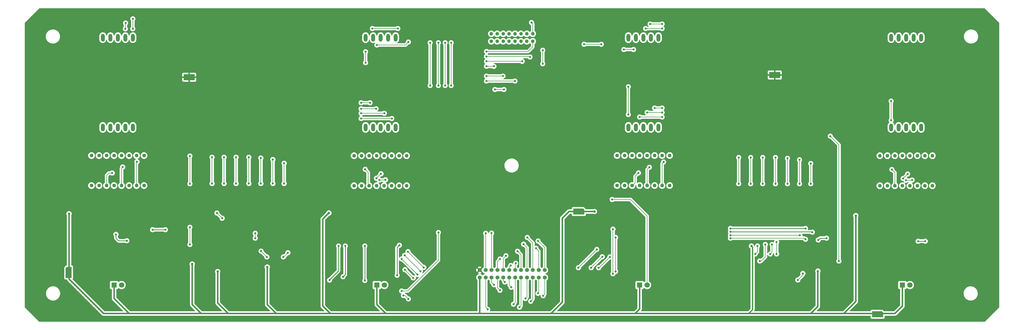
<source format=gbr>
%TF.GenerationSoftware,KiCad,Pcbnew,8.0.8-8.0.8-0~ubuntu24.04.1*%
%TF.CreationDate,2025-08-07T17:00:54-04:00*%
%TF.ProjectId,display_15_in,64697370-6c61-4795-9f31-355f696e2e6b,2*%
%TF.SameCoordinates,Original*%
%TF.FileFunction,Copper,L2,Bot*%
%TF.FilePolarity,Positive*%
%FSLAX46Y46*%
G04 Gerber Fmt 4.6, Leading zero omitted, Abs format (unit mm)*
G04 Created by KiCad (PCBNEW 8.0.8-8.0.8-0~ubuntu24.04.1) date 2025-08-07 17:00:54*
%MOMM*%
%LPD*%
G01*
G04 APERTURE LIST*
G04 Aperture macros list*
%AMOutline5P*
0 Free polygon, 5 corners , with rotation*
0 The origin of the aperture is its center*
0 number of corners: always 5*
0 $1 to $10 corner X, Y*
0 $11 Rotation angle, in degrees counterclockwise*
0 create outline with 5 corners*
4,1,5,$1,$2,$3,$4,$5,$6,$7,$8,$9,$10,$1,$2,$11*%
%AMOutline6P*
0 Free polygon, 6 corners , with rotation*
0 The origin of the aperture is its center*
0 number of corners: always 6*
0 $1 to $12 corner X, Y*
0 $13 Rotation angle, in degrees counterclockwise*
0 create outline with 6 corners*
4,1,6,$1,$2,$3,$4,$5,$6,$7,$8,$9,$10,$11,$12,$1,$2,$13*%
%AMOutline7P*
0 Free polygon, 7 corners , with rotation*
0 The origin of the aperture is its center*
0 number of corners: always 7*
0 $1 to $14 corner X, Y*
0 $15 Rotation angle, in degrees counterclockwise*
0 create outline with 7 corners*
4,1,7,$1,$2,$3,$4,$5,$6,$7,$8,$9,$10,$11,$12,$13,$14,$1,$2,$15*%
%AMOutline8P*
0 Free polygon, 8 corners , with rotation*
0 The origin of the aperture is its center*
0 number of corners: always 8*
0 $1 to $16 corner X, Y*
0 $17 Rotation angle, in degrees counterclockwise*
0 create outline with 8 corners*
4,1,8,$1,$2,$3,$4,$5,$6,$7,$8,$9,$10,$11,$12,$13,$14,$15,$16,$1,$2,$17*%
G04 Aperture macros list end*
%TA.AperFunction,ComponentPad*%
%ADD10C,1.270000*%
%TD*%
%TA.AperFunction,ComponentPad*%
%ADD11R,1.800000X1.800000*%
%TD*%
%TA.AperFunction,ComponentPad*%
%ADD12C,1.800000*%
%TD*%
%TA.AperFunction,ComponentPad*%
%ADD13O,1.308000X2.616000*%
%TD*%
%TA.AperFunction,ComponentPad*%
%ADD14C,1.219200*%
%TD*%
%TA.AperFunction,ComponentPad*%
%ADD15C,1.346200*%
%TD*%
%TA.AperFunction,SMDPad,CuDef*%
%ADD16R,3.800000X2.000000*%
%TD*%
%TA.AperFunction,SMDPad,CuDef*%
%ADD17Outline5P,-1.900000X1.000000X1.900000X1.000000X1.900000X-1.000000X-1.500000X-1.000000X-1.900000X-0.600000X180.000000*%
%TD*%
%TA.AperFunction,SMDPad,CuDef*%
%ADD18Outline5P,-1.900000X1.000000X1.900000X1.000000X1.900000X-1.000000X-1.500000X-1.000000X-1.900000X-0.600000X270.000000*%
%TD*%
%TA.AperFunction,ViaPad*%
%ADD19C,0.800000*%
%TD*%
%TA.AperFunction,ViaPad*%
%ADD20C,0.850000*%
%TD*%
%TA.AperFunction,ViaPad*%
%ADD21C,0.740000*%
%TD*%
%TA.AperFunction,Conductor*%
%ADD22C,0.508000*%
%TD*%
%TA.AperFunction,Conductor*%
%ADD23C,0.381000*%
%TD*%
%TA.AperFunction,Conductor*%
%ADD24C,0.254000*%
%TD*%
%TA.AperFunction,Conductor*%
%ADD25C,0.203200*%
%TD*%
G04 APERTURE END LIST*
D10*
%TO.P,T4,1,1*%
%TO.N,/tim_disp/C14*%
X343027000Y-137621000D03*
%TO.P,T4,2,2*%
%TO.N,/tim_disp/C13*%
X345567000Y-137621000D03*
%TO.P,T4,3,3*%
%TO.N,/tim_disp/D2*%
X348107000Y-137621000D03*
%TO.P,T4,4,4*%
%TO.N,unconnected-(T4-Pad4)*%
X350647000Y-137621000D03*
%TO.P,T4,5,5*%
%TO.N,/tim_disp/E2*%
X353187000Y-137621000D03*
%TO.P,T4,6,6*%
%TO.N,/tim_disp/C16*%
X355727000Y-137621000D03*
%TO.P,T4,7,7*%
%TO.N,/tim_disp/DP2*%
X358267000Y-137621000D03*
%TO.P,T4,8,8*%
%TO.N,/tim_disp/C15*%
X360807000Y-137621000D03*
%TO.P,T4,9,9*%
%TO.N,unconnected-(T4-Pad9)*%
X360807000Y-127461000D03*
%TO.P,T4,10,10*%
%TO.N,unconnected-(T4-Pad10)*%
X358267000Y-127461000D03*
%TO.P,T4,11,11*%
%TO.N,/tim_disp/F2*%
X355727000Y-127461000D03*
%TO.P,T4,12,12*%
%TO.N,unconnected-(T4-Pad12)*%
X353187000Y-127461000D03*
%TO.P,T4,13,13*%
%TO.N,/tim_disp/C_2*%
X350647000Y-127461000D03*
%TO.P,T4,14,14*%
%TO.N,/tim_disp/A2*%
X348107000Y-127461000D03*
%TO.P,T4,15,15*%
%TO.N,/tim_disp/G2*%
X345567000Y-127461000D03*
%TO.P,T4,16,16*%
%TO.N,/tim_disp/B2*%
X343027000Y-127461000D03*
%TD*%
D11*
%TO.P,PT2,1,+*%
%TO.N,+3.3V*%
X172842000Y-171276000D03*
D12*
%TO.P,PT2,2,-*%
%TO.N,PA12*%
X175382000Y-171276000D03*
%TD*%
D11*
%TO.P,PT3,1,+*%
%TO.N,+3.3V*%
X261742000Y-171276000D03*
D12*
%TO.P,PT3,2,-*%
%TO.N,PA13*%
X264282000Y-171276000D03*
%TD*%
D13*
%TO.P,U7,1,CA*%
%TO.N,/plc_disp/CA2*%
X169037000Y-117896000D03*
%TO.P,U7,2,F*%
%TO.N,PA5*%
X171577000Y-117896000D03*
%TO.P,U7,3,G*%
%TO.N,PA6*%
X174117000Y-117896000D03*
%TO.P,U7,4,E*%
%TO.N,PA4*%
X176657000Y-117896000D03*
%TO.P,U7,5,D*%
%TO.N,PA3*%
X179197000Y-117896000D03*
%TO.P,U7,6,CA*%
%TO.N,/plc_disp/CA2*%
X169037000Y-87496000D03*
%TO.P,U7,7,DP*%
%TO.N,unconnected-(U7-DP-Pad7)*%
X171577000Y-87496000D03*
%TO.P,U7,8,C*%
%TO.N,PA2*%
X174117000Y-87496000D03*
%TO.P,U7,9,B*%
%TO.N,PA1*%
X176657000Y-87496000D03*
%TO.P,U7,10,A*%
%TO.N,PA0*%
X179197000Y-87496000D03*
%TD*%
D10*
%TO.P,T1,1,1*%
%TO.N,/tim_disp/C2*%
X76301600Y-137597500D03*
%TO.P,T1,2,2*%
%TO.N,/tim_disp/C1*%
X78841600Y-137597500D03*
%TO.P,T1,3,3*%
%TO.N,/tim_disp/D*%
X81381600Y-137597500D03*
%TO.P,T1,4,4*%
%TO.N,unconnected-(T1-Pad4)*%
X83921600Y-137597500D03*
%TO.P,T1,5,5*%
%TO.N,/tim_disp/E*%
X86461600Y-137597500D03*
%TO.P,T1,6,6*%
%TO.N,/tim_disp/C4*%
X89001600Y-137597500D03*
%TO.P,T1,7,7*%
%TO.N,/tim_disp/DP1*%
X91541600Y-137597500D03*
%TO.P,T1,8,8*%
%TO.N,/tim_disp/C3*%
X94081600Y-137597500D03*
%TO.P,T1,9,9*%
%TO.N,unconnected-(T1-Pad9)*%
X94081600Y-127437500D03*
%TO.P,T1,10,10*%
%TO.N,unconnected-(T1-Pad10)*%
X91541600Y-127437500D03*
%TO.P,T1,11,11*%
%TO.N,/tim_disp/F*%
X89001600Y-127437500D03*
%TO.P,T1,12,12*%
%TO.N,unconnected-(T1-Pad12)*%
X86461600Y-127437500D03*
%TO.P,T1,13,13*%
%TO.N,/tim_disp/C*%
X83921600Y-127437500D03*
%TO.P,T1,14,14*%
%TO.N,/tim_disp/A*%
X81381600Y-127437500D03*
%TO.P,T1,15,15*%
%TO.N,/tim_disp/G*%
X78841600Y-127437500D03*
%TO.P,T1,16,16*%
%TO.N,/tim_disp/B*%
X76301600Y-127437500D03*
%TD*%
D13*
%TO.P,U6,1,CA*%
%TO.N,/plc_disp/CA1*%
X80137000Y-117896000D03*
%TO.P,U6,2,F*%
%TO.N,PA5*%
X82677000Y-117896000D03*
%TO.P,U6,3,G*%
%TO.N,PA6*%
X85217000Y-117896000D03*
%TO.P,U6,4,E*%
%TO.N,PA4*%
X87757000Y-117896000D03*
%TO.P,U6,5,D*%
%TO.N,PA3*%
X90297000Y-117896000D03*
%TO.P,U6,6,CA*%
%TO.N,/plc_disp/CA1*%
X80137000Y-87496000D03*
%TO.P,U6,7,DP*%
%TO.N,unconnected-(U6-DP-Pad7)*%
X82677000Y-87496000D03*
%TO.P,U6,8,C*%
%TO.N,PA2*%
X85217000Y-87496000D03*
%TO.P,U6,9,B*%
%TO.N,PA1*%
X87757000Y-87496000D03*
%TO.P,U6,10,A*%
%TO.N,PA0*%
X90297000Y-87496000D03*
%TD*%
%TO.P,U8,1,CA*%
%TO.N,/plc_disp/CA3*%
X257937000Y-117896000D03*
%TO.P,U8,2,F*%
%TO.N,PA5*%
X260477000Y-117896000D03*
%TO.P,U8,3,G*%
%TO.N,PA6*%
X263017000Y-117896000D03*
%TO.P,U8,4,E*%
%TO.N,PA4*%
X265557000Y-117896000D03*
%TO.P,U8,5,D*%
%TO.N,PA3*%
X268097000Y-117896000D03*
%TO.P,U8,6,CA*%
%TO.N,/plc_disp/CA3*%
X257937000Y-87496000D03*
%TO.P,U8,7,DP*%
%TO.N,unconnected-(U8-DP-Pad7)*%
X260477000Y-87496000D03*
%TO.P,U8,8,C*%
%TO.N,PA2*%
X263017000Y-87496000D03*
%TO.P,U8,9,B*%
%TO.N,PA1*%
X265557000Y-87496000D03*
%TO.P,U8,10,A*%
%TO.N,PA0*%
X268097000Y-87496000D03*
%TD*%
D10*
%TO.P,T3,1,1*%
%TO.N,/tim_disp/C10*%
X254127000Y-137574000D03*
%TO.P,T3,2,2*%
%TO.N,/tim_disp/C9*%
X256667000Y-137574000D03*
%TO.P,T3,3,3*%
%TO.N,/tim_disp/D2*%
X259207000Y-137574000D03*
%TO.P,T3,4,4*%
%TO.N,unconnected-(T3-Pad4)*%
X261747000Y-137574000D03*
%TO.P,T3,5,5*%
%TO.N,/tim_disp/E2*%
X264287000Y-137574000D03*
%TO.P,T3,6,6*%
%TO.N,/tim_disp/C12*%
X266827000Y-137574000D03*
%TO.P,T3,7,7*%
%TO.N,/tim_disp/DP2*%
X269367000Y-137574000D03*
%TO.P,T3,8,8*%
%TO.N,/tim_disp/C11*%
X271907000Y-137574000D03*
%TO.P,T3,9,9*%
%TO.N,unconnected-(T3-Pad9)*%
X271907000Y-127414000D03*
%TO.P,T3,10,10*%
%TO.N,unconnected-(T3-Pad10)*%
X269367000Y-127414000D03*
%TO.P,T3,11,11*%
%TO.N,/tim_disp/F2*%
X266827000Y-127414000D03*
%TO.P,T3,12,12*%
%TO.N,unconnected-(T3-Pad12)*%
X264287000Y-127414000D03*
%TO.P,T3,13,13*%
%TO.N,/tim_disp/C_2*%
X261747000Y-127414000D03*
%TO.P,T3,14,14*%
%TO.N,/tim_disp/A2*%
X259207000Y-127414000D03*
%TO.P,T3,15,15*%
%TO.N,/tim_disp/G2*%
X256667000Y-127414000D03*
%TO.P,T3,16,16*%
%TO.N,/tim_disp/B2*%
X254127000Y-127414000D03*
%TD*%
D14*
%TO.P,U1,1,1*%
%TO.N,PA0*%
X225583886Y-88726000D03*
%TO.P,U1,2,2*%
%TO.N,PA1*%
X223583887Y-88726000D03*
%TO.P,U1,3,3*%
%TO.N,PA2*%
X221583886Y-88726000D03*
%TO.P,U1,4,4*%
%TO.N,PA3*%
X219583887Y-88726000D03*
%TO.P,U1,5,5*%
%TO.N,PA4*%
X217583886Y-88726000D03*
%TO.P,U1,6,6*%
%TO.N,PA5*%
X215583888Y-88726000D03*
%TO.P,U1,7,7*%
%TO.N,PA6*%
X213583887Y-88726000D03*
%TO.P,U1,8,8*%
%TO.N,PA7*%
X211583886Y-88726000D03*
%TO.P,U1,9,9*%
%TO.N,PA8*%
X225583886Y-86186000D03*
%TO.P,U1,10,10*%
%TO.N,PA9*%
X223583887Y-86186000D03*
%TO.P,U1,11,11*%
%TO.N,PA10*%
X221583886Y-86186000D03*
%TO.P,U1,12,12*%
%TO.N,PA11*%
X219583887Y-86186000D03*
%TO.P,U1,13,13*%
%TO.N,PA12*%
X217583886Y-86186000D03*
%TO.P,U1,14,14*%
%TO.N,PA13*%
X215583888Y-86186000D03*
%TO.P,U1,15,15*%
%TO.N,PA14*%
X213583887Y-86186000D03*
%TO.P,U1,16,16*%
%TO.N,unconnected-(U1-Pad16)*%
X211583886Y-86186000D03*
%TD*%
D15*
%TO.P,J1,1,1*%
%TO.N,PB0*%
X229643641Y-168696000D03*
%TO.P,J1,2,2*%
%TO.N,PB1*%
X229643641Y-166196000D03*
%TO.P,J1,3,3*%
%TO.N,PB2*%
X227643640Y-168696000D03*
%TO.P,J1,4,4*%
%TO.N,PB3*%
X227643640Y-166196000D03*
%TO.P,J1,5,5*%
%TO.N,PB4*%
X225643642Y-168696000D03*
%TO.P,J1,6,6*%
%TO.N,PB5*%
X225643642Y-166196000D03*
%TO.P,J1,7,7*%
%TO.N,PB6*%
X223643640Y-168696000D03*
%TO.P,J1,8,8*%
%TO.N,PB7*%
X223643640Y-166196000D03*
%TO.P,J1,9,9*%
%TO.N,PB8*%
X221643642Y-168696000D03*
%TO.P,J1,10,10*%
%TO.N,PB9*%
X221643642Y-166196000D03*
%TO.P,J1,11,11*%
%TO.N,PB10*%
X219643641Y-168696000D03*
%TO.P,J1,12,12*%
%TO.N,PC0*%
X219643641Y-166196000D03*
%TO.P,J1,13,13*%
%TO.N,PC1*%
X217643640Y-168696000D03*
%TO.P,J1,14,14*%
%TO.N,PC2*%
X217643640Y-166196000D03*
%TO.P,J1,15,15*%
%TO.N,PC3*%
X215643641Y-168696000D03*
%TO.P,J1,16,16*%
%TO.N,PC4*%
X215643641Y-166196000D03*
%TO.P,J1,17,17*%
%TO.N,PC5*%
X213643640Y-168696000D03*
%TO.P,J1,18,18*%
%TO.N,PC6*%
X213643640Y-166196000D03*
%TO.P,J1,19,19*%
%TO.N,PC7*%
X211643642Y-168696000D03*
%TO.P,J1,20,20*%
%TO.N,PC8*%
X211643642Y-166196000D03*
%TO.P,J1,21,21*%
%TO.N,PC9*%
X209643641Y-168696000D03*
%TO.P,J1,22,22*%
%TO.N,PC10*%
X209643641Y-166196000D03*
%TO.P,J1,23,23*%
%TO.N,+3.3V*%
X207643642Y-168696000D03*
%TO.P,J1,24,24*%
%TO.N,GND*%
X207643642Y-166196000D03*
%TD*%
D11*
%TO.P,PT1,1,+*%
%TO.N,+3.3V*%
X83942000Y-171276000D03*
D12*
%TO.P,PT1,2,-*%
%TO.N,PA11*%
X86482000Y-171276000D03*
%TD*%
D13*
%TO.P,U9,1,CA*%
%TO.N,/plc_disp/CA4*%
X346837000Y-117896000D03*
%TO.P,U9,2,F*%
%TO.N,PA5*%
X349377000Y-117896000D03*
%TO.P,U9,3,G*%
%TO.N,PA6*%
X351917000Y-117896000D03*
%TO.P,U9,4,E*%
%TO.N,PA4*%
X354457000Y-117896000D03*
%TO.P,U9,5,D*%
%TO.N,PA3*%
X356997000Y-117896000D03*
%TO.P,U9,6,CA*%
%TO.N,/plc_disp/CA4*%
X346837000Y-87496000D03*
%TO.P,U9,7,DP*%
%TO.N,unconnected-(U9-DP-Pad7)*%
X349377000Y-87496000D03*
%TO.P,U9,8,C*%
%TO.N,PA2*%
X351917000Y-87496000D03*
%TO.P,U9,9,B*%
%TO.N,PA1*%
X354457000Y-87496000D03*
%TO.P,U9,10,A*%
%TO.N,PA0*%
X356997000Y-87496000D03*
%TD*%
D11*
%TO.P,PT4,1,+*%
%TO.N,+3.3V*%
X350642000Y-171276000D03*
D12*
%TO.P,PT4,2,-*%
%TO.N,PA14*%
X353182000Y-171276000D03*
%TD*%
D10*
%TO.P,T2,1,1*%
%TO.N,/tim_disp/C6*%
X165125400Y-137621000D03*
%TO.P,T2,2,2*%
%TO.N,/tim_disp/C5*%
X167665400Y-137621000D03*
%TO.P,T2,3,3*%
%TO.N,/tim_disp/D*%
X170205400Y-137621000D03*
%TO.P,T2,4,4*%
%TO.N,unconnected-(T2-Pad4)*%
X172745400Y-137621000D03*
%TO.P,T2,5,5*%
%TO.N,/tim_disp/E*%
X175285400Y-137621000D03*
%TO.P,T2,6,6*%
%TO.N,/tim_disp/C8*%
X177825400Y-137621000D03*
%TO.P,T2,7,7*%
%TO.N,/tim_disp/DP1*%
X180365400Y-137621000D03*
%TO.P,T2,8,8*%
%TO.N,/tim_disp/C7*%
X182905400Y-137621000D03*
%TO.P,T2,9,9*%
%TO.N,unconnected-(T2-Pad9)*%
X182905400Y-127461000D03*
%TO.P,T2,10,10*%
%TO.N,unconnected-(T2-Pad10)*%
X180365400Y-127461000D03*
%TO.P,T2,11,11*%
%TO.N,/tim_disp/F*%
X177825400Y-127461000D03*
%TO.P,T2,12,12*%
%TO.N,unconnected-(T2-Pad12)*%
X175285400Y-127461000D03*
%TO.P,T2,13,13*%
%TO.N,/tim_disp/C*%
X172745400Y-127461000D03*
%TO.P,T2,14,14*%
%TO.N,/tim_disp/A*%
X170205400Y-127461000D03*
%TO.P,T2,15,15*%
%TO.N,/tim_disp/G*%
X167665400Y-127461000D03*
%TO.P,T2,16,16*%
%TO.N,/tim_disp/B*%
X165125400Y-127461000D03*
%TD*%
D16*
%TO.P,GND4,1,1*%
%TO.N,GND*%
X307467000Y-100156000D03*
%TD*%
D17*
%TO.P,3V3,1,1*%
%TO.N,+3.3V*%
X241173000Y-146384000D03*
%TD*%
D18*
%TO.P,3V1,1,1*%
%TO.N,+3.3V*%
X68580000Y-167005000D03*
%TD*%
D16*
%TO.P,GND3,1,1*%
%TO.N,GND*%
X109347000Y-100918000D03*
%TD*%
D17*
%TO.P,3V2,1,1*%
%TO.N,+3.3V*%
X342265000Y-181182000D03*
%TD*%
D19*
%TO.N,+3.3V*%
X299593000Y-158068000D03*
X110363000Y-164164000D03*
X322072000Y-166577000D03*
D20*
X156591000Y-146892000D03*
D19*
X118999000Y-166704000D03*
X68707000Y-147146000D03*
X135763000Y-165180000D03*
X334899000Y-147784913D03*
X246507000Y-146384000D03*
D21*
%TO.N,GND*%
X207645000Y-163910000D03*
X285242000Y-150321000D03*
X106553000Y-91012000D03*
X210312000Y-134446000D03*
X153289000Y-91012000D03*
X183642000Y-149686000D03*
X81407000Y-149686000D03*
X182753000Y-169498000D03*
X146177000Y-149686000D03*
X81407000Y-162386000D03*
X105537000Y-149686000D03*
X353187000Y-142701000D03*
X334899000Y-87710000D03*
X168402000Y-149686000D03*
X272669000Y-171276000D03*
X89027000Y-149686000D03*
X320929000Y-165942000D03*
X319659000Y-165942000D03*
X205359000Y-163910000D03*
X121412000Y-165942000D03*
X258572000Y-150321000D03*
X117602000Y-165815000D03*
X346202000Y-158576000D03*
X139573000Y-156798000D03*
X96647000Y-149686000D03*
X346202000Y-150321000D03*
X94996000Y-171276000D03*
X205359000Y-166196000D03*
X360172000Y-150321000D03*
X362585000Y-171276000D03*
X185547000Y-112856000D03*
X331597000Y-150321000D03*
X176022000Y-149686000D03*
X83947000Y-142066000D03*
X231902000Y-155401000D03*
X325882000Y-133176000D03*
X266192000Y-150321000D03*
X114427000Y-149686000D03*
X273177000Y-150321000D03*
X324739000Y-165942000D03*
X297815000Y-165180000D03*
X295656000Y-164037000D03*
X172847000Y-142701000D03*
X234442000Y-128731000D03*
X116332000Y-165815000D03*
X241173000Y-98632000D03*
X353373224Y-150286309D03*
X262382000Y-142701000D03*
%TO.N,/tim_disp/R5*%
X162179000Y-158068000D03*
X161417000Y-168482000D03*
%TO.N,/tim_disp/R6*%
X156845000Y-169617000D03*
X159893000Y-158068000D03*
%TO.N,/tim_disp/R1*%
X84582000Y-154131000D03*
X88265000Y-156290000D03*
%TO.N,PB10*%
X181864000Y-174832000D03*
X183515000Y-175975000D03*
X219075000Y-177753000D03*
%TO.N,PB9*%
X220472000Y-159846000D03*
%TO.N,/tim_disp/R8*%
X168783000Y-158068000D03*
X168783000Y-169752000D03*
%TO.N,PB8*%
X221107000Y-178769000D03*
%TO.N,/tim_disp/R7*%
X179705000Y-167974000D03*
X180467000Y-157814000D03*
%TO.N,/tim_disp/R4*%
X101283099Y-152544099D03*
X96965099Y-152544099D03*
%TO.N,PB4*%
X182372000Y-166069000D03*
X224917000Y-176779331D03*
X185166000Y-168863000D03*
%TO.N,PB3*%
X226695000Y-158830000D03*
%TO.N,PB5*%
X223774000Y-155147000D03*
%TO.N,PB2*%
X227359820Y-174099820D03*
X188722000Y-165307000D03*
X183388000Y-159973000D03*
%TO.N,PB6*%
X186563000Y-167720000D03*
X223139000Y-175848000D03*
X181229000Y-162428571D03*
%TO.N,PB0*%
X182245000Y-161232714D03*
X187579000Y-166577000D03*
X229108000Y-174916665D03*
%TO.N,PB7*%
X222504000Y-157433000D03*
%TO.N,PB1*%
X227393500Y-156353500D03*
%TO.N,/tim_disp/R28*%
X292481000Y-153210250D03*
X320167000Y-153369000D03*
%TO.N,/tim_disp/R26*%
X317881000Y-155782000D03*
X292481000Y-155401000D03*
%TO.N,PC9*%
X210331000Y-179512000D03*
X315276655Y-169560655D03*
X316992000Y-167339000D03*
%TO.N,/tim_disp/R25*%
X292481000Y-154385000D03*
X315976000Y-154385000D03*
%TO.N,/tim_disp/R31*%
X358394000Y-156417000D03*
X355981000Y-156417000D03*
%TO.N,/tim_disp/R27*%
X292481000Y-152099000D03*
X317881000Y-152099000D03*
%TO.N,PC10*%
X209677000Y-153750000D03*
X252730000Y-167466000D03*
X252730000Y-152353000D03*
%TO.N,PC8*%
X211643642Y-153684642D03*
X253619000Y-166704000D03*
X253619000Y-155147000D03*
%TO.N,/tim_disp/R29*%
X324993000Y-155401000D03*
X322183450Y-156020450D03*
%TO.N,PC4*%
X216535000Y-161370000D03*
%TO.N,PC6*%
X214503000Y-162470666D03*
%TO.N,PC5*%
X214503000Y-173054000D03*
%TO.N,PC1*%
X247904000Y-165434000D03*
X218313000Y-172038000D03*
X251714000Y-161751000D03*
%TO.N,PC2*%
X218186000Y-164672000D03*
%TO.N,PC7*%
X245364000Y-165434000D03*
X212471000Y-171191333D03*
X249110500Y-161687500D03*
%TO.N,PC0*%
X219837000Y-163910000D03*
%TO.N,PC3*%
X216154000Y-170260000D03*
X247269000Y-159211000D03*
X241046000Y-165434000D03*
%TO.N,PA1*%
X87838266Y-82538744D03*
X269367000Y-82884000D03*
X265303000Y-82884000D03*
X209931000Y-93842284D03*
X87757000Y-84516228D03*
X224663000Y-94060000D03*
%TO.N,PA6*%
X264287000Y-112856000D03*
X212800540Y-105057540D03*
X167513000Y-111586000D03*
X215852126Y-105072107D03*
X269367000Y-112856000D03*
X172593000Y-111586000D03*
%TO.N,PA5*%
X209931000Y-97180568D03*
X261747000Y-114380000D03*
X170561000Y-109554000D03*
X212471000Y-97219272D03*
X167513000Y-109554000D03*
X269367000Y-114380000D03*
%TO.N,PA0*%
X90282595Y-84499445D03*
X209931000Y-92173142D03*
X90295659Y-81129018D03*
%TO.N,PA2*%
X222050536Y-95511536D03*
X269367000Y-84408000D03*
X263779000Y-84408000D03*
X209931000Y-95511426D03*
%TO.N,PA3*%
X219583000Y-102188000D03*
X167513000Y-114888000D03*
X209931000Y-102188000D03*
X177927000Y-114888000D03*
%TO.N,PA4*%
X167513000Y-113110000D03*
X209931000Y-100518852D03*
X215519000Y-100516983D03*
X266827000Y-111332000D03*
X269367000Y-111332000D03*
X175387000Y-113110000D03*
%TO.N,/tim_disp/E*%
X137668000Y-128778000D03*
X137668000Y-136906000D03*
X86868000Y-131318000D03*
%TO.N,/tim_disp/D*%
X83312000Y-133350000D03*
X129540000Y-136906000D03*
X129540000Y-128016000D03*
X168910000Y-132080000D03*
%TO.N,/tim_disp/C*%
X133604000Y-128270000D03*
X133604000Y-136906000D03*
%TO.N,/tim_disp/B*%
X117094000Y-136906000D03*
X117094000Y-128016000D03*
%TO.N,/tim_disp/A*%
X125222000Y-128016000D03*
X125222000Y-136906000D03*
%TO.N,/tim_disp/G*%
X121158000Y-128016000D03*
X121158000Y-136906000D03*
%TO.N,/tim_disp/F*%
X172720000Y-135128000D03*
X174244000Y-133604000D03*
X141478000Y-136906000D03*
X141478000Y-130048000D03*
%TO.N,/tim_disp/E2*%
X315849000Y-136986000D03*
X315849000Y-128858000D03*
X265049000Y-131398000D03*
%TO.N,/tim_disp/D2*%
X347091000Y-132160000D03*
X261366000Y-133303000D03*
X307721000Y-136986000D03*
X307721000Y-128096000D03*
%TO.N,/tim_disp/B2*%
X295275000Y-128096000D03*
X295275000Y-136986000D03*
%TO.N,/tim_disp/A2*%
X303403000Y-136986000D03*
X303403000Y-128096000D03*
%TO.N,/tim_disp/G2*%
X299339000Y-136986000D03*
X299339000Y-128096000D03*
%TO.N,/tim_disp/F2*%
X352425000Y-133684000D03*
X319659000Y-136986000D03*
X350901000Y-135208000D03*
X319659000Y-130128000D03*
%TO.N,PA7*%
X171323000Y-84408000D03*
X179959000Y-84408000D03*
%TO.N,PA8*%
X183515000Y-88980000D03*
X172847000Y-89996000D03*
X225171000Y-82376000D03*
%TO.N,PA9*%
X228981000Y-91774000D03*
X228981000Y-96346000D03*
%TO.N,PA10*%
X242951000Y-89742000D03*
X259715000Y-91520000D03*
X256413000Y-91520000D03*
X248793000Y-89742000D03*
%TO.N,/tim_disp/DP1*%
X91694000Y-129540000D03*
X173673644Y-135698356D03*
X175768000Y-135636000D03*
%TO.N,/tim_disp/DP2*%
X351854644Y-135778356D03*
X269875000Y-129620000D03*
X353949000Y-135716000D03*
%TO.N,Net-(U2-\u002AY6)*%
X131699000Y-155401000D03*
X131699000Y-153750000D03*
%TO.N,Net-(U2-\u002AY5)*%
X118745000Y-146892000D03*
X120523000Y-148670000D03*
%TO.N,Net-(U2-\u002AY4)*%
X135636000Y-161751000D03*
X133667500Y-159782500D03*
%TO.N,Net-(U2-\u002AY3)*%
X142748000Y-160354000D03*
X141224000Y-161751000D03*
%TO.N,Net-(U3-\u002AY8)*%
X308104640Y-160744334D03*
X308103143Y-156672143D03*
%TO.N,PA11*%
X190881000Y-103712000D03*
X109601000Y-127588000D03*
X109601000Y-157560000D03*
X109601000Y-151718000D03*
X190881000Y-89234000D03*
X109601000Y-136986000D03*
%TO.N,PA13*%
X252476000Y-142320000D03*
X195961000Y-89234000D03*
X195961000Y-103712000D03*
%TO.N,PA12*%
X193675000Y-103712000D03*
X193675000Y-89234000D03*
X193675000Y-153496000D03*
X181229000Y-173308000D03*
%TO.N,PA14*%
X197993000Y-89234000D03*
X197993000Y-103712000D03*
X329184000Y-163148000D03*
X326263000Y-120857000D03*
%TO.N,Net-(U3-\u002AY7)*%
X304292000Y-157560000D03*
X302387000Y-163148000D03*
%TO.N,Net-(U3-\u002AY6)*%
X305943000Y-160768000D03*
X306578000Y-157560000D03*
%TO.N,Net-(U3-\u002AY4)*%
X300863000Y-160768000D03*
X301625000Y-158068000D03*
%TO.N,/plc_disp/CA2*%
X169037000Y-95965000D03*
X169037000Y-92282000D03*
%TO.N,/plc_disp/CA3*%
X257927636Y-113533305D03*
X257946448Y-104127462D03*
%TO.N,/plc_disp/CA4*%
X346850048Y-115500269D03*
X346837000Y-108980701D03*
%TO.N,/tim_disp/C_2*%
X311785000Y-136986000D03*
X311785000Y-128350000D03*
%TD*%
D22*
%TO.N,+3.3V*%
X176657000Y-180928000D02*
X157353000Y-180928000D01*
X122809000Y-180928000D02*
X139065000Y-180928000D01*
X237871000Y-146384000D02*
X235585000Y-148670000D01*
X139065000Y-180928000D02*
X157353000Y-180928000D01*
X322072000Y-178515000D02*
X319659000Y-180928000D01*
X68707000Y-147146000D02*
X68707000Y-169244000D01*
X298577000Y-180928000D02*
X319659000Y-180928000D01*
X89027000Y-180928000D02*
X113665000Y-180928000D01*
X137795000Y-179912000D02*
X135763000Y-177880000D01*
X261742000Y-179399000D02*
X261747000Y-179404000D01*
X80391000Y-180928000D02*
X89027000Y-180928000D01*
X235585000Y-148670000D02*
X235585000Y-177118000D01*
X350642000Y-178383000D02*
X350642000Y-171276000D01*
X172842000Y-177875000D02*
X172842000Y-171276000D01*
X154559000Y-178388000D02*
X157099000Y-180928000D01*
X260223000Y-180928000D02*
X298577000Y-180928000D01*
X260223000Y-180928000D02*
X231775000Y-180928000D01*
X174879000Y-179912000D02*
X172842000Y-177875000D01*
X118999000Y-166704000D02*
X118999000Y-177372000D01*
X139065000Y-180928000D02*
X138811000Y-180928000D01*
X122555000Y-180928000D02*
X122809000Y-180928000D01*
X83947000Y-175848000D02*
X83947000Y-173816000D01*
X83947000Y-173816000D02*
X83942000Y-173811000D01*
X110363000Y-164164000D02*
X110363000Y-177880000D01*
X207645000Y-180928000D02*
X176657000Y-180928000D01*
X113411000Y-180928000D02*
X113665000Y-180928000D01*
X118999000Y-177372000D02*
X122555000Y-180928000D01*
X348107000Y-180928000D02*
X350647000Y-178388000D01*
X175895000Y-180928000D02*
X174879000Y-179912000D01*
X88011000Y-179912000D02*
X83947000Y-175848000D01*
X207643642Y-178135358D02*
X207645000Y-178136716D01*
X261747000Y-179404000D02*
X260223000Y-180928000D01*
X246507000Y-146384000D02*
X237871000Y-146384000D01*
X83942000Y-173811000D02*
X83942000Y-171276000D01*
X154559000Y-148924000D02*
X154559000Y-178388000D01*
D23*
X299593000Y-158068000D02*
X299974000Y-158449000D01*
D22*
X156591000Y-146892000D02*
X154559000Y-148924000D01*
X113665000Y-180928000D02*
X122809000Y-180928000D01*
D23*
X299974000Y-158449000D02*
X299974000Y-179531000D01*
D22*
X235585000Y-177118000D02*
X231775000Y-180928000D01*
X138811000Y-180928000D02*
X137795000Y-179912000D01*
X319659000Y-180928000D02*
X330835000Y-180928000D01*
X207645000Y-178136716D02*
X207645000Y-180928000D01*
X322072000Y-166577000D02*
X322072000Y-178515000D01*
X334899000Y-147784913D02*
X334899000Y-176864000D01*
X110363000Y-177880000D02*
X113411000Y-180928000D01*
X334899000Y-176864000D02*
X330835000Y-180928000D01*
X135763000Y-177880000D02*
X135763000Y-165180000D01*
X207643642Y-168696000D02*
X207643642Y-178135358D01*
X89027000Y-180928000D02*
X88011000Y-179912000D01*
X157099000Y-180928000D02*
X157353000Y-180928000D01*
D23*
X299974000Y-179531000D02*
X298577000Y-180928000D01*
D22*
X231775000Y-180928000D02*
X207645000Y-180928000D01*
X68707000Y-169244000D02*
X80391000Y-180928000D01*
X176657000Y-180928000D02*
X175895000Y-180928000D01*
X350647000Y-178388000D02*
X350642000Y-178383000D01*
X330835000Y-180928000D02*
X348107000Y-180928000D01*
X261742000Y-171276000D02*
X261742000Y-179399000D01*
D24*
%TO.N,/tim_disp/R5*%
X162179000Y-167720000D02*
X162179000Y-158068000D01*
X161417000Y-168482000D02*
X162179000Y-167720000D01*
%TO.N,/tim_disp/R6*%
X159893000Y-166450000D02*
X159893000Y-158068000D01*
X156845000Y-169617000D02*
X156845000Y-169498000D01*
X156845000Y-169498000D02*
X159893000Y-166450000D01*
%TO.N,/tim_disp/R1*%
X84582000Y-155401000D02*
X85471000Y-156290000D01*
X85471000Y-156290000D02*
X88265000Y-156290000D01*
X84582000Y-154131000D02*
X84582000Y-155401000D01*
D25*
%TO.N,PB10*%
X181864000Y-174832000D02*
X182372000Y-174832000D01*
X182372000Y-174832000D02*
X183515000Y-175975000D01*
X219075000Y-177753000D02*
X219643641Y-177184359D01*
X219643641Y-177184359D02*
X219643641Y-168696000D01*
%TO.N,PB9*%
X220472000Y-159846000D02*
X221643642Y-161017642D01*
X221643642Y-161017642D02*
X221643642Y-166196000D01*
D24*
%TO.N,/tim_disp/R8*%
X168783000Y-158068000D02*
X168783000Y-169752000D01*
D25*
%TO.N,PB8*%
X221643642Y-178232358D02*
X221643642Y-168696000D01*
X221107000Y-178769000D02*
X221643642Y-178232358D01*
D24*
%TO.N,/tim_disp/R7*%
X179705000Y-167974000D02*
X179705000Y-158576000D01*
X179705000Y-158576000D02*
X180467000Y-157814000D01*
%TO.N,/tim_disp/R4*%
X101283099Y-152544099D02*
X96965099Y-152544099D01*
D25*
%TO.N,PB4*%
X185166000Y-168863000D02*
X182372000Y-166069000D01*
X224917000Y-176779331D02*
X225643642Y-176052689D01*
X225643642Y-176052689D02*
X225643642Y-168696000D01*
%TO.N,PB3*%
X227643640Y-159778640D02*
X227643640Y-166196000D01*
X226695000Y-158830000D02*
X227643640Y-159778640D01*
%TO.N,PB5*%
X225643642Y-157016642D02*
X225643642Y-166196000D01*
X223774000Y-155147000D02*
X225643642Y-157016642D01*
%TO.N,PB2*%
X183388000Y-159973000D02*
X188722000Y-165307000D01*
X227643640Y-173816000D02*
X227643640Y-168696000D01*
X227359820Y-174099820D02*
X227643640Y-173816000D01*
%TO.N,PB6*%
X181271571Y-162428571D02*
X181229000Y-162428571D01*
X223139000Y-175848000D02*
X223643640Y-175343360D01*
X223643640Y-175343360D02*
X223643640Y-168696000D01*
X186563000Y-167720000D02*
X181271571Y-162428571D01*
%TO.N,PB0*%
X229643641Y-174381024D02*
X229643641Y-168696000D01*
X187579000Y-166577000D02*
X187579000Y-166566714D01*
X229108000Y-174916665D02*
X229643641Y-174381024D01*
X187579000Y-166566714D02*
X182245000Y-161232714D01*
%TO.N,PB7*%
X222504000Y-157433000D02*
X223643640Y-158572640D01*
X223643640Y-158572640D02*
X223643640Y-166196000D01*
%TO.N,PB1*%
X229643641Y-158603641D02*
X229643641Y-166196000D01*
X227393500Y-156353500D02*
X229643641Y-158603641D01*
D24*
%TO.N,/tim_disp/R28*%
X320167000Y-153369000D02*
X320040000Y-153242000D01*
X320040000Y-153242000D02*
X292512750Y-153242000D01*
X292512750Y-153242000D02*
X292481000Y-153210250D01*
D25*
%TO.N,/tim_disp/R26*%
X317500000Y-155401000D02*
X292481000Y-155401000D01*
X317881000Y-155782000D02*
X317500000Y-155401000D01*
%TO.N,PC9*%
X209643641Y-178824641D02*
X209643641Y-168696000D01*
X210331000Y-179512000D02*
X209643641Y-178824641D01*
X316992000Y-167339000D02*
X316992000Y-167845310D01*
X316992000Y-167845310D02*
X315276655Y-169560655D01*
%TO.N,/tim_disp/R25*%
X315976000Y-154385000D02*
X292481000Y-154385000D01*
D24*
%TO.N,/tim_disp/R31*%
X358394000Y-156417000D02*
X355981000Y-156417000D01*
%TO.N,/tim_disp/R27*%
X317881000Y-152099000D02*
X292481000Y-152099000D01*
D25*
%TO.N,PC10*%
X252730000Y-167466000D02*
X252730000Y-152353000D01*
X209643641Y-153783359D02*
X209677000Y-153750000D01*
X209643641Y-166196000D02*
X209643641Y-153783359D01*
%TO.N,PC8*%
X253619000Y-166704000D02*
X253619000Y-155147000D01*
X211643642Y-153684642D02*
X211643642Y-166196000D01*
D24*
%TO.N,/tim_disp/R29*%
X324993000Y-155401000D02*
X322802900Y-155401000D01*
X322802900Y-155401000D02*
X322183450Y-156020450D01*
D25*
%TO.N,PC4*%
X216535000Y-161370000D02*
X215643641Y-162261359D01*
X215643641Y-162261359D02*
X215643641Y-166196000D01*
%TO.N,PC6*%
X214503000Y-162470666D02*
X213643640Y-163330026D01*
X213643640Y-163330026D02*
X213643640Y-166196000D01*
%TO.N,PC5*%
X213643640Y-172194640D02*
X213643640Y-168696000D01*
X214503000Y-173054000D02*
X213643640Y-172194640D01*
%TO.N,PC1*%
X217643640Y-171368640D02*
X217643640Y-168696000D01*
X251714000Y-161751000D02*
X248031000Y-165434000D01*
X218313000Y-172038000D02*
X217643640Y-171368640D01*
X248031000Y-165434000D02*
X247904000Y-165434000D01*
%TO.N,PC2*%
X217643640Y-165214360D02*
X217643640Y-166196000D01*
X218186000Y-164672000D02*
X217643640Y-165214360D01*
%TO.N,PC7*%
X211643642Y-170363975D02*
X211643642Y-168696000D01*
X249110500Y-161687500D02*
X245364000Y-165434000D01*
X212471000Y-171191333D02*
X211643642Y-170363975D01*
%TO.N,PC0*%
X219643641Y-164103359D02*
X219643641Y-166196000D01*
X219837000Y-163910000D02*
X219643641Y-164103359D01*
%TO.N,PC3*%
X215643641Y-169749641D02*
X215643641Y-168696000D01*
X216154000Y-170260000D02*
X215643641Y-169749641D01*
X247269000Y-159211000D02*
X241046000Y-165434000D01*
%TO.N,PA1*%
X224468008Y-93865008D02*
X224663000Y-94060000D01*
X265303000Y-82884000D02*
X269367000Y-82884000D01*
X87838266Y-82538744D02*
X87757000Y-82620010D01*
X87757000Y-82620010D02*
X87757000Y-84516228D01*
X209931000Y-93842284D02*
X209953724Y-93865008D01*
X209953724Y-93865008D02*
X224468008Y-93865008D01*
%TO.N,PA6*%
X212800540Y-105057540D02*
X212815107Y-105072107D01*
X264287000Y-112856000D02*
X269367000Y-112856000D01*
X212815107Y-105072107D02*
X215852126Y-105072107D01*
X167513000Y-111586000D02*
X172593000Y-111586000D01*
%TO.N,PA5*%
X261747000Y-114380000D02*
X269367000Y-114380000D01*
X212471000Y-97219272D02*
X209969704Y-97219272D01*
X167513000Y-109554000D02*
X170561000Y-109554000D01*
X209969704Y-97219272D02*
X209931000Y-97180568D01*
%TO.N,PA0*%
X90282595Y-81142082D02*
X90295659Y-81129018D01*
X224009858Y-92173142D02*
X225583886Y-90599114D01*
X225583886Y-90599114D02*
X225583886Y-88726000D01*
X90282595Y-84499445D02*
X90282595Y-81142082D01*
X209931000Y-92173142D02*
X224009858Y-92173142D01*
%TO.N,PA2*%
X222050536Y-95511536D02*
X209931110Y-95511536D01*
X263779000Y-84408000D02*
X269367000Y-84408000D01*
X209931110Y-95511536D02*
X209931000Y-95511426D01*
%TO.N,PA3*%
X219583000Y-102188000D02*
X209931000Y-102188000D01*
X167513000Y-114888000D02*
X177927000Y-114888000D01*
%TO.N,PA4*%
X167513000Y-113110000D02*
X175387000Y-113110000D01*
X209932869Y-100516983D02*
X209931000Y-100518852D01*
X215519000Y-100516983D02*
X209932869Y-100516983D01*
X266827000Y-111332000D02*
X269367000Y-111332000D01*
%TO.N,/tim_disp/E*%
X137668000Y-128778000D02*
X137668000Y-136906000D01*
X86868000Y-131318000D02*
X86461600Y-131724400D01*
X86461600Y-131724400D02*
X86461600Y-137597500D01*
%TO.N,/tim_disp/D*%
X83312000Y-133350000D02*
X82249000Y-133350000D01*
X81407000Y-134192000D02*
X81407000Y-137572100D01*
X169926000Y-133096000D02*
X169926000Y-137541000D01*
X82249000Y-133350000D02*
X81407000Y-134192000D01*
X168910000Y-132080000D02*
X169926000Y-133096000D01*
X129540000Y-136906000D02*
X129540000Y-128016000D01*
X81407000Y-137572100D02*
X81381600Y-137597500D01*
%TO.N,/tim_disp/C*%
X133604000Y-136906000D02*
X133604000Y-128270000D01*
%TO.N,/tim_disp/B*%
X117094000Y-136906000D02*
X117094000Y-128016000D01*
%TO.N,/tim_disp/A*%
X125222000Y-136906000D02*
X125222000Y-128016000D01*
%TO.N,/tim_disp/G*%
X121158000Y-136906000D02*
X121158000Y-128016000D01*
%TO.N,/tim_disp/F*%
X172720000Y-135128000D02*
X174244000Y-133604000D01*
X141478000Y-136906000D02*
X141478000Y-130048000D01*
%TO.N,/tim_disp/E2*%
X264287000Y-132160000D02*
X264287000Y-137574000D01*
X265049000Y-131398000D02*
X264287000Y-132160000D01*
X315849000Y-128858000D02*
X315849000Y-136986000D01*
%TO.N,/tim_disp/D2*%
X260223000Y-134446000D02*
X260223000Y-136732000D01*
X307721000Y-136986000D02*
X307721000Y-128096000D01*
X261366000Y-133303000D02*
X260223000Y-134446000D01*
X259381000Y-137574000D02*
X259207000Y-137574000D01*
X260223000Y-136732000D02*
X259381000Y-137574000D01*
X348107000Y-133176000D02*
X348107000Y-137621000D01*
X347091000Y-132160000D02*
X348107000Y-133176000D01*
%TO.N,/tim_disp/B2*%
X295275000Y-136986000D02*
X295275000Y-128096000D01*
%TO.N,/tim_disp/A2*%
X303403000Y-136986000D02*
X303403000Y-128096000D01*
%TO.N,/tim_disp/G2*%
X299339000Y-136986000D02*
X299339000Y-128096000D01*
%TO.N,/tim_disp/F2*%
X350901000Y-135208000D02*
X352425000Y-133684000D01*
X319659000Y-136986000D02*
X319659000Y-130128000D01*
%TO.N,PA7*%
X171323000Y-84408000D02*
X179959000Y-84408000D01*
%TO.N,PA8*%
X172847000Y-89996000D02*
X182499000Y-89996000D01*
X225171000Y-82376000D02*
X225583886Y-82788886D01*
X182499000Y-89996000D02*
X183515000Y-88980000D01*
X225583886Y-82788886D02*
X225583886Y-86186000D01*
%TO.N,PA9*%
X228981000Y-91774000D02*
X228981000Y-96346000D01*
%TO.N,PA10*%
X256413000Y-91520000D02*
X259715000Y-91520000D01*
X242951000Y-89742000D02*
X248793000Y-89742000D01*
%TO.N,/tim_disp/DP1*%
X91521111Y-137577011D02*
X91541600Y-137597500D01*
X91521111Y-129712889D02*
X91521111Y-137577011D01*
X175768000Y-135636000D02*
X175705644Y-135698356D01*
X173626644Y-135698356D02*
X173609000Y-135716000D01*
X175705644Y-135698356D02*
X173673644Y-135698356D01*
X173656000Y-135716000D02*
X173673644Y-135698356D01*
X91694000Y-129540000D02*
X91521111Y-129712889D01*
X173609000Y-135716000D02*
X173656000Y-135716000D01*
%TO.N,/tim_disp/DP2*%
X353886644Y-135778356D02*
X351854644Y-135778356D01*
X353949000Y-135716000D02*
X353886644Y-135778356D01*
X269875000Y-129620000D02*
X269367000Y-130128000D01*
X269367000Y-130128000D02*
X269367000Y-137574000D01*
%TO.N,Net-(U2-\u002AY6)*%
X131699000Y-155401000D02*
X131699000Y-153750000D01*
%TO.N,Net-(U2-\u002AY5)*%
X120523000Y-148670000D02*
X118745000Y-146892000D01*
%TO.N,Net-(U2-\u002AY4)*%
X135636000Y-161751000D02*
X135600500Y-161751000D01*
X135600500Y-161751000D02*
X133667500Y-159818000D01*
X133667500Y-159818000D02*
X133667500Y-159782500D01*
%TO.N,Net-(U2-\u002AY3)*%
X141224000Y-161751000D02*
X141351000Y-161751000D01*
X141351000Y-161751000D02*
X142748000Y-160354000D01*
%TO.N,Net-(U3-\u002AY8)*%
X308104640Y-160744334D02*
X308102000Y-160741694D01*
X308102000Y-160741694D02*
X308102000Y-156673286D01*
X308102000Y-156673286D02*
X308103143Y-156672143D01*
%TO.N,PA11*%
X109601000Y-127588000D02*
X109601000Y-136986000D01*
X109601000Y-151718000D02*
X109601000Y-157560000D01*
X190881000Y-89234000D02*
X190881000Y-103712000D01*
%TO.N,PA13*%
X252476000Y-142320000D02*
X258699000Y-142320000D01*
X258699000Y-142320000D02*
X264282000Y-147903000D01*
X264282000Y-147903000D02*
X264282000Y-171276000D01*
X195961000Y-89234000D02*
X195961000Y-103712000D01*
%TO.N,PA12*%
X193675000Y-162894000D02*
X185547000Y-171022000D01*
X193675000Y-89234000D02*
X193675000Y-103712000D01*
X183261000Y-173308000D02*
X181229000Y-173308000D01*
X185547000Y-171022000D02*
X183261000Y-173308000D01*
X193675000Y-153496000D02*
X193675000Y-162894000D01*
%TO.N,PA14*%
X197993000Y-89234000D02*
X197993000Y-103712000D01*
X329184000Y-123778000D02*
X326263000Y-120857000D01*
X329184000Y-163148000D02*
X329184000Y-123778000D01*
%TO.N,Net-(U3-\u002AY7)*%
X302387000Y-163148000D02*
X302895000Y-163148000D01*
X302895000Y-163148000D02*
X304292000Y-161751000D01*
X304292000Y-161751000D02*
X304292000Y-157560000D01*
%TO.N,Net-(U3-\u002AY6)*%
X305943000Y-160768000D02*
X306578000Y-160133000D01*
X306578000Y-160133000D02*
X306578000Y-157560000D01*
%TO.N,Net-(U3-\u002AY4)*%
X300863000Y-160768000D02*
X301625000Y-160006000D01*
X301625000Y-160006000D02*
X301625000Y-158068000D01*
%TO.N,/plc_disp/CA2*%
X169037000Y-95838000D02*
X169037000Y-92282000D01*
X169037000Y-95838000D02*
X169037000Y-95965000D01*
%TO.N,/plc_disp/CA3*%
X257927636Y-104146274D02*
X257946448Y-104127462D01*
X257927636Y-113533305D02*
X257927636Y-104146274D01*
%TO.N,/plc_disp/CA4*%
X346850048Y-115500269D02*
X346850048Y-108993749D01*
X346850048Y-108993749D02*
X346837000Y-108980701D01*
%TO.N,/tim_disp/C_2*%
X311785000Y-136986000D02*
X311785000Y-128350000D01*
%TD*%
%TA.AperFunction,Conductor*%
%TO.N,GND*%
G36*
X208651077Y-166849881D02*
G01*
X208653555Y-166850426D01*
X208692856Y-166884408D01*
X208729563Y-166933015D01*
X208772624Y-166990037D01*
X208933359Y-167136565D01*
X209118281Y-167251065D01*
X209322999Y-167330373D01*
X209378400Y-167372946D01*
X209401991Y-167438713D01*
X209386280Y-167506793D01*
X209336256Y-167555572D01*
X209322999Y-167561627D01*
X209118281Y-167640934D01*
X209118280Y-167640935D01*
X208933363Y-167755432D01*
X208933361Y-167755433D01*
X208933359Y-167755435D01*
X208772624Y-167901963D01*
X208772622Y-167901965D01*
X208742594Y-167941728D01*
X208686485Y-167983363D01*
X208616773Y-167988054D01*
X208555591Y-167954311D01*
X208544687Y-167941726D01*
X208514662Y-167901966D01*
X208514659Y-167901963D01*
X208353924Y-167755435D01*
X208169002Y-167640935D01*
X208169001Y-167640934D01*
X207963591Y-167561358D01*
X207908189Y-167518785D01*
X207884599Y-167453018D01*
X207900310Y-167384937D01*
X207950334Y-167336159D01*
X207963591Y-167330104D01*
X208168777Y-167250615D01*
X208168779Y-167250614D01*
X208277429Y-167183340D01*
X207706997Y-166612908D01*
X207805408Y-166586539D01*
X207900975Y-166531363D01*
X207979005Y-166453333D01*
X208034181Y-166357766D01*
X208060550Y-166259354D01*
X208651077Y-166849881D01*
G37*
%TD.AperFunction*%
%TA.AperFunction,Conductor*%
G36*
X378507201Y-77546185D02*
G01*
X378527843Y-77562819D01*
X383400181Y-82435157D01*
X383433666Y-82496480D01*
X383436500Y-82522838D01*
X383436500Y-178749162D01*
X383416815Y-178816201D01*
X383400181Y-178836843D01*
X378527843Y-183709181D01*
X378466520Y-183742666D01*
X378440162Y-183745500D01*
X58693838Y-183745500D01*
X58626799Y-183725815D01*
X58606157Y-183709181D01*
X53733819Y-178836843D01*
X53700334Y-178775520D01*
X53697500Y-178749162D01*
X53697500Y-173982186D01*
X60909001Y-173982186D01*
X60909001Y-174251813D01*
X60939187Y-174519719D01*
X60939189Y-174519731D01*
X60999185Y-174782594D01*
X60999188Y-174782602D01*
X61088235Y-175037082D01*
X61205215Y-175279994D01*
X61205217Y-175279997D01*
X61348663Y-175508289D01*
X61447170Y-175631813D01*
X61511960Y-175713058D01*
X61516767Y-175719085D01*
X61707416Y-175909734D01*
X61918212Y-176077838D01*
X62146504Y-176221284D01*
X62389422Y-176338267D01*
X62526396Y-176386196D01*
X62643898Y-176427312D01*
X62643906Y-176427315D01*
X62643909Y-176427315D01*
X62643910Y-176427316D01*
X62906769Y-176487312D01*
X63174688Y-176517499D01*
X63174689Y-176517500D01*
X63174692Y-176517500D01*
X63444313Y-176517500D01*
X63444313Y-176517499D01*
X63712233Y-176487312D01*
X63975092Y-176427316D01*
X64229580Y-176338267D01*
X64472498Y-176221284D01*
X64700790Y-176077838D01*
X64911586Y-175909734D01*
X65102235Y-175719085D01*
X65270339Y-175508289D01*
X65413785Y-175279997D01*
X65530768Y-175037079D01*
X65619817Y-174782591D01*
X65679813Y-174519732D01*
X65710001Y-174251809D01*
X65710001Y-173982191D01*
X65679813Y-173714268D01*
X65619817Y-173451409D01*
X65619095Y-173449347D01*
X65574324Y-173321398D01*
X65530768Y-173196921D01*
X65413785Y-172954003D01*
X65270339Y-172725711D01*
X65102235Y-172514915D01*
X64911586Y-172324266D01*
X64893590Y-172309915D01*
X64832430Y-172261141D01*
X64700790Y-172156162D01*
X64472498Y-172012716D01*
X64472495Y-172012714D01*
X64229583Y-171895734D01*
X63975103Y-171806687D01*
X63975095Y-171806684D01*
X63777947Y-171761687D01*
X63712233Y-171746688D01*
X63712229Y-171746687D01*
X63712220Y-171746686D01*
X63444314Y-171716500D01*
X63444310Y-171716500D01*
X63174692Y-171716500D01*
X63174687Y-171716500D01*
X62906781Y-171746686D01*
X62906769Y-171746688D01*
X62643906Y-171806684D01*
X62643898Y-171806687D01*
X62389418Y-171895734D01*
X62146506Y-172012714D01*
X61918213Y-172156161D01*
X61707416Y-172324265D01*
X61516766Y-172514915D01*
X61348662Y-172725712D01*
X61205215Y-172954005D01*
X61088235Y-173196917D01*
X60999188Y-173451397D01*
X60999185Y-173451405D01*
X60939189Y-173714268D01*
X60939187Y-173714280D01*
X60909001Y-173982186D01*
X53697500Y-173982186D01*
X53697500Y-165464019D01*
X67079500Y-165464019D01*
X67079500Y-168952870D01*
X67079501Y-168952876D01*
X67085908Y-169012483D01*
X67136202Y-169147328D01*
X67136206Y-169147335D01*
X67222452Y-169262544D01*
X67222455Y-169262547D01*
X67337664Y-169348793D01*
X67337671Y-169348797D01*
X67368001Y-169360109D01*
X67472517Y-169399091D01*
X67532127Y-169405500D01*
X67874375Y-169405499D01*
X67941414Y-169425183D01*
X67987169Y-169477987D01*
X67988935Y-169482044D01*
X68000904Y-169510938D01*
X68000905Y-169510940D01*
X68038366Y-169601381D01*
X68038372Y-169601392D01*
X68120942Y-169724968D01*
X68120943Y-169724969D01*
X79800600Y-181404624D01*
X79800621Y-181404647D01*
X79910028Y-181514054D01*
X79910035Y-181514060D01*
X80033608Y-181596628D01*
X80033609Y-181596628D01*
X80033610Y-181596629D01*
X80170920Y-181653505D01*
X80316683Y-181682499D01*
X80316687Y-181682500D01*
X80316688Y-181682500D01*
X80465312Y-181682500D01*
X88946554Y-181682500D01*
X88946574Y-181682501D01*
X88952688Y-181682501D01*
X89107426Y-181682501D01*
X89107446Y-181682500D01*
X113330554Y-181682500D01*
X113330574Y-181682501D01*
X113336688Y-181682501D01*
X113491426Y-181682501D01*
X113491446Y-181682500D01*
X113590688Y-181682500D01*
X122480688Y-181682500D01*
X122629312Y-181682500D01*
X122734688Y-181682500D01*
X138730554Y-181682500D01*
X138730574Y-181682501D01*
X138736688Y-181682501D01*
X138891426Y-181682501D01*
X138891446Y-181682500D01*
X138990688Y-181682500D01*
X157024688Y-181682500D01*
X157278688Y-181682500D01*
X175814554Y-181682500D01*
X175814574Y-181682501D01*
X175820688Y-181682501D01*
X175975426Y-181682501D01*
X175975446Y-181682500D01*
X176582688Y-181682500D01*
X207570688Y-181682500D01*
X231694554Y-181682500D01*
X231694574Y-181682501D01*
X231700688Y-181682501D01*
X231855426Y-181682501D01*
X231855446Y-181682500D01*
X260142554Y-181682500D01*
X260142574Y-181682501D01*
X260148688Y-181682501D01*
X260303426Y-181682501D01*
X260303446Y-181682500D01*
X298502688Y-181682500D01*
X319578554Y-181682500D01*
X319578574Y-181682501D01*
X319584688Y-181682501D01*
X319739426Y-181682501D01*
X319739446Y-181682500D01*
X330754554Y-181682500D01*
X330754574Y-181682501D01*
X330760688Y-181682501D01*
X330915426Y-181682501D01*
X330915446Y-181682500D01*
X339740501Y-181682500D01*
X339807540Y-181702185D01*
X339853295Y-181754989D01*
X339864501Y-181806500D01*
X339864501Y-182229876D01*
X339870908Y-182289483D01*
X339921202Y-182424328D01*
X339921206Y-182424335D01*
X340007452Y-182539544D01*
X340007455Y-182539547D01*
X340122664Y-182625793D01*
X340122671Y-182625797D01*
X340257517Y-182676091D01*
X340257516Y-182676091D01*
X340264444Y-182676835D01*
X340317127Y-182682500D01*
X344212872Y-182682499D01*
X344272483Y-182676091D01*
X344407331Y-182625796D01*
X344522546Y-182539546D01*
X344608796Y-182424331D01*
X344659091Y-182289483D01*
X344665500Y-182229873D01*
X344665500Y-181806500D01*
X344685185Y-181739461D01*
X344737989Y-181693706D01*
X344789500Y-181682500D01*
X348026554Y-181682500D01*
X348026574Y-181682501D01*
X348032688Y-181682501D01*
X348181314Y-181682501D01*
X348302894Y-181658315D01*
X348302894Y-181658316D01*
X348302900Y-181658313D01*
X348327080Y-181653505D01*
X348410382Y-181619000D01*
X348464389Y-181596630D01*
X348587966Y-181514059D01*
X351233058Y-178868966D01*
X351238028Y-178861529D01*
X351315630Y-178745389D01*
X351363632Y-178629500D01*
X351372505Y-178608080D01*
X351385325Y-178543629D01*
X351401501Y-178462312D01*
X351401501Y-178313688D01*
X351401090Y-178311624D01*
X351398883Y-178300526D01*
X351396500Y-178276333D01*
X351396500Y-173982186D01*
X371360500Y-173982186D01*
X371360500Y-174251813D01*
X371390686Y-174519719D01*
X371390688Y-174519731D01*
X371450684Y-174782594D01*
X371450687Y-174782602D01*
X371539734Y-175037082D01*
X371656714Y-175279994D01*
X371656716Y-175279997D01*
X371800162Y-175508289D01*
X371898669Y-175631813D01*
X371963459Y-175713058D01*
X371968266Y-175719085D01*
X372158915Y-175909734D01*
X372369711Y-176077838D01*
X372598003Y-176221284D01*
X372840921Y-176338267D01*
X372977895Y-176386196D01*
X373095397Y-176427312D01*
X373095405Y-176427315D01*
X373095408Y-176427315D01*
X373095409Y-176427316D01*
X373358268Y-176487312D01*
X373626187Y-176517499D01*
X373626188Y-176517500D01*
X373626191Y-176517500D01*
X373895812Y-176517500D01*
X373895812Y-176517499D01*
X374163732Y-176487312D01*
X374426591Y-176427316D01*
X374681079Y-176338267D01*
X374923997Y-176221284D01*
X375152289Y-176077838D01*
X375363085Y-175909734D01*
X375553734Y-175719085D01*
X375721838Y-175508289D01*
X375865284Y-175279997D01*
X375982267Y-175037079D01*
X376071316Y-174782591D01*
X376131312Y-174519732D01*
X376161500Y-174251809D01*
X376161500Y-173982191D01*
X376131312Y-173714268D01*
X376071316Y-173451409D01*
X376070594Y-173449347D01*
X376025823Y-173321398D01*
X375982267Y-173196921D01*
X375865284Y-172954003D01*
X375721838Y-172725711D01*
X375553734Y-172514915D01*
X375363085Y-172324266D01*
X375345089Y-172309915D01*
X375283929Y-172261141D01*
X375152289Y-172156162D01*
X374923997Y-172012716D01*
X374923994Y-172012714D01*
X374681082Y-171895734D01*
X374426602Y-171806687D01*
X374426594Y-171806684D01*
X374229446Y-171761687D01*
X374163732Y-171746688D01*
X374163728Y-171746687D01*
X374163719Y-171746686D01*
X373895813Y-171716500D01*
X373895809Y-171716500D01*
X373626191Y-171716500D01*
X373626186Y-171716500D01*
X373358280Y-171746686D01*
X373358268Y-171746688D01*
X373095405Y-171806684D01*
X373095397Y-171806687D01*
X372840917Y-171895734D01*
X372598005Y-172012714D01*
X372369712Y-172156161D01*
X372158915Y-172324265D01*
X371968265Y-172514915D01*
X371800161Y-172725712D01*
X371656714Y-172954005D01*
X371539734Y-173196917D01*
X371450687Y-173451397D01*
X371450684Y-173451405D01*
X371390688Y-173714268D01*
X371390686Y-173714280D01*
X371360500Y-173982186D01*
X351396500Y-173982186D01*
X351396500Y-172800499D01*
X351416185Y-172733460D01*
X351468989Y-172687705D01*
X351520500Y-172676499D01*
X351589871Y-172676499D01*
X351589872Y-172676499D01*
X351649483Y-172670091D01*
X351784331Y-172619796D01*
X351899546Y-172533546D01*
X351985796Y-172418331D01*
X351985798Y-172418326D01*
X352014455Y-172341493D01*
X352056326Y-172285559D01*
X352121790Y-172261141D01*
X352190063Y-172275992D01*
X352221866Y-172300843D01*
X352229302Y-172308920D01*
X352230215Y-172309912D01*
X352230222Y-172309918D01*
X352413365Y-172452464D01*
X352413371Y-172452468D01*
X352413374Y-172452470D01*
X352617497Y-172562936D01*
X352731487Y-172602068D01*
X352837015Y-172638297D01*
X352837017Y-172638297D01*
X352837019Y-172638298D01*
X353065951Y-172676500D01*
X353065952Y-172676500D01*
X353298048Y-172676500D01*
X353298049Y-172676500D01*
X353526981Y-172638298D01*
X353746503Y-172562936D01*
X353950626Y-172452470D01*
X353983294Y-172427044D01*
X354025737Y-172394009D01*
X354133784Y-172309913D01*
X354290979Y-172139153D01*
X354417924Y-171944849D01*
X354511157Y-171732300D01*
X354568134Y-171507305D01*
X354573056Y-171447906D01*
X354587300Y-171276006D01*
X354587300Y-171275993D01*
X354568135Y-171044702D01*
X354568133Y-171044691D01*
X354511157Y-170819699D01*
X354417924Y-170607151D01*
X354290983Y-170412852D01*
X354290980Y-170412849D01*
X354290979Y-170412847D01*
X354133784Y-170242087D01*
X354133779Y-170242083D01*
X354133777Y-170242081D01*
X353950634Y-170099535D01*
X353950624Y-170099529D01*
X353746504Y-169989064D01*
X353746495Y-169989061D01*
X353526984Y-169913702D01*
X353336450Y-169881908D01*
X353298049Y-169875500D01*
X353065951Y-169875500D01*
X353027550Y-169881908D01*
X352837015Y-169913702D01*
X352617504Y-169989061D01*
X352617495Y-169989064D01*
X352413376Y-170099529D01*
X352413365Y-170099535D01*
X352230222Y-170242081D01*
X352230218Y-170242085D01*
X352221866Y-170251158D01*
X352161979Y-170287148D01*
X352092141Y-170285047D01*
X352034525Y-170245522D01*
X352014455Y-170210507D01*
X351985797Y-170133671D01*
X351985793Y-170133664D01*
X351899547Y-170018455D01*
X351899544Y-170018452D01*
X351784335Y-169932206D01*
X351784328Y-169932202D01*
X351649482Y-169881908D01*
X351649483Y-169881908D01*
X351589883Y-169875501D01*
X351589881Y-169875500D01*
X351589873Y-169875500D01*
X351589864Y-169875500D01*
X349694129Y-169875500D01*
X349694123Y-169875501D01*
X349634516Y-169881908D01*
X349499671Y-169932202D01*
X349499664Y-169932206D01*
X349384455Y-170018452D01*
X349384452Y-170018455D01*
X349298206Y-170133664D01*
X349298202Y-170133671D01*
X349247908Y-170268517D01*
X349241501Y-170328116D01*
X349241500Y-170328135D01*
X349241500Y-172223870D01*
X349241501Y-172223876D01*
X349247908Y-172283483D01*
X349298202Y-172418328D01*
X349298206Y-172418335D01*
X349384452Y-172533544D01*
X349384455Y-172533547D01*
X349499664Y-172619793D01*
X349499671Y-172619797D01*
X349544618Y-172636561D01*
X349634517Y-172670091D01*
X349694127Y-172676500D01*
X349763500Y-172676499D01*
X349830538Y-172696183D01*
X349876294Y-172748986D01*
X349887500Y-172800499D01*
X349887500Y-178029113D01*
X349867815Y-178096152D01*
X349851181Y-178116794D01*
X347830794Y-180137181D01*
X347769471Y-180170666D01*
X347743113Y-180173500D01*
X344515676Y-180173500D01*
X344448637Y-180153815D01*
X344427995Y-180137181D01*
X344268087Y-179977273D01*
X344089931Y-179799116D01*
X344089930Y-179799115D01*
X344089922Y-179799108D01*
X344023017Y-179747136D01*
X343956533Y-179719598D01*
X343890050Y-179692060D01*
X343805977Y-179681500D01*
X340317129Y-179681500D01*
X340317123Y-179681501D01*
X340257516Y-179687908D01*
X340122671Y-179738202D01*
X340122664Y-179738206D01*
X340007455Y-179824452D01*
X340007452Y-179824455D01*
X339921206Y-179939664D01*
X339921202Y-179939671D01*
X339870909Y-180074515D01*
X339870084Y-180078009D01*
X339868699Y-180080441D01*
X339868198Y-180081785D01*
X339867980Y-180081703D01*
X339835514Y-180138727D01*
X339773605Y-180171116D01*
X339749406Y-180173500D01*
X332955887Y-180173500D01*
X332888848Y-180153815D01*
X332843093Y-180101011D01*
X332833149Y-180031853D01*
X332862174Y-179968297D01*
X332868206Y-179961819D01*
X333238757Y-179591268D01*
X335379963Y-177450060D01*
X335379966Y-177450059D01*
X335485059Y-177344966D01*
X335567629Y-177221390D01*
X335567630Y-177221389D01*
X335605117Y-177130886D01*
X335624505Y-177084080D01*
X335629315Y-177059894D01*
X335642230Y-176994972D01*
X335653501Y-176938313D01*
X335653501Y-176784578D01*
X335653500Y-176784552D01*
X335653500Y-156417000D01*
X355105705Y-156417000D01*
X355124832Y-156598984D01*
X355124833Y-156598987D01*
X355181375Y-156773009D01*
X355181378Y-156773015D01*
X355272871Y-156931485D01*
X355395313Y-157067471D01*
X355470992Y-157122455D01*
X355543353Y-157175029D01*
X355636093Y-157216318D01*
X355710519Y-157249455D01*
X355889507Y-157287500D01*
X355889508Y-157287500D01*
X356072491Y-157287500D01*
X356072493Y-157287500D01*
X356251481Y-157249455D01*
X356418648Y-157175028D01*
X356565708Y-157068181D01*
X356631515Y-157044702D01*
X356638594Y-157044500D01*
X357736406Y-157044500D01*
X357803445Y-157064185D01*
X357809285Y-157068177D01*
X357883992Y-157122455D01*
X357956353Y-157175029D01*
X358049093Y-157216318D01*
X358123519Y-157249455D01*
X358302507Y-157287500D01*
X358302508Y-157287500D01*
X358485491Y-157287500D01*
X358485493Y-157287500D01*
X358664481Y-157249455D01*
X358831648Y-157175028D01*
X358979687Y-157067471D01*
X359102129Y-156931485D01*
X359193622Y-156773015D01*
X359250168Y-156598984D01*
X359269295Y-156417000D01*
X359250168Y-156235016D01*
X359208902Y-156108012D01*
X359193624Y-156060990D01*
X359193621Y-156060984D01*
X359190266Y-156055173D01*
X359102129Y-155902515D01*
X358979687Y-155766529D01*
X358892293Y-155703033D01*
X358831646Y-155658970D01*
X358664479Y-155584544D01*
X358533806Y-155556769D01*
X358485493Y-155546500D01*
X358302507Y-155546500D01*
X358271131Y-155553168D01*
X358123519Y-155584544D01*
X358123514Y-155584546D01*
X357956353Y-155658972D01*
X357956348Y-155658974D01*
X357809291Y-155765818D01*
X357743485Y-155789298D01*
X357736406Y-155789500D01*
X356638594Y-155789500D01*
X356571555Y-155769815D01*
X356565708Y-155765818D01*
X356418646Y-155658970D01*
X356251479Y-155584544D01*
X356120806Y-155556769D01*
X356072493Y-155546500D01*
X355889507Y-155546500D01*
X355858131Y-155553168D01*
X355710519Y-155584544D01*
X355710514Y-155584546D01*
X355543353Y-155658972D01*
X355543348Y-155658974D01*
X355395314Y-155766527D01*
X355395307Y-155766533D01*
X355272870Y-155902515D01*
X355181378Y-156060984D01*
X355181375Y-156060990D01*
X355125339Y-156233455D01*
X355124832Y-156235016D01*
X355105705Y-156417000D01*
X335653500Y-156417000D01*
X335653500Y-148312305D01*
X335670113Y-148250305D01*
X335705488Y-148189034D01*
X335726179Y-148153197D01*
X335784674Y-147973169D01*
X335804460Y-147784913D01*
X335784674Y-147596657D01*
X335726179Y-147416629D01*
X335631533Y-147252697D01*
X335504871Y-147112025D01*
X335504870Y-147112024D01*
X335351734Y-147000764D01*
X335351729Y-147000761D01*
X335178807Y-146923770D01*
X335178802Y-146923768D01*
X335029340Y-146892000D01*
X334993646Y-146884413D01*
X334804354Y-146884413D01*
X334771897Y-146891311D01*
X334619197Y-146923768D01*
X334619192Y-146923770D01*
X334446270Y-147000761D01*
X334446265Y-147000764D01*
X334293129Y-147112024D01*
X334166466Y-147252698D01*
X334071821Y-147416628D01*
X334071818Y-147416635D01*
X334013327Y-147596653D01*
X334013326Y-147596657D01*
X333993540Y-147784913D01*
X334013326Y-147973169D01*
X334013327Y-147973172D01*
X334071818Y-148153190D01*
X334071821Y-148153197D01*
X334127887Y-148250305D01*
X334144500Y-148312305D01*
X334144500Y-176500113D01*
X334124815Y-176567152D01*
X334108181Y-176587794D01*
X330558794Y-180137181D01*
X330497471Y-180170666D01*
X330471113Y-180173500D01*
X321779886Y-180173500D01*
X321712847Y-180153815D01*
X321667092Y-180101011D01*
X321657148Y-180031853D01*
X321686173Y-179968297D01*
X321692205Y-179961819D01*
X321892643Y-179761381D01*
X322552963Y-179101060D01*
X322552966Y-179101059D01*
X322658059Y-178995966D01*
X322740629Y-178872390D01*
X322797505Y-178735080D01*
X322826500Y-178589312D01*
X322826500Y-167104392D01*
X322843113Y-167042392D01*
X322899179Y-166945284D01*
X322957674Y-166765256D01*
X322977460Y-166577000D01*
X322957674Y-166388744D01*
X322899179Y-166208716D01*
X322804533Y-166044784D01*
X322677871Y-165904112D01*
X322677870Y-165904111D01*
X322524734Y-165792851D01*
X322524729Y-165792848D01*
X322351807Y-165715857D01*
X322351802Y-165715855D01*
X322206001Y-165684865D01*
X322166646Y-165676500D01*
X321977354Y-165676500D01*
X321944897Y-165683398D01*
X321792197Y-165715855D01*
X321792192Y-165715857D01*
X321619270Y-165792848D01*
X321619265Y-165792851D01*
X321466129Y-165904111D01*
X321339466Y-166044785D01*
X321244821Y-166208715D01*
X321244818Y-166208722D01*
X321186327Y-166388740D01*
X321186326Y-166388744D01*
X321166540Y-166577000D01*
X321186326Y-166765256D01*
X321186327Y-166765259D01*
X321244818Y-166945277D01*
X321244821Y-166945284D01*
X321262450Y-166975819D01*
X321300887Y-167042392D01*
X321317500Y-167104392D01*
X321317500Y-178151113D01*
X321297815Y-178218152D01*
X321281181Y-178238794D01*
X319382794Y-180137181D01*
X319321471Y-180170666D01*
X319295113Y-180173500D01*
X300607123Y-180173500D01*
X300540084Y-180153815D01*
X300494329Y-180101011D01*
X300484385Y-180031853D01*
X300508431Y-179977273D01*
X300507351Y-179976552D01*
X300568546Y-179884966D01*
X300586356Y-179858311D01*
X300638445Y-179732557D01*
X300650644Y-179671229D01*
X300665000Y-179599060D01*
X300665000Y-169560655D01*
X314401360Y-169560655D01*
X314420487Y-169742639D01*
X314420488Y-169742642D01*
X314477030Y-169916664D01*
X314477033Y-169916670D01*
X314568526Y-170075140D01*
X314636737Y-170150896D01*
X314690410Y-170210507D01*
X314690968Y-170211126D01*
X314789660Y-170282830D01*
X314839008Y-170318684D01*
X314929285Y-170358877D01*
X315006174Y-170393110D01*
X315185162Y-170431155D01*
X315185163Y-170431155D01*
X315368146Y-170431155D01*
X315368148Y-170431155D01*
X315547136Y-170393110D01*
X315714303Y-170318683D01*
X315862342Y-170211126D01*
X315984784Y-170075140D01*
X316076277Y-169916670D01*
X316132823Y-169742639D01*
X316150155Y-169577728D01*
X316176738Y-169513117D01*
X316185785Y-169503021D01*
X317473800Y-168215008D01*
X317498945Y-168171455D01*
X317553067Y-168077712D01*
X317568592Y-168019771D01*
X317596217Y-167968891D01*
X317609345Y-167954311D01*
X317700129Y-167853485D01*
X317791622Y-167695015D01*
X317848168Y-167520984D01*
X317867295Y-167339000D01*
X317848168Y-167157016D01*
X317810924Y-167042392D01*
X317791624Y-166982990D01*
X317791621Y-166982984D01*
X317787484Y-166975819D01*
X317700129Y-166824515D01*
X317646772Y-166765256D01*
X317577688Y-166688530D01*
X317429646Y-166580970D01*
X317262479Y-166506544D01*
X317131806Y-166478769D01*
X317083493Y-166468500D01*
X316900507Y-166468500D01*
X316869131Y-166475168D01*
X316721519Y-166506544D01*
X316721514Y-166506546D01*
X316554353Y-166580972D01*
X316554348Y-166580974D01*
X316406314Y-166688527D01*
X316406307Y-166688533D01*
X316283871Y-166824515D01*
X316283870Y-166824515D01*
X316192378Y-166982984D01*
X316192375Y-166982990D01*
X316142476Y-167136567D01*
X316135832Y-167157016D01*
X316116705Y-167339000D01*
X316135832Y-167520984D01*
X316135833Y-167520987D01*
X316193032Y-167697029D01*
X316195027Y-167766870D01*
X316162782Y-167823028D01*
X315331976Y-168653836D01*
X315270653Y-168687321D01*
X315244295Y-168690155D01*
X315185162Y-168690155D01*
X315153786Y-168696823D01*
X315006174Y-168728199D01*
X315006169Y-168728201D01*
X314839008Y-168802627D01*
X314839003Y-168802629D01*
X314690969Y-168910182D01*
X314690962Y-168910188D01*
X314568525Y-169046170D01*
X314477033Y-169204639D01*
X314477030Y-169204645D01*
X314428990Y-169352500D01*
X314420487Y-169378671D01*
X314401360Y-169560655D01*
X300665000Y-169560655D01*
X300665000Y-161762500D01*
X300684685Y-161695461D01*
X300737489Y-161649706D01*
X300789000Y-161638500D01*
X300954491Y-161638500D01*
X300954493Y-161638500D01*
X301133481Y-161600455D01*
X301300648Y-161526028D01*
X301448687Y-161418471D01*
X301571129Y-161282485D01*
X301662622Y-161124015D01*
X301719168Y-160949984D01*
X301736500Y-160785073D01*
X301763083Y-160720462D01*
X301772129Y-160710367D01*
X302106800Y-160375698D01*
X302125852Y-160342698D01*
X302186067Y-160238402D01*
X302227100Y-160085268D01*
X302227100Y-158747841D01*
X302246785Y-158680802D01*
X302258950Y-158664869D01*
X302270004Y-158652592D01*
X302333129Y-158582485D01*
X302424622Y-158424015D01*
X302481168Y-158249984D01*
X302500295Y-158068000D01*
X302481168Y-157886016D01*
X302424622Y-157711985D01*
X302333129Y-157553515D01*
X302210687Y-157417529D01*
X302122219Y-157353253D01*
X302062646Y-157309970D01*
X301895479Y-157235544D01*
X301747026Y-157203990D01*
X301716493Y-157197500D01*
X301533507Y-157197500D01*
X301503002Y-157203984D01*
X301354519Y-157235544D01*
X301354514Y-157235546D01*
X301187353Y-157309972D01*
X301187348Y-157309974D01*
X301039314Y-157417527D01*
X301039307Y-157417533D01*
X300916870Y-157553515D01*
X300825378Y-157711984D01*
X300825375Y-157711990D01*
X300768833Y-157886012D01*
X300768832Y-157886016D01*
X300762621Y-157945109D01*
X300758481Y-157984497D01*
X300731896Y-158049111D01*
X300674598Y-158089095D01*
X300604779Y-158091755D01*
X300544606Y-158056245D01*
X300532057Y-158040424D01*
X300507350Y-158003447D01*
X300509186Y-158002220D01*
X300485754Y-157947037D01*
X300485600Y-157945649D01*
X300479333Y-157886016D01*
X300478674Y-157879744D01*
X300424167Y-157711990D01*
X300420181Y-157699721D01*
X300420178Y-157699715D01*
X300381092Y-157632016D01*
X300325533Y-157535784D01*
X300198871Y-157395112D01*
X300198870Y-157395111D01*
X300045734Y-157283851D01*
X300045729Y-157283848D01*
X299872807Y-157206857D01*
X299872802Y-157206855D01*
X299723063Y-157175028D01*
X299687646Y-157167500D01*
X299498354Y-157167500D01*
X299465897Y-157174398D01*
X299313197Y-157206855D01*
X299313192Y-157206857D01*
X299140270Y-157283848D01*
X299140265Y-157283851D01*
X298987129Y-157395111D01*
X298860466Y-157535785D01*
X298765821Y-157699715D01*
X298765818Y-157699722D01*
X298726284Y-157821397D01*
X298707326Y-157879744D01*
X298687540Y-158068000D01*
X298707326Y-158256256D01*
X298707327Y-158256259D01*
X298765818Y-158436277D01*
X298765821Y-158436284D01*
X298860467Y-158600216D01*
X298947176Y-158696516D01*
X298987129Y-158740888D01*
X299140265Y-158852148D01*
X299140267Y-158852149D01*
X299140270Y-158852151D01*
X299209438Y-158882947D01*
X299262672Y-158928194D01*
X299282994Y-158995043D01*
X299283000Y-158996224D01*
X299283000Y-179193416D01*
X299263315Y-179260455D01*
X299246681Y-179281097D01*
X298390597Y-180137181D01*
X298329274Y-180170666D01*
X298302916Y-180173500D01*
X262343886Y-180173500D01*
X262276847Y-180153815D01*
X262231092Y-180101011D01*
X262221148Y-180031853D01*
X262250173Y-179968297D01*
X262256205Y-179961819D01*
X262278360Y-179939664D01*
X262333058Y-179884966D01*
X262344385Y-179868015D01*
X262415630Y-179761389D01*
X262431724Y-179722531D01*
X262452975Y-179671230D01*
X262452975Y-179671229D01*
X262472505Y-179624080D01*
X262479032Y-179591268D01*
X262491403Y-179529077D01*
X262501501Y-179478314D01*
X262501501Y-179329686D01*
X262498883Y-179316526D01*
X262496500Y-179292333D01*
X262496500Y-172800499D01*
X262516185Y-172733460D01*
X262568989Y-172687705D01*
X262620500Y-172676499D01*
X262689871Y-172676499D01*
X262689872Y-172676499D01*
X262749483Y-172670091D01*
X262884331Y-172619796D01*
X262999546Y-172533546D01*
X263085796Y-172418331D01*
X263085798Y-172418326D01*
X263114455Y-172341493D01*
X263156326Y-172285559D01*
X263221790Y-172261141D01*
X263290063Y-172275992D01*
X263321866Y-172300843D01*
X263329302Y-172308920D01*
X263330215Y-172309912D01*
X263330222Y-172309918D01*
X263513365Y-172452464D01*
X263513371Y-172452468D01*
X263513374Y-172452470D01*
X263717497Y-172562936D01*
X263831487Y-172602068D01*
X263937015Y-172638297D01*
X263937017Y-172638297D01*
X263937019Y-172638298D01*
X264165951Y-172676500D01*
X264165952Y-172676500D01*
X264398048Y-172676500D01*
X264398049Y-172676500D01*
X264626981Y-172638298D01*
X264846503Y-172562936D01*
X265050626Y-172452470D01*
X265083294Y-172427044D01*
X265125737Y-172394009D01*
X265233784Y-172309913D01*
X265390979Y-172139153D01*
X265517924Y-171944849D01*
X265611157Y-171732300D01*
X265668134Y-171507305D01*
X265673056Y-171447906D01*
X265687300Y-171276006D01*
X265687300Y-171275993D01*
X265668135Y-171044702D01*
X265668133Y-171044691D01*
X265611157Y-170819699D01*
X265517924Y-170607151D01*
X265390983Y-170412852D01*
X265390980Y-170412849D01*
X265390979Y-170412847D01*
X265233784Y-170242087D01*
X265233779Y-170242083D01*
X265233777Y-170242081D01*
X265050634Y-170099535D01*
X265050623Y-170099528D01*
X264949081Y-170044575D01*
X264899491Y-169995355D01*
X264884100Y-169935521D01*
X264884100Y-152099000D01*
X291605705Y-152099000D01*
X291624832Y-152280984D01*
X291624833Y-152280987D01*
X291681375Y-152455009D01*
X291681378Y-152455015D01*
X291760827Y-152592625D01*
X291777300Y-152660525D01*
X291760827Y-152716625D01*
X291681378Y-152854234D01*
X291681375Y-152854240D01*
X291629797Y-153012984D01*
X291624832Y-153028266D01*
X291605705Y-153210250D01*
X291624832Y-153392234D01*
X291624833Y-153392237D01*
X291681375Y-153566259D01*
X291681378Y-153566265D01*
X291772873Y-153724740D01*
X291772883Y-153724753D01*
X291772886Y-153724761D01*
X291776120Y-153730363D01*
X291775094Y-153730954D01*
X291796354Y-153790562D01*
X291780519Y-153858614D01*
X291772883Y-153870497D01*
X291772873Y-153870509D01*
X291681378Y-154028984D01*
X291681375Y-154028990D01*
X291625339Y-154201455D01*
X291624832Y-154203016D01*
X291605705Y-154385000D01*
X291624832Y-154566984D01*
X291624833Y-154566987D01*
X291681378Y-154741016D01*
X291681379Y-154741018D01*
X291733330Y-154831000D01*
X291749803Y-154898900D01*
X291733330Y-154955000D01*
X291681379Y-155044981D01*
X291681378Y-155044983D01*
X291624833Y-155219012D01*
X291624832Y-155219016D01*
X291605705Y-155401000D01*
X291624832Y-155582984D01*
X291625174Y-155584038D01*
X291681375Y-155757009D01*
X291681378Y-155757015D01*
X291772871Y-155915485D01*
X291867382Y-156020450D01*
X291880427Y-156034939D01*
X291895313Y-156051471D01*
X291946666Y-156088781D01*
X292043353Y-156159029D01*
X292110895Y-156189100D01*
X292210519Y-156233455D01*
X292389507Y-156271500D01*
X292389508Y-156271500D01*
X292572491Y-156271500D01*
X292572493Y-156271500D01*
X292751481Y-156233455D01*
X292918648Y-156159028D01*
X293066687Y-156051471D01*
X293070547Y-156047183D01*
X293073300Y-156044127D01*
X293132787Y-156007479D01*
X293165449Y-156003100D01*
X307269474Y-156003100D01*
X307336513Y-156022785D01*
X307382268Y-156075589D01*
X307392212Y-156144747D01*
X307376861Y-156189099D01*
X307369162Y-156202435D01*
X307303521Y-156316127D01*
X307303518Y-156316133D01*
X307252880Y-156471984D01*
X307246975Y-156490159D01*
X307227848Y-156672143D01*
X307227848Y-156672145D01*
X307231053Y-156702644D01*
X307218482Y-156771374D01*
X307170749Y-156822397D01*
X307103008Y-156839513D01*
X307036767Y-156817289D01*
X307034881Y-156815945D01*
X307015648Y-156801972D01*
X306971974Y-156782527D01*
X306848479Y-156727544D01*
X306717806Y-156699769D01*
X306669493Y-156689500D01*
X306486507Y-156689500D01*
X306455131Y-156696168D01*
X306307519Y-156727544D01*
X306307514Y-156727546D01*
X306140353Y-156801972D01*
X306140348Y-156801974D01*
X305992314Y-156909527D01*
X305992307Y-156909533D01*
X305869870Y-157045515D01*
X305778378Y-157203984D01*
X305778375Y-157203990D01*
X305729878Y-157353253D01*
X305721832Y-157378016D01*
X305702705Y-157560000D01*
X305721832Y-157741984D01*
X305721833Y-157741987D01*
X305778375Y-157916009D01*
X305778378Y-157916015D01*
X305869871Y-158074485D01*
X305912373Y-158121688D01*
X305944050Y-158156869D01*
X305974280Y-158219860D01*
X305975900Y-158239841D01*
X305975900Y-159773500D01*
X305956215Y-159840539D01*
X305903411Y-159886294D01*
X305857909Y-159896192D01*
X305857975Y-159896820D01*
X305852266Y-159897420D01*
X305851900Y-159897500D01*
X305851507Y-159897500D01*
X305822616Y-159903641D01*
X305672519Y-159935544D01*
X305672514Y-159935546D01*
X305505353Y-160009972D01*
X305505348Y-160009974D01*
X305357314Y-160117527D01*
X305357307Y-160117533D01*
X305234870Y-160253515D01*
X305143378Y-160411984D01*
X305143376Y-160411988D01*
X305136031Y-160434596D01*
X305096593Y-160492271D01*
X305032234Y-160519469D01*
X304963388Y-160507554D01*
X304911912Y-160460309D01*
X304894100Y-160396277D01*
X304894100Y-158239841D01*
X304913785Y-158172802D01*
X304925950Y-158156869D01*
X304957489Y-158121841D01*
X305000129Y-158074485D01*
X305091622Y-157916015D01*
X305148168Y-157741984D01*
X305167295Y-157560000D01*
X305148168Y-157378016D01*
X305101877Y-157235546D01*
X305091624Y-157203990D01*
X305091621Y-157203984D01*
X305000129Y-157045515D01*
X304877687Y-156909529D01*
X304799751Y-156852905D01*
X304729646Y-156801970D01*
X304562479Y-156727544D01*
X304431806Y-156699769D01*
X304383493Y-156689500D01*
X304200507Y-156689500D01*
X304169131Y-156696168D01*
X304021519Y-156727544D01*
X304021514Y-156727546D01*
X303854353Y-156801972D01*
X303854348Y-156801974D01*
X303706314Y-156909527D01*
X303706307Y-156909533D01*
X303583870Y-157045515D01*
X303492378Y-157203984D01*
X303492375Y-157203990D01*
X303443878Y-157353253D01*
X303435832Y-157378016D01*
X303416705Y-157560000D01*
X303435832Y-157741984D01*
X303435833Y-157741987D01*
X303492375Y-157916009D01*
X303492378Y-157916015D01*
X303583871Y-158074485D01*
X303626373Y-158121688D01*
X303658050Y-158156869D01*
X303688280Y-158219860D01*
X303689900Y-158239841D01*
X303689900Y-161450239D01*
X303670215Y-161517278D01*
X303653581Y-161537920D01*
X302868912Y-162322588D01*
X302807589Y-162356073D01*
X302737897Y-162351089D01*
X302730796Y-162348187D01*
X302657481Y-162315545D01*
X302657479Y-162315544D01*
X302526806Y-162287769D01*
X302478493Y-162277500D01*
X302295507Y-162277500D01*
X302264131Y-162284168D01*
X302116519Y-162315544D01*
X302116514Y-162315546D01*
X301949353Y-162389972D01*
X301949348Y-162389974D01*
X301801314Y-162497527D01*
X301801307Y-162497533D01*
X301678870Y-162633515D01*
X301587378Y-162791984D01*
X301587375Y-162791990D01*
X301531758Y-162963166D01*
X301530832Y-162966016D01*
X301511705Y-163148000D01*
X301530832Y-163329984D01*
X301530833Y-163329987D01*
X301587375Y-163504009D01*
X301587378Y-163504015D01*
X301678871Y-163662485D01*
X301801313Y-163798471D01*
X301857848Y-163839546D01*
X301949353Y-163906029D01*
X302042093Y-163947318D01*
X302116519Y-163980455D01*
X302295507Y-164018500D01*
X302295508Y-164018500D01*
X302478491Y-164018500D01*
X302478493Y-164018500D01*
X302657481Y-163980455D01*
X302824648Y-163906028D01*
X302972687Y-163798471D01*
X303005008Y-163762573D01*
X303064492Y-163725925D01*
X303064866Y-163725823D01*
X303127402Y-163709067D01*
X303264698Y-163629800D01*
X303376800Y-163517698D01*
X304773800Y-162120698D01*
X304826477Y-162029457D01*
X304853067Y-161983402D01*
X304894100Y-161830268D01*
X304894100Y-161139722D01*
X304913785Y-161072683D01*
X304966589Y-161026928D01*
X305035747Y-161016984D01*
X305099303Y-161046009D01*
X305136031Y-161101404D01*
X305143375Y-161124009D01*
X305143378Y-161124015D01*
X305234871Y-161282485D01*
X305357313Y-161418471D01*
X305401038Y-161450239D01*
X305505353Y-161526029D01*
X305563657Y-161551987D01*
X305672519Y-161600455D01*
X305851507Y-161638500D01*
X305851508Y-161638500D01*
X306034491Y-161638500D01*
X306034493Y-161638500D01*
X306213481Y-161600455D01*
X306380648Y-161526028D01*
X306528687Y-161418471D01*
X306651129Y-161282485D01*
X306742622Y-161124015D01*
X306799168Y-160949984D01*
X306816500Y-160785073D01*
X306843083Y-160720462D01*
X306852129Y-160710368D01*
X307030037Y-160532460D01*
X307091356Y-160498978D01*
X307161048Y-160503962D01*
X307216981Y-160545834D01*
X307241398Y-160611298D01*
X307241035Y-160633105D01*
X307231854Y-160720462D01*
X307229345Y-160744334D01*
X307248472Y-160926318D01*
X307248473Y-160926321D01*
X307305015Y-161100343D01*
X307305018Y-161100349D01*
X307396511Y-161258819D01*
X307518953Y-161394805D01*
X307595251Y-161450239D01*
X307666993Y-161502363D01*
X307720147Y-161526028D01*
X307834159Y-161576789D01*
X308013147Y-161614834D01*
X308013148Y-161614834D01*
X308196131Y-161614834D01*
X308196133Y-161614834D01*
X308375121Y-161576789D01*
X308542288Y-161502362D01*
X308690327Y-161394805D01*
X308812769Y-161258819D01*
X308904262Y-161100349D01*
X308960808Y-160926318D01*
X308979935Y-160744334D01*
X308960808Y-160562350D01*
X308911951Y-160411984D01*
X308904264Y-160388324D01*
X308904261Y-160388318D01*
X308898035Y-160377535D01*
X308817707Y-160238401D01*
X308812770Y-160229850D01*
X308812765Y-160229843D01*
X308735950Y-160144531D01*
X308705720Y-160081539D01*
X308704100Y-160061559D01*
X308704100Y-157353253D01*
X308723785Y-157286214D01*
X308735950Y-157270281D01*
X308744920Y-157260319D01*
X308811272Y-157186628D01*
X308902765Y-157028158D01*
X308959311Y-156854127D01*
X308978438Y-156672143D01*
X308959311Y-156490159D01*
X308902765Y-156316128D01*
X308829424Y-156189099D01*
X308812952Y-156121200D01*
X308835805Y-156055173D01*
X308890726Y-156011982D01*
X308936812Y-156003100D01*
X316947450Y-156003100D01*
X317014489Y-156022785D01*
X317060244Y-156075589D01*
X317065381Y-156088781D01*
X317081378Y-156138015D01*
X317172871Y-156296485D01*
X317295313Y-156432471D01*
X317394005Y-156504175D01*
X317443353Y-156540029D01*
X317493825Y-156562500D01*
X317610519Y-156614455D01*
X317789507Y-156652500D01*
X317789508Y-156652500D01*
X317972491Y-156652500D01*
X317972493Y-156652500D01*
X318151481Y-156614455D01*
X318318648Y-156540028D01*
X318466687Y-156432471D01*
X318589129Y-156296485D01*
X318680622Y-156138015D01*
X318718821Y-156020450D01*
X321308155Y-156020450D01*
X321327282Y-156202434D01*
X321327283Y-156202437D01*
X321383825Y-156376459D01*
X321383828Y-156376465D01*
X321475321Y-156534935D01*
X321597763Y-156670921D01*
X321696455Y-156742625D01*
X321745803Y-156778479D01*
X321838543Y-156819768D01*
X321912969Y-156852905D01*
X322091957Y-156890950D01*
X322091958Y-156890950D01*
X322274941Y-156890950D01*
X322274943Y-156890950D01*
X322453931Y-156852905D01*
X322608156Y-156784240D01*
X322621096Y-156778479D01*
X322621096Y-156778478D01*
X322621098Y-156778478D01*
X322769137Y-156670921D01*
X322891579Y-156534935D01*
X322983072Y-156376465D01*
X323039618Y-156202434D01*
X323046228Y-156139536D01*
X323072813Y-156074924D01*
X323130110Y-156034939D01*
X323169549Y-156028500D01*
X324335406Y-156028500D01*
X324402445Y-156048185D01*
X324408285Y-156052177D01*
X324458666Y-156088781D01*
X324555353Y-156159029D01*
X324622895Y-156189100D01*
X324722519Y-156233455D01*
X324901507Y-156271500D01*
X324901508Y-156271500D01*
X325084491Y-156271500D01*
X325084493Y-156271500D01*
X325263481Y-156233455D01*
X325430648Y-156159028D01*
X325578687Y-156051471D01*
X325701129Y-155915485D01*
X325792622Y-155757015D01*
X325849168Y-155582984D01*
X325868295Y-155401000D01*
X325849168Y-155219016D01*
X325792622Y-155044985D01*
X325701129Y-154886515D01*
X325578687Y-154750529D01*
X325508669Y-154699658D01*
X325430646Y-154642970D01*
X325263479Y-154568544D01*
X325132806Y-154540769D01*
X325084493Y-154530500D01*
X324901507Y-154530500D01*
X324870131Y-154537168D01*
X324722519Y-154568544D01*
X324722514Y-154568546D01*
X324555353Y-154642972D01*
X324555348Y-154642974D01*
X324408291Y-154749818D01*
X324342485Y-154773298D01*
X324335406Y-154773500D01*
X322741092Y-154773500D01*
X322619873Y-154797611D01*
X322619873Y-154797612D01*
X322619870Y-154797613D01*
X322619866Y-154797614D01*
X322552970Y-154825323D01*
X322552968Y-154825323D01*
X322505670Y-154844915D01*
X322505660Y-154844920D01*
X322424000Y-154899485D01*
X322423999Y-154899486D01*
X322402889Y-154913590D01*
X322402888Y-154913591D01*
X322202850Y-155113631D01*
X322141527Y-155147116D01*
X322115169Y-155149950D01*
X322091957Y-155149950D01*
X322060581Y-155156618D01*
X321912969Y-155187994D01*
X321912964Y-155187996D01*
X321745803Y-155262422D01*
X321745798Y-155262424D01*
X321597764Y-155369977D01*
X321597757Y-155369983D01*
X321475320Y-155505965D01*
X321383828Y-155664434D01*
X321383825Y-155664440D01*
X321331059Y-155826841D01*
X321327282Y-155838466D01*
X321308155Y-156020450D01*
X318718821Y-156020450D01*
X318737168Y-155963984D01*
X318756295Y-155782000D01*
X318737168Y-155600016D01*
X318690877Y-155457546D01*
X318680624Y-155425990D01*
X318680621Y-155425984D01*
X318589129Y-155267515D01*
X318466687Y-155131529D01*
X318347570Y-155044985D01*
X318318646Y-155023970D01*
X318151479Y-154949544D01*
X317982330Y-154913591D01*
X317972493Y-154911500D01*
X317972492Y-154911500D01*
X317889587Y-154911500D01*
X317827589Y-154894888D01*
X317813086Y-154886515D01*
X317813086Y-154886514D01*
X317813083Y-154886514D01*
X317813074Y-154886509D01*
X317732404Y-154839934D01*
X317732403Y-154839933D01*
X317677878Y-154825323D01*
X317579268Y-154798900D01*
X317579266Y-154798900D01*
X316927485Y-154798900D01*
X316860446Y-154779215D01*
X316814691Y-154726411D01*
X316804747Y-154657253D01*
X316809554Y-154636582D01*
X316810875Y-154632516D01*
X316832168Y-154566984D01*
X316851295Y-154385000D01*
X316832168Y-154203016D01*
X316796379Y-154092869D01*
X316776543Y-154031818D01*
X316774548Y-153961977D01*
X316810629Y-153902144D01*
X316873330Y-153871316D01*
X316894474Y-153869500D01*
X319391071Y-153869500D01*
X319458110Y-153889185D01*
X319483219Y-153910526D01*
X319581313Y-154019471D01*
X319610465Y-154040651D01*
X319729353Y-154127029D01*
X319794110Y-154155860D01*
X319896519Y-154201455D01*
X320075507Y-154239500D01*
X320075508Y-154239500D01*
X320258491Y-154239500D01*
X320258493Y-154239500D01*
X320437481Y-154201455D01*
X320595727Y-154131000D01*
X320604646Y-154127029D01*
X320604646Y-154127028D01*
X320604648Y-154127028D01*
X320752687Y-154019471D01*
X320875129Y-153883485D01*
X320966622Y-153725015D01*
X321023168Y-153550984D01*
X321042295Y-153369000D01*
X321023168Y-153187016D01*
X320966622Y-153012985D01*
X320875129Y-152854515D01*
X320752687Y-152718529D01*
X320664731Y-152654625D01*
X320604646Y-152610970D01*
X320437479Y-152536544D01*
X320306806Y-152508769D01*
X320258493Y-152498500D01*
X320075507Y-152498500D01*
X320044131Y-152505168D01*
X319896519Y-152536544D01*
X319745506Y-152603780D01*
X319695071Y-152614500D01*
X318799474Y-152614500D01*
X318732435Y-152594815D01*
X318686680Y-152542011D01*
X318676736Y-152472853D01*
X318681543Y-152452182D01*
X318710808Y-152362111D01*
X318737168Y-152280984D01*
X318756295Y-152099000D01*
X318737168Y-151917016D01*
X318694622Y-151786073D01*
X318680624Y-151742990D01*
X318680621Y-151742984D01*
X318589129Y-151584515D01*
X318466687Y-151448529D01*
X318347570Y-151361985D01*
X318318646Y-151340970D01*
X318151479Y-151266544D01*
X318020806Y-151238769D01*
X317972493Y-151228500D01*
X317789507Y-151228500D01*
X317758131Y-151235168D01*
X317610519Y-151266544D01*
X317610514Y-151266546D01*
X317443353Y-151340972D01*
X317443348Y-151340974D01*
X317296291Y-151447818D01*
X317230485Y-151471298D01*
X317223406Y-151471500D01*
X293138594Y-151471500D01*
X293071555Y-151451815D01*
X293065708Y-151447818D01*
X292918646Y-151340970D01*
X292751479Y-151266544D01*
X292620806Y-151238769D01*
X292572493Y-151228500D01*
X292389507Y-151228500D01*
X292358131Y-151235168D01*
X292210519Y-151266544D01*
X292210514Y-151266546D01*
X292043353Y-151340972D01*
X292043348Y-151340974D01*
X291895314Y-151448527D01*
X291895307Y-151448533D01*
X291772870Y-151584515D01*
X291681378Y-151742984D01*
X291681375Y-151742990D01*
X291630366Y-151899984D01*
X291624832Y-151917016D01*
X291605705Y-152099000D01*
X264884100Y-152099000D01*
X264884100Y-147823733D01*
X264872332Y-147779815D01*
X264843067Y-147670598D01*
X264763800Y-147533302D01*
X264651698Y-147421200D01*
X259068698Y-141838200D01*
X259012085Y-141805515D01*
X259012085Y-141805514D01*
X259012083Y-141805514D01*
X258931404Y-141758934D01*
X258931403Y-141758933D01*
X258880357Y-141745255D01*
X258778268Y-141717900D01*
X258778266Y-141717900D01*
X253160449Y-141717900D01*
X253093410Y-141698215D01*
X253068300Y-141676873D01*
X253061689Y-141669531D01*
X253061688Y-141669530D01*
X253061687Y-141669529D01*
X252987667Y-141615750D01*
X252913646Y-141561970D01*
X252746479Y-141487544D01*
X252615806Y-141459769D01*
X252567493Y-141449500D01*
X252384507Y-141449500D01*
X252353131Y-141456168D01*
X252205519Y-141487544D01*
X252205514Y-141487546D01*
X252038353Y-141561972D01*
X252038348Y-141561974D01*
X251890314Y-141669527D01*
X251890307Y-141669533D01*
X251767872Y-141805514D01*
X251767870Y-141805515D01*
X251676378Y-141963984D01*
X251676375Y-141963990D01*
X251619833Y-142138012D01*
X251619832Y-142138016D01*
X251600705Y-142320000D01*
X251619832Y-142501984D01*
X251619833Y-142501987D01*
X251676375Y-142676009D01*
X251676378Y-142676015D01*
X251767871Y-142834485D01*
X251890313Y-142970471D01*
X251989005Y-143042175D01*
X252038353Y-143078029D01*
X252131093Y-143119318D01*
X252205519Y-143152455D01*
X252384507Y-143190500D01*
X252384508Y-143190500D01*
X252567491Y-143190500D01*
X252567493Y-143190500D01*
X252746481Y-143152455D01*
X252913648Y-143078028D01*
X253061687Y-142970471D01*
X253065547Y-142966183D01*
X253068300Y-142963127D01*
X253127787Y-142926479D01*
X253160449Y-142922100D01*
X258398240Y-142922100D01*
X258465279Y-142941785D01*
X258485921Y-142958419D01*
X263643581Y-148116079D01*
X263677066Y-148177402D01*
X263679900Y-148203760D01*
X263679900Y-169935521D01*
X263660215Y-170002560D01*
X263614919Y-170044575D01*
X263513376Y-170099528D01*
X263513365Y-170099535D01*
X263330222Y-170242081D01*
X263330218Y-170242085D01*
X263321866Y-170251158D01*
X263261979Y-170287148D01*
X263192141Y-170285047D01*
X263134525Y-170245522D01*
X263114455Y-170210507D01*
X263085797Y-170133671D01*
X263085793Y-170133664D01*
X262999547Y-170018455D01*
X262999544Y-170018452D01*
X262884335Y-169932206D01*
X262884328Y-169932202D01*
X262749482Y-169881908D01*
X262749483Y-169881908D01*
X262689883Y-169875501D01*
X262689881Y-169875500D01*
X262689873Y-169875500D01*
X262689864Y-169875500D01*
X260794129Y-169875500D01*
X260794123Y-169875501D01*
X260734516Y-169881908D01*
X260599671Y-169932202D01*
X260599664Y-169932206D01*
X260484455Y-170018452D01*
X260484452Y-170018455D01*
X260398206Y-170133664D01*
X260398202Y-170133671D01*
X260347908Y-170268517D01*
X260341501Y-170328116D01*
X260341500Y-170328135D01*
X260341500Y-172223870D01*
X260341501Y-172223876D01*
X260347908Y-172283483D01*
X260398202Y-172418328D01*
X260398206Y-172418335D01*
X260484452Y-172533544D01*
X260484455Y-172533547D01*
X260599664Y-172619793D01*
X260599671Y-172619797D01*
X260644618Y-172636561D01*
X260734517Y-172670091D01*
X260794127Y-172676500D01*
X260863500Y-172676499D01*
X260930538Y-172696183D01*
X260976294Y-172748986D01*
X260987500Y-172800499D01*
X260987500Y-179045113D01*
X260967815Y-179112152D01*
X260951181Y-179132794D01*
X259946794Y-180137181D01*
X259885471Y-180170666D01*
X259859113Y-180173500D01*
X233895887Y-180173500D01*
X233828848Y-180153815D01*
X233783093Y-180101011D01*
X233773149Y-180031853D01*
X233802174Y-179968297D01*
X233808206Y-179961819D01*
X234919877Y-178850147D01*
X236065963Y-177704060D01*
X236065966Y-177704059D01*
X236171059Y-177598966D01*
X236253629Y-177475390D01*
X236253630Y-177475389D01*
X236253633Y-177475385D01*
X236292786Y-177380858D01*
X236292786Y-177380857D01*
X236310505Y-177338080D01*
X236315734Y-177311791D01*
X236339501Y-177192312D01*
X236339501Y-177043688D01*
X236339501Y-177038578D01*
X236339500Y-177038552D01*
X236339500Y-165434000D01*
X240170705Y-165434000D01*
X240189832Y-165615984D01*
X240189833Y-165615987D01*
X240246375Y-165790009D01*
X240246378Y-165790015D01*
X240337871Y-165948485D01*
X240460313Y-166084471D01*
X240535992Y-166139455D01*
X240608353Y-166192029D01*
X240673391Y-166220985D01*
X240775519Y-166266455D01*
X240954507Y-166304500D01*
X240954508Y-166304500D01*
X241137491Y-166304500D01*
X241137493Y-166304500D01*
X241316481Y-166266455D01*
X241483648Y-166192028D01*
X241631687Y-166084471D01*
X241754129Y-165948485D01*
X241845622Y-165790015D01*
X241902168Y-165615984D01*
X241919500Y-165451073D01*
X241926524Y-165434000D01*
X244488705Y-165434000D01*
X244507832Y-165615984D01*
X244507833Y-165615987D01*
X244564375Y-165790009D01*
X244564378Y-165790015D01*
X244655871Y-165948485D01*
X244778313Y-166084471D01*
X244853992Y-166139455D01*
X244926353Y-166192029D01*
X244991391Y-166220985D01*
X245093519Y-166266455D01*
X245272507Y-166304500D01*
X245272508Y-166304500D01*
X245455491Y-166304500D01*
X245455493Y-166304500D01*
X245634481Y-166266455D01*
X245801648Y-166192028D01*
X245949687Y-166084471D01*
X246072129Y-165948485D01*
X246163622Y-165790015D01*
X246220168Y-165615984D01*
X246237500Y-165451073D01*
X246244524Y-165434000D01*
X247028705Y-165434000D01*
X247047832Y-165615984D01*
X247047833Y-165615987D01*
X247104375Y-165790009D01*
X247104378Y-165790015D01*
X247195871Y-165948485D01*
X247318313Y-166084471D01*
X247393992Y-166139455D01*
X247466353Y-166192029D01*
X247531391Y-166220985D01*
X247633519Y-166266455D01*
X247812507Y-166304500D01*
X247812508Y-166304500D01*
X247995491Y-166304500D01*
X247995493Y-166304500D01*
X248174481Y-166266455D01*
X248341648Y-166192028D01*
X248489687Y-166084471D01*
X248612129Y-165948485D01*
X248703622Y-165790015D01*
X248760168Y-165615984D01*
X248762584Y-165592994D01*
X248789166Y-165528380D01*
X248798215Y-165518281D01*
X251658679Y-162657819D01*
X251720002Y-162624334D01*
X251746360Y-162621500D01*
X251805491Y-162621500D01*
X251805493Y-162621500D01*
X251978119Y-162584807D01*
X252047786Y-162590123D01*
X252103520Y-162632260D01*
X252127625Y-162697840D01*
X252127900Y-162706097D01*
X252127900Y-166786157D01*
X252108215Y-166853196D01*
X252096050Y-166869129D01*
X252021874Y-166951509D01*
X252021869Y-166951516D01*
X251930378Y-167109984D01*
X251930375Y-167109990D01*
X251879787Y-167265688D01*
X251873832Y-167284016D01*
X251854705Y-167466000D01*
X251873832Y-167647984D01*
X251873833Y-167647987D01*
X251930375Y-167822009D01*
X251930378Y-167822015D01*
X252021871Y-167980485D01*
X252144313Y-168116471D01*
X252157415Y-168125990D01*
X252292353Y-168224029D01*
X252385093Y-168265318D01*
X252459519Y-168298455D01*
X252638507Y-168336500D01*
X252638508Y-168336500D01*
X252821491Y-168336500D01*
X252821493Y-168336500D01*
X253000481Y-168298455D01*
X253167648Y-168224028D01*
X253315687Y-168116471D01*
X253438129Y-167980485D01*
X253529622Y-167822015D01*
X253582204Y-167660182D01*
X253621641Y-167602507D01*
X253685999Y-167575308D01*
X253700135Y-167574500D01*
X253710491Y-167574500D01*
X253710493Y-167574500D01*
X253889481Y-167536455D01*
X254056648Y-167462028D01*
X254204687Y-167354471D01*
X254327129Y-167218485D01*
X254418622Y-167060015D01*
X254475168Y-166885984D01*
X254494295Y-166704000D01*
X254475168Y-166522016D01*
X254433902Y-166395013D01*
X254418624Y-166347990D01*
X254418621Y-166347984D01*
X254403056Y-166321025D01*
X254348424Y-166226399D01*
X254327130Y-166189516D01*
X254327125Y-166189509D01*
X254252950Y-166107129D01*
X254222720Y-166044137D01*
X254221100Y-166024157D01*
X254221100Y-155826841D01*
X254240785Y-155759802D01*
X254252950Y-155743869D01*
X254327129Y-155661485D01*
X254418622Y-155503015D01*
X254475168Y-155328984D01*
X254494295Y-155147000D01*
X254475168Y-154965016D01*
X254436145Y-154844915D01*
X254418624Y-154790990D01*
X254418621Y-154790984D01*
X254327129Y-154632515D01*
X254204687Y-154496529D01*
X254085398Y-154409860D01*
X254056646Y-154388970D01*
X253889479Y-154314544D01*
X253756119Y-154286198D01*
X253710493Y-154276500D01*
X253527507Y-154276500D01*
X253527505Y-154276500D01*
X253481880Y-154286198D01*
X253412213Y-154280882D01*
X253356480Y-154238744D01*
X253332375Y-154173164D01*
X253332100Y-154164908D01*
X253332100Y-153032841D01*
X253351785Y-152965802D01*
X253363950Y-152949869D01*
X253384887Y-152926616D01*
X253438129Y-152867485D01*
X253529622Y-152709015D01*
X253586168Y-152534984D01*
X253605295Y-152353000D01*
X253586168Y-152171016D01*
X253529622Y-151996985D01*
X253438129Y-151838515D01*
X253315687Y-151702529D01*
X253266340Y-151666676D01*
X253167646Y-151594970D01*
X253000479Y-151520544D01*
X252869806Y-151492769D01*
X252821493Y-151482500D01*
X252638507Y-151482500D01*
X252607131Y-151489168D01*
X252459519Y-151520544D01*
X252459514Y-151520546D01*
X252292353Y-151594972D01*
X252292348Y-151594974D01*
X252144314Y-151702527D01*
X252144307Y-151702533D01*
X252021870Y-151838515D01*
X251930378Y-151996984D01*
X251930375Y-151996990D01*
X251905351Y-152074009D01*
X251873832Y-152171016D01*
X251854705Y-152353000D01*
X251873832Y-152534984D01*
X251873833Y-152534987D01*
X251930375Y-152709009D01*
X251930378Y-152709015D01*
X252021871Y-152867485D01*
X252075109Y-152926612D01*
X252096050Y-152949869D01*
X252126280Y-153012860D01*
X252127900Y-153032841D01*
X252127900Y-160795902D01*
X252108215Y-160862941D01*
X252055411Y-160908696D01*
X251986253Y-160918640D01*
X251978120Y-160917192D01*
X251805493Y-160880500D01*
X251622507Y-160880500D01*
X251591131Y-160887168D01*
X251443519Y-160918544D01*
X251443514Y-160918546D01*
X251276353Y-160992972D01*
X251276348Y-160992974D01*
X251128314Y-161100527D01*
X251128307Y-161100533D01*
X251005870Y-161236515D01*
X250914378Y-161394984D01*
X250914375Y-161394990D01*
X250866979Y-161540863D01*
X250857832Y-161569016D01*
X250847174Y-161670421D01*
X250840500Y-161733921D01*
X250813915Y-161798535D01*
X250804860Y-161808640D01*
X248086320Y-164527181D01*
X248024997Y-164560666D01*
X247998639Y-164563500D01*
X247995493Y-164563500D01*
X247812507Y-164563500D01*
X247781131Y-164570168D01*
X247633519Y-164601544D01*
X247633514Y-164601546D01*
X247466353Y-164675972D01*
X247466348Y-164675974D01*
X247318314Y-164783527D01*
X247318307Y-164783533D01*
X247195870Y-164919515D01*
X247104378Y-165077984D01*
X247104375Y-165077990D01*
X247047833Y-165252012D01*
X247047832Y-165252016D01*
X247028705Y-165434000D01*
X246244524Y-165434000D01*
X246264083Y-165386462D01*
X246273130Y-165376366D01*
X249055179Y-162594319D01*
X249116502Y-162560834D01*
X249142860Y-162558000D01*
X249201991Y-162558000D01*
X249201993Y-162558000D01*
X249380981Y-162519955D01*
X249548148Y-162445528D01*
X249696187Y-162337971D01*
X249818629Y-162201985D01*
X249910122Y-162043515D01*
X249966668Y-161869484D01*
X249985795Y-161687500D01*
X249966668Y-161505516D01*
X249910122Y-161331485D01*
X249818629Y-161173015D01*
X249696187Y-161037029D01*
X249620994Y-160982398D01*
X249548146Y-160929470D01*
X249380979Y-160855044D01*
X249250306Y-160827269D01*
X249201993Y-160817000D01*
X249019007Y-160817000D01*
X248987631Y-160823668D01*
X248840019Y-160855044D01*
X248840014Y-160855046D01*
X248672853Y-160929472D01*
X248672848Y-160929474D01*
X248524814Y-161037027D01*
X248524807Y-161037033D01*
X248402370Y-161173015D01*
X248310878Y-161331484D01*
X248310875Y-161331490D01*
X248255356Y-161502363D01*
X248254332Y-161505516D01*
X248240386Y-161638210D01*
X248237000Y-161670421D01*
X248210415Y-161735035D01*
X248201360Y-161745140D01*
X245419321Y-164527181D01*
X245357998Y-164560666D01*
X245331640Y-164563500D01*
X245272507Y-164563500D01*
X245241131Y-164570168D01*
X245093519Y-164601544D01*
X245093514Y-164601546D01*
X244926353Y-164675972D01*
X244926348Y-164675974D01*
X244778314Y-164783527D01*
X244778307Y-164783533D01*
X244655870Y-164919515D01*
X244564378Y-165077984D01*
X244564375Y-165077990D01*
X244507833Y-165252012D01*
X244507832Y-165252016D01*
X244488705Y-165434000D01*
X241926524Y-165434000D01*
X241946083Y-165386462D01*
X241955130Y-165376366D01*
X247213679Y-160117819D01*
X247275002Y-160084334D01*
X247301360Y-160081500D01*
X247360491Y-160081500D01*
X247360493Y-160081500D01*
X247539481Y-160043455D01*
X247706648Y-159969028D01*
X247854687Y-159861471D01*
X247977129Y-159725485D01*
X248068622Y-159567015D01*
X248125168Y-159392984D01*
X248144295Y-159211000D01*
X248125168Y-159029016D01*
X248079116Y-158887281D01*
X248068624Y-158854990D01*
X248068621Y-158854984D01*
X248067498Y-158853039D01*
X247977129Y-158696515D01*
X247854687Y-158560529D01*
X247752476Y-158486268D01*
X247706646Y-158452970D01*
X247539479Y-158378544D01*
X247408806Y-158350769D01*
X247360493Y-158340500D01*
X247177507Y-158340500D01*
X247146131Y-158347168D01*
X246998519Y-158378544D01*
X246998514Y-158378546D01*
X246831353Y-158452972D01*
X246831348Y-158452974D01*
X246683314Y-158560527D01*
X246683307Y-158560533D01*
X246560870Y-158696515D01*
X246469378Y-158854984D01*
X246469375Y-158854990D01*
X246412833Y-159029012D01*
X246412832Y-159029016D01*
X246405109Y-159102500D01*
X246395500Y-159193921D01*
X246368915Y-159258535D01*
X246359860Y-159268640D01*
X241101321Y-164527181D01*
X241039998Y-164560666D01*
X241013640Y-164563500D01*
X240954507Y-164563500D01*
X240923131Y-164570168D01*
X240775519Y-164601544D01*
X240775514Y-164601546D01*
X240608353Y-164675972D01*
X240608348Y-164675974D01*
X240460314Y-164783527D01*
X240460307Y-164783533D01*
X240337870Y-164919515D01*
X240246378Y-165077984D01*
X240246375Y-165077990D01*
X240189833Y-165252012D01*
X240189832Y-165252016D01*
X240170705Y-165434000D01*
X236339500Y-165434000D01*
X236339500Y-149033886D01*
X236359185Y-148966847D01*
X236375819Y-148946205D01*
X238147205Y-147174819D01*
X238208528Y-147141334D01*
X238234886Y-147138500D01*
X238648501Y-147138500D01*
X238715540Y-147158185D01*
X238761295Y-147210989D01*
X238772501Y-147262500D01*
X238772501Y-147431876D01*
X238778908Y-147491483D01*
X238829202Y-147626328D01*
X238829206Y-147626335D01*
X238915452Y-147741544D01*
X238915455Y-147741547D01*
X239030664Y-147827793D01*
X239030671Y-147827797D01*
X239165517Y-147878091D01*
X239165516Y-147878091D01*
X239172444Y-147878835D01*
X239225127Y-147884500D01*
X243120872Y-147884499D01*
X243180483Y-147878091D01*
X243315331Y-147827796D01*
X243430546Y-147741546D01*
X243516796Y-147626331D01*
X243567091Y-147491483D01*
X243573500Y-147431873D01*
X243573500Y-147262500D01*
X243593185Y-147195461D01*
X243645989Y-147149706D01*
X243697500Y-147138500D01*
X245973169Y-147138500D01*
X246040208Y-147158185D01*
X246046056Y-147162183D01*
X246054269Y-147168150D01*
X246054270Y-147168151D01*
X246227192Y-147245142D01*
X246227197Y-147245144D01*
X246412354Y-147284500D01*
X246412355Y-147284500D01*
X246601644Y-147284500D01*
X246601646Y-147284500D01*
X246786803Y-147245144D01*
X246959730Y-147168151D01*
X247112871Y-147056888D01*
X247239533Y-146916216D01*
X247334179Y-146752284D01*
X247392674Y-146572256D01*
X247412460Y-146384000D01*
X247392674Y-146195744D01*
X247334179Y-146015716D01*
X247239533Y-145851784D01*
X247112871Y-145711112D01*
X247040450Y-145658495D01*
X246959734Y-145599851D01*
X246959729Y-145599848D01*
X246786807Y-145522857D01*
X246786802Y-145522855D01*
X246641001Y-145491865D01*
X246601646Y-145483500D01*
X246412354Y-145483500D01*
X246379897Y-145490398D01*
X246227197Y-145522855D01*
X246227192Y-145522857D01*
X246054270Y-145599848D01*
X246054269Y-145599849D01*
X246046056Y-145605817D01*
X245980250Y-145629298D01*
X245973169Y-145629500D01*
X243633595Y-145629500D01*
X243566556Y-145609815D01*
X243520801Y-145557011D01*
X243519034Y-145552953D01*
X243507863Y-145525984D01*
X243505432Y-145522855D01*
X243455879Y-145459065D01*
X242997931Y-145001116D01*
X242997930Y-145001115D01*
X242997922Y-145001108D01*
X242931017Y-144949136D01*
X242864533Y-144921598D01*
X242798050Y-144894060D01*
X242713977Y-144883500D01*
X239225129Y-144883500D01*
X239225123Y-144883501D01*
X239165516Y-144889908D01*
X239030671Y-144940202D01*
X239030664Y-144940206D01*
X238915455Y-145026452D01*
X238915452Y-145026455D01*
X238829206Y-145141664D01*
X238829202Y-145141671D01*
X238778908Y-145276517D01*
X238772501Y-145336116D01*
X238772500Y-145336135D01*
X238772500Y-145505500D01*
X238752815Y-145572539D01*
X238700011Y-145618294D01*
X238648500Y-145629500D01*
X237796683Y-145629500D01*
X237650927Y-145658493D01*
X237650919Y-145658495D01*
X237513608Y-145715371D01*
X237390035Y-145797939D01*
X237390034Y-145797940D01*
X237337488Y-145850487D01*
X237284941Y-145903034D01*
X237284939Y-145903036D01*
X234998943Y-148189030D01*
X234998942Y-148189031D01*
X234916372Y-148312607D01*
X234916366Y-148312618D01*
X234886469Y-148384799D01*
X234886469Y-148384800D01*
X234862349Y-148443031D01*
X234859495Y-148449920D01*
X234857408Y-148460413D01*
X234857408Y-148460414D01*
X234830499Y-148595686D01*
X234830499Y-148750425D01*
X234830500Y-148750446D01*
X234830500Y-176754113D01*
X234810815Y-176821152D01*
X234794181Y-176841794D01*
X231498794Y-180137181D01*
X231437471Y-180170666D01*
X231411113Y-180173500D01*
X211169024Y-180173500D01*
X211101985Y-180153815D01*
X211056230Y-180101011D01*
X211046286Y-180031853D01*
X211061637Y-179987500D01*
X211089255Y-179939664D01*
X211130622Y-179868015D01*
X211187168Y-179693984D01*
X211206295Y-179512000D01*
X211187168Y-179330016D01*
X211130622Y-179155985D01*
X211039129Y-178997515D01*
X210916687Y-178861529D01*
X210812838Y-178786078D01*
X210768646Y-178753970D01*
X210601479Y-178679544D01*
X210470806Y-178651769D01*
X210422493Y-178641500D01*
X210422492Y-178641500D01*
X210369741Y-178641500D01*
X210302702Y-178621815D01*
X210256947Y-178569011D01*
X210245741Y-178517500D01*
X210245741Y-169772616D01*
X210265426Y-169705577D01*
X210304464Y-169667189D01*
X210307401Y-169665370D01*
X210353923Y-169636565D01*
X210514658Y-169490037D01*
X210544686Y-169450272D01*
X210600794Y-169408636D01*
X210670506Y-169403943D01*
X210731688Y-169437685D01*
X210742595Y-169450271D01*
X210772625Y-169490037D01*
X210933360Y-169636565D01*
X210933365Y-169636568D01*
X210933368Y-169636570D01*
X210982819Y-169667189D01*
X211029455Y-169719217D01*
X211041542Y-169772616D01*
X211041542Y-170443243D01*
X211059438Y-170510029D01*
X211082575Y-170596378D01*
X211082576Y-170596379D01*
X211136593Y-170689939D01*
X211136594Y-170689941D01*
X211161841Y-170733672D01*
X211561860Y-171133691D01*
X211595345Y-171195014D01*
X211597499Y-171208407D01*
X211614832Y-171373317D01*
X211614833Y-171373320D01*
X211671375Y-171547342D01*
X211671378Y-171547348D01*
X211762871Y-171705818D01*
X211885313Y-171841804D01*
X211900459Y-171852808D01*
X212033353Y-171949362D01*
X212102973Y-171980358D01*
X212200519Y-172023788D01*
X212379507Y-172061833D01*
X212379508Y-172061833D01*
X212562491Y-172061833D01*
X212562493Y-172061833D01*
X212741481Y-172023788D01*
X212867108Y-171967855D01*
X212936354Y-171958572D01*
X212999631Y-171988200D01*
X213036844Y-172047335D01*
X213041540Y-172081136D01*
X213041540Y-172273908D01*
X213055034Y-172324266D01*
X213082573Y-172427043D01*
X213082574Y-172427044D01*
X213110576Y-172475545D01*
X213147509Y-172539515D01*
X213154996Y-172552483D01*
X213161842Y-172564341D01*
X213161843Y-172564342D01*
X213593860Y-172996358D01*
X213627345Y-173057681D01*
X213629499Y-173071074D01*
X213646832Y-173235984D01*
X213646833Y-173235987D01*
X213703375Y-173410009D01*
X213703378Y-173410015D01*
X213794871Y-173568485D01*
X213917313Y-173704471D01*
X214016005Y-173776175D01*
X214065353Y-173812029D01*
X214158093Y-173853318D01*
X214232519Y-173886455D01*
X214411507Y-173924500D01*
X214411508Y-173924500D01*
X214594491Y-173924500D01*
X214594493Y-173924500D01*
X214773481Y-173886455D01*
X214940648Y-173812028D01*
X215088687Y-173704471D01*
X215211129Y-173568485D01*
X215302622Y-173410015D01*
X215359168Y-173235984D01*
X215378295Y-173054000D01*
X215359168Y-172872016D01*
X215311631Y-172725711D01*
X215302624Y-172697990D01*
X215302621Y-172697984D01*
X215301581Y-172696183D01*
X215211129Y-172539515D01*
X215088687Y-172403529D01*
X215003302Y-172341493D01*
X214940646Y-172295970D01*
X214773479Y-172221544D01*
X214642806Y-172193769D01*
X214594493Y-172183500D01*
X214594492Y-172183500D01*
X214535360Y-172183500D01*
X214468321Y-172163815D01*
X214447679Y-172147181D01*
X214282059Y-171981561D01*
X214248574Y-171920238D01*
X214245740Y-171893880D01*
X214245740Y-169772616D01*
X214265425Y-169705577D01*
X214304463Y-169667189D01*
X214307400Y-169665370D01*
X214353922Y-169636565D01*
X214514657Y-169490037D01*
X214544685Y-169450272D01*
X214600793Y-169408636D01*
X214670505Y-169403943D01*
X214731687Y-169437685D01*
X214742594Y-169450271D01*
X214772624Y-169490037D01*
X214933359Y-169636565D01*
X214933364Y-169636568D01*
X214933367Y-169636570D01*
X214982818Y-169667189D01*
X215029454Y-169719217D01*
X215041541Y-169772616D01*
X215041541Y-169828909D01*
X215082574Y-169982043D01*
X215150404Y-170099530D01*
X215161841Y-170119339D01*
X215244861Y-170202359D01*
X215278345Y-170263680D01*
X215280499Y-170277074D01*
X215297832Y-170441984D01*
X215297833Y-170441987D01*
X215354375Y-170616009D01*
X215354378Y-170616015D01*
X215445871Y-170774485D01*
X215568313Y-170910471D01*
X215667005Y-170982175D01*
X215716353Y-171018029D01*
X215776263Y-171044702D01*
X215883519Y-171092455D01*
X216062507Y-171130500D01*
X216062508Y-171130500D01*
X216245491Y-171130500D01*
X216245493Y-171130500D01*
X216424481Y-171092455D01*
X216591648Y-171018028D01*
X216739687Y-170910471D01*
X216825391Y-170815285D01*
X216884876Y-170778639D01*
X216954733Y-170779968D01*
X217012781Y-170818855D01*
X217040591Y-170882951D01*
X217041540Y-170898259D01*
X217041540Y-171447908D01*
X217057454Y-171507297D01*
X217082573Y-171601043D01*
X217082574Y-171601044D01*
X217129304Y-171681984D01*
X217129306Y-171681986D01*
X217161837Y-171738334D01*
X217161841Y-171738339D01*
X217403860Y-171980358D01*
X217437345Y-172041681D01*
X217439499Y-172055074D01*
X217456832Y-172219984D01*
X217456833Y-172219987D01*
X217513375Y-172394009D01*
X217513378Y-172394015D01*
X217604871Y-172552485D01*
X217727313Y-172688471D01*
X217826005Y-172760175D01*
X217875353Y-172796029D01*
X217947264Y-172828045D01*
X218042519Y-172870455D01*
X218221507Y-172908500D01*
X218221508Y-172908500D01*
X218404491Y-172908500D01*
X218404493Y-172908500D01*
X218583481Y-172870455D01*
X218750648Y-172796028D01*
X218844656Y-172727726D01*
X218910461Y-172704247D01*
X218978515Y-172720072D01*
X219027210Y-172770178D01*
X219041541Y-172828045D01*
X219041541Y-176769751D01*
X219021856Y-176836790D01*
X218969052Y-176882545D01*
X218943322Y-176891041D01*
X218804519Y-176920544D01*
X218804514Y-176920546D01*
X218637353Y-176994972D01*
X218637348Y-176994974D01*
X218489314Y-177102527D01*
X218489307Y-177102533D01*
X218366870Y-177238515D01*
X218275378Y-177396984D01*
X218275375Y-177396990D01*
X218218833Y-177571012D01*
X218218832Y-177571016D01*
X218199705Y-177753000D01*
X218218832Y-177934984D01*
X218218833Y-177934987D01*
X218275375Y-178109009D01*
X218275378Y-178109015D01*
X218366871Y-178267485D01*
X218489313Y-178403471D01*
X218570302Y-178462313D01*
X218637353Y-178511029D01*
X218710580Y-178543631D01*
X218804519Y-178585455D01*
X218983507Y-178623500D01*
X218983508Y-178623500D01*
X219166491Y-178623500D01*
X219166493Y-178623500D01*
X219345481Y-178585455D01*
X219512648Y-178511028D01*
X219660687Y-178403471D01*
X219783129Y-178267485D01*
X219874622Y-178109015D01*
X219931168Y-177934984D01*
X219948500Y-177770073D01*
X219975083Y-177705462D01*
X219984119Y-177695377D01*
X220125441Y-177554057D01*
X220175075Y-177468087D01*
X220204708Y-177416761D01*
X220245741Y-177263627D01*
X220245741Y-169772616D01*
X220265426Y-169705577D01*
X220304464Y-169667189D01*
X220307401Y-169665370D01*
X220353923Y-169636565D01*
X220514658Y-169490037D01*
X220544686Y-169450272D01*
X220600794Y-169408636D01*
X220670506Y-169403943D01*
X220731688Y-169437685D01*
X220742595Y-169450271D01*
X220772625Y-169490037D01*
X220933360Y-169636565D01*
X220933365Y-169636568D01*
X220933368Y-169636570D01*
X220982819Y-169667189D01*
X221029455Y-169719217D01*
X221041542Y-169772616D01*
X221041542Y-177792553D01*
X221021857Y-177859592D01*
X220969053Y-177905347D01*
X220943323Y-177913843D01*
X220836519Y-177936544D01*
X220836514Y-177936546D01*
X220669353Y-178010972D01*
X220669348Y-178010974D01*
X220521314Y-178118527D01*
X220521307Y-178118533D01*
X220398870Y-178254515D01*
X220307378Y-178412984D01*
X220307375Y-178412990D01*
X220256682Y-178569011D01*
X220250832Y-178587016D01*
X220231705Y-178769000D01*
X220250832Y-178950984D01*
X220250833Y-178950987D01*
X220307375Y-179125009D01*
X220307378Y-179125015D01*
X220398871Y-179283485D01*
X220521313Y-179419471D01*
X220602303Y-179478314D01*
X220669353Y-179527029D01*
X220762093Y-179568318D01*
X220836519Y-179601455D01*
X221015507Y-179639500D01*
X221015508Y-179639500D01*
X221198491Y-179639500D01*
X221198493Y-179639500D01*
X221377481Y-179601455D01*
X221544648Y-179527028D01*
X221692687Y-179419471D01*
X221815129Y-179283485D01*
X221906622Y-179125015D01*
X221963168Y-178950984D01*
X221980500Y-178786074D01*
X222007083Y-178721463D01*
X222016128Y-178711369D01*
X222125442Y-178602056D01*
X222204709Y-178464760D01*
X222245742Y-178311626D01*
X222245742Y-178153090D01*
X222245742Y-176479909D01*
X222265427Y-176412870D01*
X222318231Y-176367115D01*
X222387389Y-176357171D01*
X222450945Y-176386196D01*
X222461888Y-176396933D01*
X222489244Y-176427315D01*
X222543264Y-176487311D01*
X222553313Y-176498471D01*
X222647844Y-176567152D01*
X222701353Y-176606029D01*
X222794093Y-176647318D01*
X222868519Y-176680455D01*
X223047507Y-176718500D01*
X223047508Y-176718500D01*
X223230491Y-176718500D01*
X223230493Y-176718500D01*
X223409481Y-176680455D01*
X223576648Y-176606028D01*
X223724687Y-176498471D01*
X223847129Y-176362485D01*
X223938622Y-176204015D01*
X223995168Y-176029984D01*
X224012500Y-175865074D01*
X224039083Y-175800463D01*
X224048127Y-175790369D01*
X224125440Y-175713058D01*
X224152726Y-175665796D01*
X224204707Y-175575762D01*
X224245740Y-175422628D01*
X224245740Y-169772616D01*
X224265425Y-169705577D01*
X224304463Y-169667189D01*
X224307400Y-169665370D01*
X224353922Y-169636565D01*
X224514657Y-169490037D01*
X224544687Y-169450269D01*
X224600795Y-169408635D01*
X224670507Y-169403942D01*
X224731689Y-169437684D01*
X224742589Y-169450263D01*
X224772625Y-169490037D01*
X224933360Y-169636565D01*
X224933365Y-169636568D01*
X224933368Y-169636570D01*
X224982819Y-169667189D01*
X225029455Y-169719217D01*
X225041542Y-169772616D01*
X225041542Y-175751929D01*
X225021857Y-175818968D01*
X225005223Y-175839610D01*
X224972321Y-175872512D01*
X224910998Y-175905997D01*
X224884640Y-175908831D01*
X224825507Y-175908831D01*
X224794131Y-175915499D01*
X224646519Y-175946875D01*
X224646514Y-175946877D01*
X224479353Y-176021303D01*
X224479348Y-176021305D01*
X224331314Y-176128858D01*
X224331307Y-176128864D01*
X224208870Y-176264846D01*
X224117378Y-176423315D01*
X224117375Y-176423321D01*
X224063936Y-176587794D01*
X224060832Y-176597347D01*
X224041705Y-176779331D01*
X224060832Y-176961315D01*
X224060833Y-176961318D01*
X224117375Y-177135340D01*
X224117378Y-177135346D01*
X224208871Y-177293816D01*
X224331313Y-177429802D01*
X224430005Y-177501506D01*
X224479353Y-177537360D01*
X224546994Y-177567475D01*
X224646519Y-177611786D01*
X224825507Y-177649831D01*
X224825508Y-177649831D01*
X225008491Y-177649831D01*
X225008493Y-177649831D01*
X225187481Y-177611786D01*
X225343166Y-177542471D01*
X225354646Y-177537360D01*
X225354646Y-177537359D01*
X225354648Y-177537359D01*
X225502687Y-177429802D01*
X225625129Y-177293816D01*
X225716622Y-177135346D01*
X225773168Y-176961315D01*
X225790500Y-176796404D01*
X225817083Y-176731793D01*
X225826120Y-176721707D01*
X226125442Y-176422387D01*
X226148162Y-176383034D01*
X226204709Y-176285091D01*
X226245742Y-176131957D01*
X226245742Y-174194011D01*
X226265427Y-174126972D01*
X226296151Y-174100349D01*
X226279188Y-174090339D01*
X226247765Y-174027935D01*
X226245742Y-174005628D01*
X226245742Y-169772616D01*
X226265427Y-169705577D01*
X226304465Y-169667189D01*
X226307402Y-169665370D01*
X226353924Y-169636565D01*
X226514659Y-169490037D01*
X226544687Y-169450272D01*
X226600795Y-169408636D01*
X226670507Y-169403944D01*
X226731689Y-169437686D01*
X226742593Y-169450271D01*
X226772623Y-169490037D01*
X226933358Y-169636565D01*
X226933363Y-169636568D01*
X226933366Y-169636570D01*
X226982817Y-169667189D01*
X227029453Y-169719217D01*
X227041540Y-169772616D01*
X227041540Y-173208119D01*
X227021855Y-173275158D01*
X226969051Y-173320913D01*
X226967978Y-173321398D01*
X226922173Y-173341792D01*
X226922171Y-173341792D01*
X226922167Y-173341795D01*
X226774134Y-173449347D01*
X226774127Y-173449353D01*
X226651690Y-173585335D01*
X226560198Y-173743804D01*
X226560195Y-173743810D01*
X226503653Y-173917832D01*
X226503652Y-173917836D01*
X226493062Y-174018591D01*
X226466478Y-174083204D01*
X226445527Y-174097824D01*
X226450945Y-174100298D01*
X226488719Y-174159076D01*
X226493061Y-174181042D01*
X226503652Y-174281804D01*
X226503653Y-174281807D01*
X226560195Y-174455829D01*
X226560198Y-174455835D01*
X226651691Y-174614305D01*
X226774133Y-174750291D01*
X226872825Y-174821995D01*
X226922173Y-174857849D01*
X227014913Y-174899138D01*
X227089339Y-174932275D01*
X227268327Y-174970320D01*
X227268328Y-174970320D01*
X227451311Y-174970320D01*
X227451313Y-174970320D01*
X227630301Y-174932275D01*
X227797468Y-174857848D01*
X227945507Y-174750291D01*
X228035098Y-174650789D01*
X228094581Y-174614144D01*
X228164438Y-174615473D01*
X228222486Y-174654359D01*
X228250296Y-174718456D01*
X228250566Y-174746725D01*
X228238887Y-174857848D01*
X228232705Y-174916665D01*
X228251832Y-175098649D01*
X228251833Y-175098652D01*
X228308375Y-175272674D01*
X228308378Y-175272680D01*
X228399871Y-175431150D01*
X228522313Y-175567136D01*
X228593677Y-175618985D01*
X228670353Y-175674694D01*
X228732808Y-175702500D01*
X228837519Y-175749120D01*
X229016507Y-175787165D01*
X229016508Y-175787165D01*
X229199491Y-175787165D01*
X229199493Y-175787165D01*
X229378481Y-175749120D01*
X229545648Y-175674693D01*
X229693687Y-175567136D01*
X229816129Y-175431150D01*
X229907622Y-175272680D01*
X229964168Y-175098649D01*
X229981500Y-174933739D01*
X230008083Y-174869128D01*
X230017128Y-174859034D01*
X230125441Y-174750722D01*
X230134702Y-174734681D01*
X230204708Y-174613426D01*
X230245741Y-174460292D01*
X230245741Y-169772616D01*
X230265426Y-169705577D01*
X230304464Y-169667189D01*
X230307401Y-169665370D01*
X230353923Y-169636565D01*
X230514658Y-169490037D01*
X230645731Y-169316468D01*
X230742679Y-169121770D01*
X230742679Y-169121767D01*
X230742681Y-169121765D01*
X230786849Y-168966527D01*
X230802201Y-168912572D01*
X230822269Y-168696000D01*
X230819302Y-168663985D01*
X230802201Y-168479428D01*
X230802200Y-168479425D01*
X230742681Y-168270234D01*
X230742678Y-168270228D01*
X230686479Y-168157365D01*
X230645731Y-168075532D01*
X230514658Y-167901963D01*
X230353923Y-167755435D01*
X230169001Y-167640935D01*
X230169000Y-167640934D01*
X230023227Y-167584462D01*
X229966188Y-167562365D01*
X229966186Y-167562364D01*
X229964282Y-167561627D01*
X229908881Y-167519054D01*
X229885290Y-167453287D01*
X229901001Y-167385207D01*
X229951025Y-167336428D01*
X229964282Y-167330373D01*
X229966186Y-167329635D01*
X229966188Y-167329635D01*
X230169001Y-167251065D01*
X230353923Y-167136565D01*
X230514658Y-166990037D01*
X230645731Y-166816468D01*
X230742679Y-166621770D01*
X230742679Y-166621767D01*
X230742681Y-166621765D01*
X230790603Y-166453333D01*
X230802201Y-166412572D01*
X230822269Y-166196000D01*
X230811934Y-166084471D01*
X230802201Y-165979428D01*
X230802200Y-165979425D01*
X230742681Y-165770234D01*
X230742678Y-165770228D01*
X230694845Y-165674167D01*
X230645731Y-165575532D01*
X230514658Y-165401963D01*
X230353923Y-165255435D01*
X230341636Y-165247827D01*
X230304461Y-165224808D01*
X230257827Y-165172779D01*
X230245741Y-165119383D01*
X230245741Y-158524374D01*
X230243014Y-158514197D01*
X230204708Y-158371239D01*
X230125441Y-158233943D01*
X230013339Y-158121841D01*
X228302639Y-156411141D01*
X228269154Y-156349818D01*
X228267001Y-156336438D01*
X228249668Y-156171516D01*
X228205292Y-156034939D01*
X228193124Y-155997490D01*
X228193121Y-155997484D01*
X228182712Y-155979455D01*
X228101629Y-155839015D01*
X227979187Y-155703029D01*
X227896310Y-155642815D01*
X227831146Y-155595470D01*
X227663979Y-155521044D01*
X227533306Y-155493269D01*
X227484993Y-155483000D01*
X227302007Y-155483000D01*
X227270631Y-155489668D01*
X227123019Y-155521044D01*
X227123014Y-155521046D01*
X226955853Y-155595472D01*
X226955848Y-155595474D01*
X226807814Y-155703027D01*
X226807807Y-155703033D01*
X226685370Y-155839015D01*
X226593878Y-155997484D01*
X226593875Y-155997490D01*
X226541389Y-156159029D01*
X226537332Y-156171516D01*
X226518205Y-156353500D01*
X226537332Y-156535484D01*
X226537333Y-156535487D01*
X226593875Y-156709509D01*
X226593878Y-156709515D01*
X226685371Y-156867985D01*
X226807813Y-157003971D01*
X226879383Y-157055970D01*
X226955853Y-157111529D01*
X227048593Y-157152818D01*
X227123019Y-157185955D01*
X227302007Y-157224000D01*
X227361140Y-157224000D01*
X227428179Y-157243685D01*
X227448821Y-157260319D01*
X229005222Y-158816720D01*
X229038707Y-158878043D01*
X229041541Y-158904401D01*
X229041541Y-165119383D01*
X229021856Y-165186422D01*
X228982821Y-165224808D01*
X228933360Y-165255434D01*
X228772622Y-165401965D01*
X228742593Y-165441729D01*
X228686484Y-165483364D01*
X228616772Y-165488055D01*
X228555590Y-165454312D01*
X228544686Y-165441728D01*
X228538850Y-165434000D01*
X228514657Y-165401963D01*
X228353922Y-165255435D01*
X228341635Y-165247827D01*
X228304460Y-165224808D01*
X228257826Y-165172779D01*
X228245740Y-165119383D01*
X228245740Y-159699374D01*
X228245739Y-159699370D01*
X228235848Y-159662454D01*
X228235848Y-159662455D01*
X228204708Y-159546239D01*
X228135571Y-159426490D01*
X228125442Y-159408945D01*
X228125438Y-159408940D01*
X227604139Y-158887641D01*
X227570654Y-158826318D01*
X227568501Y-158812938D01*
X227551168Y-158648016D01*
X227494790Y-158474501D01*
X227494624Y-158473990D01*
X227494621Y-158473984D01*
X227489129Y-158464471D01*
X227403129Y-158315515D01*
X227280687Y-158179529D01*
X227159877Y-158091755D01*
X227132646Y-158071970D01*
X226965479Y-157997544D01*
X226834806Y-157969769D01*
X226786493Y-157959500D01*
X226603507Y-157959500D01*
X226572131Y-157966168D01*
X226424519Y-157997544D01*
X226424518Y-157997544D01*
X226420177Y-157999478D01*
X226350927Y-158008762D01*
X226287650Y-157979133D01*
X226250438Y-157919998D01*
X226245742Y-157886198D01*
X226245742Y-156937375D01*
X226240689Y-156918516D01*
X226204709Y-156784240D01*
X226125442Y-156646944D01*
X226013340Y-156534842D01*
X224683139Y-155204641D01*
X224649654Y-155143318D01*
X224647501Y-155129938D01*
X224630168Y-154965016D01*
X224591145Y-154844915D01*
X224573624Y-154790990D01*
X224573621Y-154790984D01*
X224482129Y-154632515D01*
X224359687Y-154496529D01*
X224240398Y-154409860D01*
X224211646Y-154388970D01*
X224044479Y-154314544D01*
X223911119Y-154286198D01*
X223865493Y-154276500D01*
X223682507Y-154276500D01*
X223658932Y-154281511D01*
X223503519Y-154314544D01*
X223503514Y-154314546D01*
X223336353Y-154388972D01*
X223336348Y-154388974D01*
X223188314Y-154496527D01*
X223188307Y-154496533D01*
X223065870Y-154632515D01*
X222974378Y-154790984D01*
X222974375Y-154790990D01*
X222921086Y-154955000D01*
X222917832Y-154965016D01*
X222898705Y-155147000D01*
X222917832Y-155328984D01*
X222917833Y-155328987D01*
X222974375Y-155503009D01*
X222974378Y-155503015D01*
X223065871Y-155661485D01*
X223188313Y-155797471D01*
X223245495Y-155839016D01*
X223336353Y-155905029D01*
X223401391Y-155933985D01*
X223503519Y-155979455D01*
X223682507Y-156017500D01*
X223741640Y-156017500D01*
X223808679Y-156037185D01*
X223829321Y-156053819D01*
X225005223Y-157229721D01*
X225038708Y-157291044D01*
X225041542Y-157317402D01*
X225041542Y-165119383D01*
X225021857Y-165186422D01*
X224982822Y-165224808D01*
X224933361Y-165255434D01*
X224772624Y-165401964D01*
X224742595Y-165441729D01*
X224686486Y-165483365D01*
X224616774Y-165488056D01*
X224555592Y-165454314D01*
X224544687Y-165441729D01*
X224527170Y-165418533D01*
X224514657Y-165401963D01*
X224353922Y-165255435D01*
X224341635Y-165247827D01*
X224304460Y-165224808D01*
X224257826Y-165172779D01*
X224245740Y-165119383D01*
X224245740Y-158493373D01*
X224240545Y-158473984D01*
X224204707Y-158340238D01*
X224125440Y-158202942D01*
X224013338Y-158090840D01*
X223413139Y-157490641D01*
X223379654Y-157429318D01*
X223377501Y-157415938D01*
X223360168Y-157251016D01*
X223303622Y-157076985D01*
X223212129Y-156918515D01*
X223089687Y-156782529D01*
X223014007Y-156727544D01*
X222941646Y-156674970D01*
X222774479Y-156600544D01*
X222643806Y-156572769D01*
X222595493Y-156562500D01*
X222412507Y-156562500D01*
X222381131Y-156569168D01*
X222233519Y-156600544D01*
X222233514Y-156600546D01*
X222066353Y-156674972D01*
X222066348Y-156674974D01*
X221918314Y-156782527D01*
X221918307Y-156782533D01*
X221795870Y-156918515D01*
X221704378Y-157076984D01*
X221704375Y-157076990D01*
X221652858Y-157235546D01*
X221647832Y-157251016D01*
X221628705Y-157433000D01*
X221647832Y-157614984D01*
X221647833Y-157614987D01*
X221704375Y-157789009D01*
X221704378Y-157789015D01*
X221795871Y-157947485D01*
X221918313Y-158083471D01*
X221970914Y-158121688D01*
X222066353Y-158191029D01*
X222131110Y-158219860D01*
X222233519Y-158265455D01*
X222412507Y-158303500D01*
X222471640Y-158303500D01*
X222538679Y-158323185D01*
X222559321Y-158339819D01*
X223005221Y-158785719D01*
X223038706Y-158847042D01*
X223041540Y-158873400D01*
X223041540Y-165119383D01*
X223021855Y-165186422D01*
X222982820Y-165224808D01*
X222933359Y-165255434D01*
X222772622Y-165401964D01*
X222742595Y-165441726D01*
X222686485Y-165483362D01*
X222616773Y-165488053D01*
X222555592Y-165454311D01*
X222544687Y-165441726D01*
X222527169Y-165418529D01*
X222514659Y-165401963D01*
X222353924Y-165255435D01*
X222341637Y-165247827D01*
X222304462Y-165224808D01*
X222257828Y-165172779D01*
X222245742Y-165119383D01*
X222245742Y-160938375D01*
X222243357Y-160929474D01*
X222204709Y-160785240D01*
X222125442Y-160647944D01*
X222013340Y-160535842D01*
X221381139Y-159903641D01*
X221347654Y-159842318D01*
X221345501Y-159828938D01*
X221328168Y-159664016D01*
X221281877Y-159521546D01*
X221271624Y-159489990D01*
X221271621Y-159489984D01*
X221180129Y-159331515D01*
X221057687Y-159195529D01*
X220970293Y-159132033D01*
X220909646Y-159087970D01*
X220742479Y-159013544D01*
X220611806Y-158985769D01*
X220563493Y-158975500D01*
X220380507Y-158975500D01*
X220349131Y-158982168D01*
X220201519Y-159013544D01*
X220201514Y-159013546D01*
X220034353Y-159087972D01*
X220034348Y-159087974D01*
X219886314Y-159195527D01*
X219886307Y-159195533D01*
X219763870Y-159331515D01*
X219672378Y-159489984D01*
X219672375Y-159489990D01*
X219616339Y-159662455D01*
X219615832Y-159664016D01*
X219596705Y-159846000D01*
X219615832Y-160027984D01*
X219615833Y-160027987D01*
X219672375Y-160202009D01*
X219672378Y-160202015D01*
X219763871Y-160360485D01*
X219886313Y-160496471D01*
X219954255Y-160545834D01*
X220034353Y-160604029D01*
X220099660Y-160633105D01*
X220201519Y-160678455D01*
X220380507Y-160716500D01*
X220439640Y-160716500D01*
X220506679Y-160736185D01*
X220527321Y-160752819D01*
X221005223Y-161230721D01*
X221038708Y-161292044D01*
X221041542Y-161318402D01*
X221041542Y-165119383D01*
X221021857Y-165186422D01*
X220982822Y-165224808D01*
X220933361Y-165255434D01*
X220772623Y-165401965D01*
X220742594Y-165441729D01*
X220686485Y-165483364D01*
X220616773Y-165488055D01*
X220555591Y-165454312D01*
X220544687Y-165441728D01*
X220538851Y-165434000D01*
X220514658Y-165401963D01*
X220353923Y-165255435D01*
X220341636Y-165247827D01*
X220304461Y-165224808D01*
X220257827Y-165172779D01*
X220245741Y-165119383D01*
X220245741Y-164752211D01*
X220265426Y-164685172D01*
X220296853Y-164651894D01*
X220422687Y-164560471D01*
X220545129Y-164424485D01*
X220636622Y-164266015D01*
X220693168Y-164091984D01*
X220712295Y-163910000D01*
X220693168Y-163728016D01*
X220636622Y-163553985D01*
X220545129Y-163395515D01*
X220426440Y-163263697D01*
X220422688Y-163259530D01*
X220274646Y-163151970D01*
X220107479Y-163077544D01*
X219976806Y-163049769D01*
X219928493Y-163039500D01*
X219745507Y-163039500D01*
X219714131Y-163046168D01*
X219566519Y-163077544D01*
X219566514Y-163077546D01*
X219399353Y-163151972D01*
X219399348Y-163151974D01*
X219251314Y-163259527D01*
X219251307Y-163259533D01*
X219128870Y-163395515D01*
X219037378Y-163553984D01*
X219037375Y-163553990D01*
X218981511Y-163725925D01*
X218980832Y-163728016D01*
X218961705Y-163910000D01*
X218961705Y-163910003D01*
X218961705Y-163916221D01*
X218942020Y-163983260D01*
X218889216Y-164029015D01*
X218820058Y-164038959D01*
X218764820Y-164016539D01*
X218623649Y-163913972D01*
X218623648Y-163913971D01*
X218456479Y-163839544D01*
X218325806Y-163811769D01*
X218277493Y-163801500D01*
X218094507Y-163801500D01*
X218063131Y-163808168D01*
X217915519Y-163839544D01*
X217915514Y-163839546D01*
X217748353Y-163913972D01*
X217748348Y-163913974D01*
X217600314Y-164021527D01*
X217600307Y-164021533D01*
X217477870Y-164157515D01*
X217386378Y-164315984D01*
X217386375Y-164315990D01*
X217332924Y-164480500D01*
X217329832Y-164490016D01*
X217317126Y-164610908D01*
X217312500Y-164654922D01*
X217285915Y-164719536D01*
X217276875Y-164729626D01*
X217273957Y-164732545D01*
X217273942Y-164732560D01*
X217161841Y-164844660D01*
X217161839Y-164844663D01*
X217082573Y-164981957D01*
X217082573Y-164981958D01*
X217045750Y-165119383D01*
X217039437Y-165142942D01*
X217038160Y-165142599D01*
X217013289Y-165198803D01*
X216983907Y-165224135D01*
X216963864Y-165236546D01*
X216933358Y-165255435D01*
X216796771Y-165379950D01*
X216772621Y-165401965D01*
X216742593Y-165441728D01*
X216686484Y-165483363D01*
X216616772Y-165488054D01*
X216555590Y-165454311D01*
X216544686Y-165441726D01*
X216514661Y-165401966D01*
X216497654Y-165386462D01*
X216353923Y-165255435D01*
X216341636Y-165247827D01*
X216304461Y-165224808D01*
X216257827Y-165172779D01*
X216245741Y-165119383D01*
X216245741Y-162562119D01*
X216265426Y-162495080D01*
X216282060Y-162474438D01*
X216479679Y-162276819D01*
X216541002Y-162243334D01*
X216567360Y-162240500D01*
X216626491Y-162240500D01*
X216626493Y-162240500D01*
X216805481Y-162202455D01*
X216972648Y-162128028D01*
X217120687Y-162020471D01*
X217243129Y-161884485D01*
X217334622Y-161726015D01*
X217391168Y-161551984D01*
X217410295Y-161370000D01*
X217391168Y-161188016D01*
X217342110Y-161037030D01*
X217334624Y-161013990D01*
X217334621Y-161013984D01*
X217329129Y-161004471D01*
X217243129Y-160855515D01*
X217120687Y-160719529D01*
X217029118Y-160653000D01*
X216972646Y-160611970D01*
X216805479Y-160537544D01*
X216641538Y-160502698D01*
X216626493Y-160499500D01*
X216443507Y-160499500D01*
X216428462Y-160502698D01*
X216264519Y-160537544D01*
X216264514Y-160537546D01*
X216097353Y-160611972D01*
X216097348Y-160611974D01*
X215949314Y-160719527D01*
X215949307Y-160719533D01*
X215826870Y-160855515D01*
X215735378Y-161013984D01*
X215735375Y-161013990D01*
X215679339Y-161186455D01*
X215678832Y-161188016D01*
X215665128Y-161318402D01*
X215661500Y-161352921D01*
X215634915Y-161417535D01*
X215625860Y-161427640D01*
X215358041Y-161695461D01*
X215273943Y-161779559D01*
X215259152Y-161794350D01*
X215247335Y-161806167D01*
X215186011Y-161839651D01*
X215116319Y-161834665D01*
X215086771Y-161818803D01*
X215016018Y-161767398D01*
X214940646Y-161712636D01*
X214773479Y-161638210D01*
X214642806Y-161610435D01*
X214594493Y-161600166D01*
X214411507Y-161600166D01*
X214380131Y-161606834D01*
X214232519Y-161638210D01*
X214232514Y-161638212D01*
X214065353Y-161712638D01*
X214065348Y-161712640D01*
X213917314Y-161820193D01*
X213917307Y-161820199D01*
X213794870Y-161956181D01*
X213703378Y-162114650D01*
X213703375Y-162114656D01*
X213650465Y-162277500D01*
X213646832Y-162288682D01*
X213641652Y-162337969D01*
X213629500Y-162453587D01*
X213602915Y-162518201D01*
X213593860Y-162528306D01*
X213273942Y-162848226D01*
X213161841Y-162960326D01*
X213161839Y-162960329D01*
X213082573Y-163097623D01*
X213041540Y-163250759D01*
X213041540Y-165119383D01*
X213021855Y-165186422D01*
X212982820Y-165224808D01*
X212933359Y-165255434D01*
X212772622Y-165401964D01*
X212742595Y-165441726D01*
X212686485Y-165483362D01*
X212616773Y-165488053D01*
X212555592Y-165454311D01*
X212544687Y-165441726D01*
X212527169Y-165418529D01*
X212514659Y-165401963D01*
X212353924Y-165255435D01*
X212341637Y-165247827D01*
X212304462Y-165224808D01*
X212257828Y-165172779D01*
X212245742Y-165119383D01*
X212245742Y-154364483D01*
X212265427Y-154297444D01*
X212277592Y-154281511D01*
X212292924Y-154264483D01*
X212351771Y-154199127D01*
X212443264Y-154040657D01*
X212499810Y-153866626D01*
X212518937Y-153684642D01*
X212499810Y-153502658D01*
X212443264Y-153328627D01*
X212351771Y-153170157D01*
X212229329Y-153034171D01*
X212156856Y-152981516D01*
X212081288Y-152926612D01*
X211914121Y-152852186D01*
X211783448Y-152824411D01*
X211735135Y-152814142D01*
X211552149Y-152814142D01*
X211520773Y-152820810D01*
X211373161Y-152852186D01*
X211373156Y-152852188D01*
X211205995Y-152926614D01*
X211205990Y-152926616D01*
X211057956Y-153034169D01*
X211057949Y-153034175D01*
X210935512Y-153170157D01*
X210844020Y-153328626D01*
X210844017Y-153328632D01*
X210789637Y-153496000D01*
X210787474Y-153502658D01*
X210780789Y-153566265D01*
X210780207Y-153571803D01*
X210753622Y-153636418D01*
X210696324Y-153676402D01*
X210626505Y-153679062D01*
X210566332Y-153643552D01*
X210534909Y-153581147D01*
X210533567Y-153571818D01*
X210533168Y-153568016D01*
X210476622Y-153393985D01*
X210385129Y-153235515D01*
X210262687Y-153099529D01*
X210206331Y-153058584D01*
X210114646Y-152991970D01*
X209947479Y-152917544D01*
X209816806Y-152889769D01*
X209768493Y-152879500D01*
X209585507Y-152879500D01*
X209554131Y-152886168D01*
X209406519Y-152917544D01*
X209406514Y-152917546D01*
X209239353Y-152991972D01*
X209239348Y-152991974D01*
X209091314Y-153099527D01*
X209091307Y-153099533D01*
X208968870Y-153235515D01*
X208877378Y-153393984D01*
X208877375Y-153393990D01*
X208826366Y-153550984D01*
X208820832Y-153568016D01*
X208801705Y-153750000D01*
X208820832Y-153931984D01*
X208820833Y-153931987D01*
X208877375Y-154106009D01*
X208877378Y-154106015D01*
X208968871Y-154264485D01*
X209009691Y-154309820D01*
X209039921Y-154372811D01*
X209041541Y-154392792D01*
X209041541Y-165119383D01*
X209021856Y-165186422D01*
X208982821Y-165224808D01*
X208933357Y-165255436D01*
X208933356Y-165255436D01*
X208772625Y-165401962D01*
X208772619Y-165401968D01*
X208692855Y-165507591D01*
X208664746Y-165528448D01*
X208060550Y-166132644D01*
X208034181Y-166034234D01*
X207979005Y-165938667D01*
X207900975Y-165860637D01*
X207805408Y-165805461D01*
X207706997Y-165779091D01*
X208277429Y-165208658D01*
X208277428Y-165208657D01*
X208168781Y-165141387D01*
X208168775Y-165141383D01*
X207966053Y-165062849D01*
X207752344Y-165022900D01*
X207534940Y-165022900D01*
X207321225Y-165062850D01*
X207118516Y-165141380D01*
X207118503Y-165141386D01*
X207009853Y-165208658D01*
X207580287Y-165779091D01*
X207481876Y-165805461D01*
X207386309Y-165860637D01*
X207308279Y-165938667D01*
X207253103Y-166034234D01*
X207226733Y-166132644D01*
X206653986Y-165559897D01*
X206653985Y-165559897D01*
X206641979Y-165575797D01*
X206545073Y-165770408D01*
X206485575Y-165979524D01*
X206465516Y-166195999D01*
X206465516Y-166196000D01*
X206485575Y-166412475D01*
X206545073Y-166621591D01*
X206641979Y-166816203D01*
X206653984Y-166832101D01*
X206653985Y-166832101D01*
X207226733Y-166259354D01*
X207253103Y-166357766D01*
X207308279Y-166453333D01*
X207386309Y-166531363D01*
X207481876Y-166586539D01*
X207580287Y-166612908D01*
X207009853Y-167183340D01*
X207009854Y-167183341D01*
X207118502Y-167250613D01*
X207118508Y-167250616D01*
X207323692Y-167330104D01*
X207379093Y-167372677D01*
X207402684Y-167438444D01*
X207386973Y-167506524D01*
X207336949Y-167555303D01*
X207323692Y-167561357D01*
X207118291Y-167640930D01*
X207118281Y-167640935D01*
X206933364Y-167755432D01*
X206933362Y-167755433D01*
X206933360Y-167755435D01*
X206772625Y-167901963D01*
X206772624Y-167901964D01*
X206641552Y-168075531D01*
X206544604Y-168270228D01*
X206544601Y-168270234D01*
X206485082Y-168479425D01*
X206485081Y-168479428D01*
X206465014Y-168695999D01*
X206465014Y-168696000D01*
X206485081Y-168912571D01*
X206485082Y-168912574D01*
X206544601Y-169121765D01*
X206544604Y-169121771D01*
X206628580Y-169290417D01*
X206641552Y-169316468D01*
X206772625Y-169490037D01*
X206848680Y-169559370D01*
X206884961Y-169619080D01*
X206889142Y-169651007D01*
X206889142Y-178055910D01*
X206889141Y-178055936D01*
X206889141Y-178209671D01*
X206889738Y-178215730D01*
X206889225Y-178215780D01*
X206890500Y-178228714D01*
X206890500Y-180049500D01*
X206870815Y-180116539D01*
X206818011Y-180162294D01*
X206766500Y-180173500D01*
X176258887Y-180173500D01*
X176191848Y-180153815D01*
X176171206Y-180137181D01*
X173632819Y-177598794D01*
X173599334Y-177537471D01*
X173596500Y-177511113D01*
X173596500Y-172800499D01*
X173616185Y-172733460D01*
X173668989Y-172687705D01*
X173720500Y-172676499D01*
X173789871Y-172676499D01*
X173789872Y-172676499D01*
X173849483Y-172670091D01*
X173984331Y-172619796D01*
X174099546Y-172533546D01*
X174185796Y-172418331D01*
X174185798Y-172418326D01*
X174214455Y-172341493D01*
X174256326Y-172285559D01*
X174321790Y-172261141D01*
X174390063Y-172275992D01*
X174421866Y-172300843D01*
X174429302Y-172308920D01*
X174430215Y-172309912D01*
X174430222Y-172309918D01*
X174613365Y-172452464D01*
X174613371Y-172452468D01*
X174613374Y-172452470D01*
X174817497Y-172562936D01*
X174931487Y-172602068D01*
X175037015Y-172638297D01*
X175037017Y-172638297D01*
X175037019Y-172638298D01*
X175265951Y-172676500D01*
X175265952Y-172676500D01*
X175498048Y-172676500D01*
X175498049Y-172676500D01*
X175726981Y-172638298D01*
X175946503Y-172562936D01*
X176150626Y-172452470D01*
X176183294Y-172427044D01*
X176225737Y-172394009D01*
X176333784Y-172309913D01*
X176490979Y-172139153D01*
X176617924Y-171944849D01*
X176711157Y-171732300D01*
X176768134Y-171507305D01*
X176773056Y-171447906D01*
X176787300Y-171276006D01*
X176787300Y-171275993D01*
X176768135Y-171044702D01*
X176768133Y-171044691D01*
X176711157Y-170819699D01*
X176617924Y-170607151D01*
X176490983Y-170412852D01*
X176490980Y-170412849D01*
X176490979Y-170412847D01*
X176333784Y-170242087D01*
X176333779Y-170242083D01*
X176333777Y-170242081D01*
X176150634Y-170099535D01*
X176150624Y-170099529D01*
X175946504Y-169989064D01*
X175946495Y-169989061D01*
X175726984Y-169913702D01*
X175536450Y-169881908D01*
X175498049Y-169875500D01*
X175265951Y-169875500D01*
X175227550Y-169881908D01*
X175037015Y-169913702D01*
X174817504Y-169989061D01*
X174817495Y-169989064D01*
X174613376Y-170099529D01*
X174613365Y-170099535D01*
X174430222Y-170242081D01*
X174430218Y-170242085D01*
X174421866Y-170251158D01*
X174361979Y-170287148D01*
X174292141Y-170285047D01*
X174234525Y-170245522D01*
X174214455Y-170210507D01*
X174185797Y-170133671D01*
X174185793Y-170133664D01*
X174099547Y-170018455D01*
X174099544Y-170018452D01*
X173984335Y-169932206D01*
X173984328Y-169932202D01*
X173849482Y-169881908D01*
X173849483Y-169881908D01*
X173789883Y-169875501D01*
X173789881Y-169875500D01*
X173789873Y-169875500D01*
X173789864Y-169875500D01*
X171894129Y-169875500D01*
X171894123Y-169875501D01*
X171834516Y-169881908D01*
X171699671Y-169932202D01*
X171699664Y-169932206D01*
X171584455Y-170018452D01*
X171584452Y-170018455D01*
X171498206Y-170133664D01*
X171498202Y-170133671D01*
X171447908Y-170268517D01*
X171441501Y-170328116D01*
X171441500Y-170328135D01*
X171441500Y-172223870D01*
X171441501Y-172223876D01*
X171447908Y-172283483D01*
X171498202Y-172418328D01*
X171498206Y-172418335D01*
X171584452Y-172533544D01*
X171584455Y-172533547D01*
X171699664Y-172619793D01*
X171699671Y-172619797D01*
X171744618Y-172636561D01*
X171834517Y-172670091D01*
X171894127Y-172676500D01*
X171963500Y-172676499D01*
X172030538Y-172696183D01*
X172076294Y-172748986D01*
X172087500Y-172800499D01*
X172087500Y-177795552D01*
X172087499Y-177795578D01*
X172087499Y-177949314D01*
X172088494Y-177954314D01*
X172109995Y-178062404D01*
X172116495Y-178095080D01*
X172118566Y-178100079D01*
X172118568Y-178100083D01*
X172118569Y-178100087D01*
X172173366Y-178232381D01*
X172173372Y-178232392D01*
X172255942Y-178355968D01*
X172255943Y-178355969D01*
X173861794Y-179961819D01*
X173895279Y-180023142D01*
X173890295Y-180092834D01*
X173848423Y-180148767D01*
X173782959Y-180173184D01*
X173774113Y-180173500D01*
X157462886Y-180173500D01*
X157395847Y-180153815D01*
X157375205Y-180137181D01*
X155349819Y-178111794D01*
X155316334Y-178050471D01*
X155313500Y-178024113D01*
X155313500Y-169617000D01*
X155969705Y-169617000D01*
X155988832Y-169798984D01*
X155988833Y-169798987D01*
X156045375Y-169973009D01*
X156045378Y-169973015D01*
X156136871Y-170131485D01*
X156208023Y-170210507D01*
X156255899Y-170263680D01*
X156259313Y-170267471D01*
X156342799Y-170328127D01*
X156407353Y-170375029D01*
X156468986Y-170402469D01*
X156574519Y-170449455D01*
X156753507Y-170487500D01*
X156753508Y-170487500D01*
X156936491Y-170487500D01*
X156936493Y-170487500D01*
X157115481Y-170449455D01*
X157282648Y-170375028D01*
X157430687Y-170267471D01*
X157553129Y-170131485D01*
X157644622Y-169973015D01*
X157701168Y-169798984D01*
X157720295Y-169617000D01*
X157716312Y-169579106D01*
X157728881Y-169510378D01*
X157751949Y-169478468D01*
X158748418Y-168482000D01*
X160541705Y-168482000D01*
X160560832Y-168663984D01*
X160560833Y-168663987D01*
X160617375Y-168838009D01*
X160617378Y-168838015D01*
X160708871Y-168996485D01*
X160831313Y-169132471D01*
X160879398Y-169167407D01*
X160979353Y-169240029D01*
X161072093Y-169281318D01*
X161146519Y-169314455D01*
X161325507Y-169352500D01*
X161325508Y-169352500D01*
X161508491Y-169352500D01*
X161508493Y-169352500D01*
X161687481Y-169314455D01*
X161854648Y-169240028D01*
X162002687Y-169132471D01*
X162125129Y-168996485D01*
X162216622Y-168838015D01*
X162273168Y-168663984D01*
X162286281Y-168539214D01*
X162312866Y-168474602D01*
X162321921Y-168464497D01*
X162456409Y-168330009D01*
X162666411Y-168120008D01*
X162668774Y-168116471D01*
X162735083Y-168017233D01*
X162746218Y-167990350D01*
X162763843Y-167947801D01*
X162763843Y-167947800D01*
X162766359Y-167941726D01*
X162782386Y-167903034D01*
X162806500Y-167781803D01*
X162806500Y-167658197D01*
X162806500Y-158719631D01*
X162826185Y-158652592D01*
X162838343Y-158636666D01*
X162887129Y-158582485D01*
X162978622Y-158424015D01*
X163035168Y-158249984D01*
X163054295Y-158068000D01*
X167907705Y-158068000D01*
X167926832Y-158249984D01*
X167926833Y-158249987D01*
X167983375Y-158424009D01*
X167983378Y-158424015D01*
X168062193Y-158560527D01*
X168074871Y-158582485D01*
X168123651Y-158636660D01*
X168153880Y-158699650D01*
X168155500Y-158719631D01*
X168155500Y-169100368D01*
X168135815Y-169167407D01*
X168123650Y-169183340D01*
X168074870Y-169237516D01*
X167983378Y-169395984D01*
X167983375Y-169395990D01*
X167926833Y-169570012D01*
X167926832Y-169570016D01*
X167907705Y-169752000D01*
X167926832Y-169933984D01*
X167926833Y-169933987D01*
X167983375Y-170108009D01*
X167983378Y-170108015D01*
X168074871Y-170266485D01*
X168197313Y-170402471D01*
X168251698Y-170441984D01*
X168345353Y-170510029D01*
X168413120Y-170540200D01*
X168512519Y-170584455D01*
X168691507Y-170622500D01*
X168691508Y-170622500D01*
X168874491Y-170622500D01*
X168874493Y-170622500D01*
X169053481Y-170584455D01*
X169220648Y-170510028D01*
X169368687Y-170402471D01*
X169491129Y-170266485D01*
X169582622Y-170108015D01*
X169639168Y-169933984D01*
X169658295Y-169752000D01*
X169639168Y-169570016D01*
X169600261Y-169450271D01*
X169582624Y-169395990D01*
X169582621Y-169395984D01*
X169491129Y-169237515D01*
X169442350Y-169183340D01*
X169412120Y-169120348D01*
X169410500Y-169100368D01*
X169410500Y-167974000D01*
X178829705Y-167974000D01*
X178848832Y-168155984D01*
X178848833Y-168155987D01*
X178905375Y-168330009D01*
X178905378Y-168330015D01*
X178996871Y-168488485D01*
X179119313Y-168624471D01*
X179197140Y-168681016D01*
X179267353Y-168732029D01*
X179343940Y-168766127D01*
X179434519Y-168806455D01*
X179613507Y-168844500D01*
X179613508Y-168844500D01*
X179796491Y-168844500D01*
X179796493Y-168844500D01*
X179975481Y-168806455D01*
X180109636Y-168746725D01*
X180142646Y-168732029D01*
X180142646Y-168732028D01*
X180142648Y-168732028D01*
X180290687Y-168624471D01*
X180413129Y-168488485D01*
X180504622Y-168330015D01*
X180561168Y-168155984D01*
X180580295Y-167974000D01*
X180561168Y-167792016D01*
X180514877Y-167649546D01*
X180504624Y-167617990D01*
X180504621Y-167617984D01*
X180413129Y-167459515D01*
X180364350Y-167405340D01*
X180334120Y-167342348D01*
X180332500Y-167322368D01*
X180332500Y-163056879D01*
X180352185Y-162989840D01*
X180404989Y-162944085D01*
X180474147Y-162934141D01*
X180537703Y-162963166D01*
X180548643Y-162973900D01*
X180643313Y-163079042D01*
X180668889Y-163097624D01*
X180791353Y-163186600D01*
X180884093Y-163227889D01*
X180958519Y-163261026D01*
X181137507Y-163299071D01*
X181239211Y-163299071D01*
X181306250Y-163318756D01*
X181326892Y-163335390D01*
X185653860Y-167662358D01*
X185687345Y-167723681D01*
X185689499Y-167737074D01*
X185706830Y-167901966D01*
X185706833Y-167901989D01*
X185715329Y-167928137D01*
X185717324Y-167997978D01*
X185681243Y-168057811D01*
X185618542Y-168088638D01*
X185549128Y-168080673D01*
X185546964Y-168079734D01*
X185436484Y-168030546D01*
X185436479Y-168030544D01*
X185283265Y-167997978D01*
X185257493Y-167992500D01*
X185257492Y-167992500D01*
X185198360Y-167992500D01*
X185131321Y-167972815D01*
X185110679Y-167956181D01*
X183281139Y-166126641D01*
X183247654Y-166065318D01*
X183245501Y-166051938D01*
X183228168Y-165887016D01*
X183190221Y-165770228D01*
X183171624Y-165712990D01*
X183171621Y-165712984D01*
X183080129Y-165554515D01*
X182957687Y-165418529D01*
X182888497Y-165368259D01*
X182809646Y-165310970D01*
X182642479Y-165236544D01*
X182511278Y-165208657D01*
X182463493Y-165198500D01*
X182280507Y-165198500D01*
X182249131Y-165205168D01*
X182101519Y-165236544D01*
X182101514Y-165236546D01*
X181934353Y-165310972D01*
X181934348Y-165310974D01*
X181786314Y-165418527D01*
X181786307Y-165418533D01*
X181663870Y-165554515D01*
X181572378Y-165712984D01*
X181572375Y-165712990D01*
X181530180Y-165842856D01*
X181515832Y-165887016D01*
X181496705Y-166069000D01*
X181515832Y-166250984D01*
X181515833Y-166250987D01*
X181572375Y-166425009D01*
X181572378Y-166425015D01*
X181663871Y-166583485D01*
X181786313Y-166719471D01*
X181849335Y-166765259D01*
X181934353Y-166827029D01*
X182027093Y-166868318D01*
X182101519Y-166901455D01*
X182280507Y-166939500D01*
X182339640Y-166939500D01*
X182406679Y-166959185D01*
X182427321Y-166975819D01*
X184256860Y-168805358D01*
X184290345Y-168866681D01*
X184292499Y-168880074D01*
X184309832Y-169044984D01*
X184309833Y-169044987D01*
X184366375Y-169219009D01*
X184366378Y-169219015D01*
X184457871Y-169377485D01*
X184580313Y-169513471D01*
X184643486Y-169559369D01*
X184728353Y-169621029D01*
X184795686Y-169651007D01*
X184895519Y-169695455D01*
X185074507Y-169733500D01*
X185074508Y-169733500D01*
X185257491Y-169733500D01*
X185257493Y-169733500D01*
X185436481Y-169695455D01*
X185603648Y-169621028D01*
X185751687Y-169513471D01*
X185874129Y-169377485D01*
X185965622Y-169219015D01*
X186022168Y-169044984D01*
X186041295Y-168863000D01*
X186022168Y-168681016D01*
X186013669Y-168654861D01*
X186011674Y-168585023D01*
X186047754Y-168525190D01*
X186110455Y-168494361D01*
X186179869Y-168502325D01*
X186182022Y-168503258D01*
X186292519Y-168552455D01*
X186471507Y-168590500D01*
X186471508Y-168590500D01*
X186654491Y-168590500D01*
X186654493Y-168590500D01*
X186833481Y-168552455D01*
X186833481Y-168552454D01*
X186839837Y-168551104D01*
X186840088Y-168552286D01*
X186903247Y-168550479D01*
X186963082Y-168586555D01*
X186993914Y-168649254D01*
X186985954Y-168718669D01*
X186959413Y-168758088D01*
X185177302Y-170540200D01*
X183047921Y-172669581D01*
X182986598Y-172703066D01*
X182960240Y-172705900D01*
X181913449Y-172705900D01*
X181846410Y-172686215D01*
X181821300Y-172664873D01*
X181814689Y-172657531D01*
X181814688Y-172657530D01*
X181814687Y-172657529D01*
X181686427Y-172564342D01*
X181666646Y-172549970D01*
X181499479Y-172475544D01*
X181368806Y-172447769D01*
X181320493Y-172437500D01*
X181137507Y-172437500D01*
X181106131Y-172444168D01*
X180958519Y-172475544D01*
X180958514Y-172475546D01*
X180791353Y-172549972D01*
X180791348Y-172549974D01*
X180643314Y-172657527D01*
X180643307Y-172657533D01*
X180520870Y-172793515D01*
X180429378Y-172951984D01*
X180429375Y-172951990D01*
X180372833Y-173126012D01*
X180372832Y-173126016D01*
X180353705Y-173308000D01*
X180372832Y-173489984D01*
X180372833Y-173489987D01*
X180429375Y-173664009D01*
X180429378Y-173664015D01*
X180520871Y-173822485D01*
X180643313Y-173958471D01*
X180738922Y-174027935D01*
X180791353Y-174066029D01*
X180868324Y-174100298D01*
X180958519Y-174140455D01*
X181058409Y-174161687D01*
X181119891Y-174194879D01*
X181153667Y-174256042D01*
X181149015Y-174325757D01*
X181140015Y-174344977D01*
X181064378Y-174475984D01*
X181064375Y-174475990D01*
X181007833Y-174650012D01*
X181007832Y-174650016D01*
X180988705Y-174832000D01*
X181007832Y-175013984D01*
X181007833Y-175013987D01*
X181064375Y-175188009D01*
X181064378Y-175188015D01*
X181155871Y-175346485D01*
X181278313Y-175482471D01*
X181377005Y-175554175D01*
X181426353Y-175590029D01*
X181519093Y-175631318D01*
X181593519Y-175664455D01*
X181772507Y-175702500D01*
X181772508Y-175702500D01*
X181955491Y-175702500D01*
X181955493Y-175702500D01*
X182134481Y-175664455D01*
X182164322Y-175651168D01*
X182207796Y-175631813D01*
X182277046Y-175622528D01*
X182340322Y-175652156D01*
X182345913Y-175657411D01*
X182605860Y-175917358D01*
X182639345Y-175978681D01*
X182641499Y-175992074D01*
X182658832Y-176156984D01*
X182658833Y-176156987D01*
X182715375Y-176331009D01*
X182715378Y-176331015D01*
X182806871Y-176489485D01*
X182929313Y-176625471D01*
X183004992Y-176680455D01*
X183077353Y-176733029D01*
X183132984Y-176757797D01*
X183244519Y-176807455D01*
X183423507Y-176845500D01*
X183423508Y-176845500D01*
X183606491Y-176845500D01*
X183606493Y-176845500D01*
X183785481Y-176807455D01*
X183952648Y-176733028D01*
X184100687Y-176625471D01*
X184223129Y-176489485D01*
X184314622Y-176331015D01*
X184371168Y-176156984D01*
X184390295Y-175975000D01*
X184371168Y-175793016D01*
X184329396Y-175664455D01*
X184314624Y-175618990D01*
X184314621Y-175618984D01*
X184223129Y-175460515D01*
X184100687Y-175324529D01*
X184029315Y-175272674D01*
X183952646Y-175216970D01*
X183785479Y-175142544D01*
X183654806Y-175114769D01*
X183606493Y-175104500D01*
X183606492Y-175104500D01*
X183547360Y-175104500D01*
X183480321Y-175084815D01*
X183459679Y-175068181D01*
X182741699Y-174350201D01*
X182741698Y-174350200D01*
X182685085Y-174317515D01*
X182685085Y-174317514D01*
X182685083Y-174317514D01*
X182604405Y-174270934D01*
X182604398Y-174270931D01*
X182542064Y-174254228D01*
X182482404Y-174217862D01*
X182482009Y-174217426D01*
X182449688Y-174181530D01*
X182445518Y-174178500D01*
X182384843Y-174134417D01*
X182342179Y-174079088D01*
X182336200Y-174009474D01*
X182368806Y-173947679D01*
X182429645Y-173913322D01*
X182457730Y-173910100D01*
X183340266Y-173910100D01*
X183340268Y-173910100D01*
X183493402Y-173869067D01*
X183630698Y-173789800D01*
X183742800Y-173677698D01*
X186028800Y-171391698D01*
X194156800Y-163263698D01*
X194177009Y-163228694D01*
X194236067Y-163126402D01*
X194277100Y-162973268D01*
X194277100Y-154175841D01*
X194296785Y-154108802D01*
X194308950Y-154092869D01*
X194383129Y-154010485D01*
X194474622Y-153852015D01*
X194531168Y-153677984D01*
X194550295Y-153496000D01*
X194531168Y-153314016D01*
X194484426Y-153170158D01*
X194474624Y-153139990D01*
X194474621Y-153139984D01*
X194383129Y-152981515D01*
X194260687Y-152845529D01*
X194211340Y-152809676D01*
X194112646Y-152737970D01*
X193945479Y-152663544D01*
X193814806Y-152635769D01*
X193766493Y-152625500D01*
X193583507Y-152625500D01*
X193552131Y-152632168D01*
X193404519Y-152663544D01*
X193404514Y-152663546D01*
X193237353Y-152737972D01*
X193237348Y-152737974D01*
X193089314Y-152845527D01*
X193089307Y-152845533D01*
X192966870Y-152981515D01*
X192875378Y-153139984D01*
X192875375Y-153139990D01*
X192818833Y-153314012D01*
X192818832Y-153314016D01*
X192799705Y-153496000D01*
X192818832Y-153677984D01*
X192818833Y-153677987D01*
X192875375Y-153852009D01*
X192875378Y-153852015D01*
X192966871Y-154010485D01*
X193041050Y-154092869D01*
X193071280Y-154155860D01*
X193072900Y-154175841D01*
X193072900Y-162593240D01*
X193053215Y-162660279D01*
X193036581Y-162680921D01*
X188490203Y-167227298D01*
X188428880Y-167260783D01*
X188359188Y-167255799D01*
X188303255Y-167213927D01*
X188278838Y-167148463D01*
X188293690Y-167080190D01*
X188295109Y-167077662D01*
X188378622Y-166933015D01*
X188435168Y-166758984D01*
X188454295Y-166577000D01*
X188435168Y-166395016D01*
X188411125Y-166321021D01*
X188409131Y-166251184D01*
X188445211Y-166191351D01*
X188507912Y-166160522D01*
X188554837Y-166161415D01*
X188630507Y-166177500D01*
X188630508Y-166177500D01*
X188813491Y-166177500D01*
X188813493Y-166177500D01*
X188992481Y-166139455D01*
X189159648Y-166065028D01*
X189307687Y-165957471D01*
X189430129Y-165821485D01*
X189521622Y-165663015D01*
X189578168Y-165488984D01*
X189597295Y-165307000D01*
X189578168Y-165125016D01*
X189536741Y-164997516D01*
X189521624Y-164950990D01*
X189521621Y-164950984D01*
X189430129Y-164792515D01*
X189307687Y-164656529D01*
X189236077Y-164604501D01*
X189159646Y-164548970D01*
X188992479Y-164474544D01*
X188861806Y-164446769D01*
X188813493Y-164436500D01*
X188813492Y-164436500D01*
X188754360Y-164436500D01*
X188687321Y-164416815D01*
X188666679Y-164400181D01*
X184297139Y-160030641D01*
X184263654Y-159969318D01*
X184261501Y-159955938D01*
X184244168Y-159791016D01*
X184187622Y-159616985D01*
X184096129Y-159458515D01*
X183973687Y-159322529D01*
X183924340Y-159286676D01*
X183825646Y-159214970D01*
X183658479Y-159140544D01*
X183527806Y-159112769D01*
X183479493Y-159102500D01*
X183296507Y-159102500D01*
X183265131Y-159109168D01*
X183117519Y-159140544D01*
X183117514Y-159140546D01*
X182950353Y-159214972D01*
X182950348Y-159214974D01*
X182802314Y-159322527D01*
X182802307Y-159322533D01*
X182679870Y-159458515D01*
X182588378Y-159616984D01*
X182588375Y-159616990D01*
X182537920Y-159772279D01*
X182531832Y-159791016D01*
X182512705Y-159973000D01*
X182531832Y-160154984D01*
X182531833Y-160154987D01*
X182552283Y-160217926D01*
X182554278Y-160287767D01*
X182518198Y-160347600D01*
X182455497Y-160378428D01*
X182408572Y-160377535D01*
X182336493Y-160362214D01*
X182153507Y-160362214D01*
X182122131Y-160368882D01*
X181974519Y-160400258D01*
X181974514Y-160400260D01*
X181807353Y-160474686D01*
X181807348Y-160474688D01*
X181659314Y-160582241D01*
X181659307Y-160582247D01*
X181536870Y-160718229D01*
X181445378Y-160876698D01*
X181445375Y-160876704D01*
X181393283Y-161037030D01*
X181388832Y-161050730D01*
X181369705Y-161232714D01*
X181388832Y-161414698D01*
X181388833Y-161414703D01*
X181389507Y-161421109D01*
X181376938Y-161489839D01*
X181329206Y-161540863D01*
X181266186Y-161558071D01*
X181137507Y-161558071D01*
X181106131Y-161564739D01*
X180958519Y-161596115D01*
X180958514Y-161596117D01*
X180791353Y-161670543D01*
X180791348Y-161670545D01*
X180643314Y-161778098D01*
X180643307Y-161778104D01*
X180548650Y-161883233D01*
X180489163Y-161919882D01*
X180419306Y-161918551D01*
X180361258Y-161879665D01*
X180333448Y-161815568D01*
X180332500Y-161800261D01*
X180332500Y-158887281D01*
X180352185Y-158820242D01*
X180368819Y-158799600D01*
X180447600Y-158720819D01*
X180508923Y-158687334D01*
X180535281Y-158684500D01*
X180558491Y-158684500D01*
X180558493Y-158684500D01*
X180737481Y-158646455D01*
X180904648Y-158572028D01*
X181052687Y-158464471D01*
X181175129Y-158328485D01*
X181266622Y-158170015D01*
X181323168Y-157995984D01*
X181342295Y-157814000D01*
X181323168Y-157632016D01*
X181266622Y-157457985D01*
X181175129Y-157299515D01*
X181063041Y-157175028D01*
X181052688Y-157163530D01*
X180904646Y-157055970D01*
X180737479Y-156981544D01*
X180575881Y-156947196D01*
X180558493Y-156943500D01*
X180375507Y-156943500D01*
X180358119Y-156947196D01*
X180196519Y-156981544D01*
X180196514Y-156981546D01*
X180029353Y-157055972D01*
X180029348Y-157055974D01*
X179881314Y-157163527D01*
X179881307Y-157163533D01*
X179758870Y-157299515D01*
X179667378Y-157457984D01*
X179667375Y-157457990D01*
X179610833Y-157632011D01*
X179610833Y-157632012D01*
X179610832Y-157632016D01*
X179599273Y-157741987D01*
X179597718Y-157756783D01*
X179571133Y-157821397D01*
X179562079Y-157831501D01*
X179304992Y-158088589D01*
X179271893Y-158121688D01*
X179217586Y-158175994D01*
X179217585Y-158175996D01*
X179148233Y-158279789D01*
X179146586Y-158284393D01*
X179106594Y-158380942D01*
X179101614Y-158392965D01*
X179085396Y-158474500D01*
X179085396Y-158474501D01*
X179077500Y-158514195D01*
X179077500Y-167322368D01*
X179057815Y-167389407D01*
X179045650Y-167405340D01*
X178996870Y-167459516D01*
X178905378Y-167617984D01*
X178905375Y-167617990D01*
X178860076Y-167757410D01*
X178848832Y-167792016D01*
X178829705Y-167974000D01*
X169410500Y-167974000D01*
X169410500Y-158719631D01*
X169430185Y-158652592D01*
X169442343Y-158636666D01*
X169491129Y-158582485D01*
X169582622Y-158424015D01*
X169639168Y-158249984D01*
X169658295Y-158068000D01*
X169639168Y-157886016D01*
X169582622Y-157711985D01*
X169491129Y-157553515D01*
X169368687Y-157417529D01*
X169280219Y-157353253D01*
X169220646Y-157309970D01*
X169053479Y-157235544D01*
X168905026Y-157203990D01*
X168874493Y-157197500D01*
X168691507Y-157197500D01*
X168661002Y-157203984D01*
X168512519Y-157235544D01*
X168512514Y-157235546D01*
X168345353Y-157309972D01*
X168345348Y-157309974D01*
X168197314Y-157417527D01*
X168197307Y-157417533D01*
X168074870Y-157553515D01*
X167983378Y-157711984D01*
X167983375Y-157711990D01*
X167926833Y-157886012D01*
X167926832Y-157886016D01*
X167907705Y-158068000D01*
X163054295Y-158068000D01*
X163035168Y-157886016D01*
X162978622Y-157711985D01*
X162887129Y-157553515D01*
X162764687Y-157417529D01*
X162676219Y-157353253D01*
X162616646Y-157309970D01*
X162449479Y-157235544D01*
X162301026Y-157203990D01*
X162270493Y-157197500D01*
X162087507Y-157197500D01*
X162057002Y-157203984D01*
X161908519Y-157235544D01*
X161908514Y-157235546D01*
X161741353Y-157309972D01*
X161741348Y-157309974D01*
X161593314Y-157417527D01*
X161593307Y-157417533D01*
X161470870Y-157553515D01*
X161379378Y-157711984D01*
X161379375Y-157711990D01*
X161322833Y-157886012D01*
X161322832Y-157886016D01*
X161303705Y-158068000D01*
X161322832Y-158249984D01*
X161322833Y-158249987D01*
X161379375Y-158424009D01*
X161379378Y-158424015D01*
X161458193Y-158560527D01*
X161470871Y-158582485D01*
X161519651Y-158636660D01*
X161549880Y-158699650D01*
X161551500Y-158719631D01*
X161551500Y-167408719D01*
X161531815Y-167475758D01*
X161515181Y-167496400D01*
X161436400Y-167575181D01*
X161375077Y-167608666D01*
X161348719Y-167611500D01*
X161325507Y-167611500D01*
X161295002Y-167617984D01*
X161146519Y-167649544D01*
X161146514Y-167649546D01*
X160979353Y-167723972D01*
X160979348Y-167723974D01*
X160831314Y-167831527D01*
X160831307Y-167831533D01*
X160708870Y-167967515D01*
X160617378Y-168125984D01*
X160617375Y-168125990D01*
X160561339Y-168298455D01*
X160560832Y-168300016D01*
X160541705Y-168482000D01*
X158748418Y-168482000D01*
X160380411Y-166850008D01*
X160397445Y-166824515D01*
X160449083Y-166747233D01*
X160486762Y-166656268D01*
X160496386Y-166633035D01*
X160520500Y-166511803D01*
X160520500Y-166388197D01*
X160520500Y-158719631D01*
X160540185Y-158652592D01*
X160552343Y-158636666D01*
X160601129Y-158582485D01*
X160692622Y-158424015D01*
X160749168Y-158249984D01*
X160768295Y-158068000D01*
X160749168Y-157886016D01*
X160692622Y-157711985D01*
X160601129Y-157553515D01*
X160478687Y-157417529D01*
X160390219Y-157353253D01*
X160330646Y-157309970D01*
X160163479Y-157235544D01*
X160015026Y-157203990D01*
X159984493Y-157197500D01*
X159801507Y-157197500D01*
X159771002Y-157203984D01*
X159622519Y-157235544D01*
X159622514Y-157235546D01*
X159455353Y-157309972D01*
X159455348Y-157309974D01*
X159307314Y-157417527D01*
X159307307Y-157417533D01*
X159184870Y-157553515D01*
X159093378Y-157711984D01*
X159093375Y-157711990D01*
X159036833Y-157886012D01*
X159036832Y-157886016D01*
X159017705Y-158068000D01*
X159036832Y-158249984D01*
X159036833Y-158249987D01*
X159093375Y-158424009D01*
X159093378Y-158424015D01*
X159172193Y-158560527D01*
X159184871Y-158582485D01*
X159233651Y-158636660D01*
X159263880Y-158699650D01*
X159265500Y-158719631D01*
X159265500Y-166138718D01*
X159245815Y-166205757D01*
X159229181Y-166226399D01*
X156723061Y-168732518D01*
X156661738Y-168766003D01*
X156661163Y-168766127D01*
X156574516Y-168784545D01*
X156574514Y-168784546D01*
X156407353Y-168858972D01*
X156407348Y-168858974D01*
X156259314Y-168966527D01*
X156259307Y-168966533D01*
X156136870Y-169102515D01*
X156045378Y-169260984D01*
X156045375Y-169260990D01*
X155992027Y-169425183D01*
X155988832Y-169435016D01*
X155969705Y-169617000D01*
X155313500Y-169617000D01*
X155313500Y-149287886D01*
X155333185Y-149220847D01*
X155349814Y-149200210D01*
X156718498Y-147831525D01*
X156779819Y-147798042D01*
X156780226Y-147797954D01*
X156878571Y-147777051D01*
X157056299Y-147697922D01*
X157213692Y-147583569D01*
X157343870Y-147438992D01*
X157441144Y-147270508D01*
X157501262Y-147085482D01*
X157521598Y-146892000D01*
X157501262Y-146698518D01*
X157441144Y-146513492D01*
X157441143Y-146513491D01*
X157441143Y-146513489D01*
X157441142Y-146513488D01*
X157362638Y-146377516D01*
X157343870Y-146345008D01*
X157289708Y-146284855D01*
X157213697Y-146200435D01*
X157213694Y-146200433D01*
X157213693Y-146200432D01*
X157213692Y-146200431D01*
X157122217Y-146133970D01*
X157056297Y-146086076D01*
X156911253Y-146021500D01*
X156878571Y-146006949D01*
X156878569Y-146006948D01*
X156688274Y-145966500D01*
X156493726Y-145966500D01*
X156303431Y-146006948D01*
X156125702Y-146086076D01*
X155968305Y-146200433D01*
X155968302Y-146200435D01*
X155838129Y-146345009D01*
X155740857Y-146513488D01*
X155740856Y-146513489D01*
X155680739Y-146698513D01*
X155679388Y-146704872D01*
X155677488Y-146704468D01*
X155654409Y-146760520D01*
X155645375Y-146770598D01*
X153972942Y-148443031D01*
X153890372Y-148566607D01*
X153890366Y-148566618D01*
X153833496Y-148703916D01*
X153833493Y-148703926D01*
X153804499Y-148849685D01*
X153804499Y-149004425D01*
X153804500Y-149004446D01*
X153804500Y-178308552D01*
X153804499Y-178308578D01*
X153804499Y-178462313D01*
X153820675Y-178543629D01*
X153820675Y-178543631D01*
X153833493Y-178608074D01*
X153833496Y-178608083D01*
X153842367Y-178629497D01*
X153842369Y-178629503D01*
X153890366Y-178745381D01*
X153890372Y-178745392D01*
X153972942Y-178868968D01*
X153972943Y-178868969D01*
X155065794Y-179961819D01*
X155099279Y-180023142D01*
X155094295Y-180092834D01*
X155052423Y-180148767D01*
X154986959Y-180173184D01*
X154978113Y-180173500D01*
X139174887Y-180173500D01*
X139107848Y-180153815D01*
X139087206Y-180137181D01*
X136553819Y-177603794D01*
X136520334Y-177542471D01*
X136517500Y-177516113D01*
X136517500Y-165707392D01*
X136534113Y-165645392D01*
X136551095Y-165615979D01*
X136590179Y-165548284D01*
X136648674Y-165368256D01*
X136668460Y-165180000D01*
X136648674Y-164991744D01*
X136590179Y-164811716D01*
X136495533Y-164647784D01*
X136368871Y-164507112D01*
X136350535Y-164493790D01*
X136215734Y-164395851D01*
X136215729Y-164395848D01*
X136042807Y-164318857D01*
X136042802Y-164318855D01*
X135897001Y-164287865D01*
X135857646Y-164279500D01*
X135668354Y-164279500D01*
X135635897Y-164286398D01*
X135483197Y-164318855D01*
X135483192Y-164318857D01*
X135310270Y-164395848D01*
X135310265Y-164395851D01*
X135157129Y-164507111D01*
X135030466Y-164647785D01*
X134935821Y-164811715D01*
X134935818Y-164811722D01*
X134877327Y-164991740D01*
X134877326Y-164991744D01*
X134857540Y-165180000D01*
X134877326Y-165368256D01*
X134877327Y-165368259D01*
X134935818Y-165548277D01*
X134935821Y-165548284D01*
X134939418Y-165554515D01*
X134991887Y-165645392D01*
X135008500Y-165707392D01*
X135008500Y-177800552D01*
X135008499Y-177800578D01*
X135008499Y-177954314D01*
X135024357Y-178034031D01*
X135024357Y-178034034D01*
X135036498Y-178095073D01*
X135036499Y-178095073D01*
X135036500Y-178095080D01*
X135037495Y-178100079D01*
X135037497Y-178100086D01*
X135094366Y-178237381D01*
X135094372Y-178237392D01*
X135176942Y-178360968D01*
X135176943Y-178360969D01*
X136777794Y-179961819D01*
X136811279Y-180023142D01*
X136806295Y-180092834D01*
X136764423Y-180148767D01*
X136698959Y-180173184D01*
X136690113Y-180173500D01*
X122918886Y-180173500D01*
X122851847Y-180153815D01*
X122831205Y-180137181D01*
X119789819Y-177095794D01*
X119756334Y-177034471D01*
X119753500Y-177008113D01*
X119753500Y-167231392D01*
X119770113Y-167169392D01*
X119826179Y-167072284D01*
X119884674Y-166892256D01*
X119904460Y-166704000D01*
X119884674Y-166515744D01*
X119826179Y-166335716D01*
X119731533Y-166171784D01*
X119604871Y-166031112D01*
X119604870Y-166031111D01*
X119451734Y-165919851D01*
X119451729Y-165919848D01*
X119278807Y-165842857D01*
X119278802Y-165842855D01*
X119133001Y-165811865D01*
X119093646Y-165803500D01*
X118904354Y-165803500D01*
X118871897Y-165810398D01*
X118719197Y-165842855D01*
X118719192Y-165842857D01*
X118546270Y-165919848D01*
X118546265Y-165919851D01*
X118393129Y-166031111D01*
X118266466Y-166171785D01*
X118171821Y-166335715D01*
X118171818Y-166335722D01*
X118114606Y-166511804D01*
X118113326Y-166515744D01*
X118093540Y-166704000D01*
X118113326Y-166892256D01*
X118113327Y-166892259D01*
X118171818Y-167072277D01*
X118171821Y-167072284D01*
X118220741Y-167157016D01*
X118227887Y-167169392D01*
X118244500Y-167231392D01*
X118244500Y-177292552D01*
X118244499Y-177292578D01*
X118244499Y-177446314D01*
X118261669Y-177532629D01*
X118261669Y-177532630D01*
X118273492Y-177592073D01*
X118273494Y-177592078D01*
X118290652Y-177633500D01*
X118290652Y-177633501D01*
X118330366Y-177729381D01*
X118330372Y-177729392D01*
X118412942Y-177852968D01*
X118412943Y-177852969D01*
X120521795Y-179961819D01*
X120555280Y-180023142D01*
X120550296Y-180092834D01*
X120508424Y-180148767D01*
X120442960Y-180173184D01*
X120434114Y-180173500D01*
X113774887Y-180173500D01*
X113707848Y-180153815D01*
X113687206Y-180137181D01*
X111153819Y-177603794D01*
X111120334Y-177542471D01*
X111117500Y-177516113D01*
X111117500Y-164691392D01*
X111134113Y-164629392D01*
X111142388Y-164615060D01*
X111190179Y-164532284D01*
X111248674Y-164352256D01*
X111268460Y-164164000D01*
X111248674Y-163975744D01*
X111190179Y-163795716D01*
X111095533Y-163631784D01*
X110968871Y-163491112D01*
X110968870Y-163491111D01*
X110815734Y-163379851D01*
X110815729Y-163379848D01*
X110642807Y-163302857D01*
X110642802Y-163302855D01*
X110497001Y-163271865D01*
X110457646Y-163263500D01*
X110268354Y-163263500D01*
X110235897Y-163270398D01*
X110083197Y-163302855D01*
X110083192Y-163302857D01*
X109910270Y-163379848D01*
X109910265Y-163379851D01*
X109757129Y-163491111D01*
X109630466Y-163631785D01*
X109535821Y-163795715D01*
X109535818Y-163795722D01*
X109497397Y-163913971D01*
X109477326Y-163975744D01*
X109457540Y-164164000D01*
X109477326Y-164352256D01*
X109477327Y-164352259D01*
X109535818Y-164532277D01*
X109535821Y-164532284D01*
X109581215Y-164610909D01*
X109591887Y-164629392D01*
X109608500Y-164691392D01*
X109608500Y-177800552D01*
X109608499Y-177800578D01*
X109608499Y-177954314D01*
X109624357Y-178034031D01*
X109624357Y-178034034D01*
X109636498Y-178095073D01*
X109636499Y-178095073D01*
X109636500Y-178095080D01*
X109637495Y-178100079D01*
X109637497Y-178100086D01*
X109694366Y-178237381D01*
X109694372Y-178237392D01*
X109776942Y-178360968D01*
X109776943Y-178360969D01*
X111377794Y-179961819D01*
X111411279Y-180023142D01*
X111406295Y-180092834D01*
X111364423Y-180148767D01*
X111298959Y-180173184D01*
X111290113Y-180173500D01*
X89390887Y-180173500D01*
X89323848Y-180153815D01*
X89303206Y-180137181D01*
X88487647Y-179321621D01*
X88487624Y-179321600D01*
X84737819Y-175571794D01*
X84704334Y-175510471D01*
X84701500Y-175484113D01*
X84701500Y-173896446D01*
X84701501Y-173896425D01*
X84701501Y-173741686D01*
X84698883Y-173728526D01*
X84696500Y-173704333D01*
X84696500Y-172800499D01*
X84716185Y-172733460D01*
X84768989Y-172687705D01*
X84820500Y-172676499D01*
X84889871Y-172676499D01*
X84889872Y-172676499D01*
X84949483Y-172670091D01*
X85084331Y-172619796D01*
X85199546Y-172533546D01*
X85285796Y-172418331D01*
X85285798Y-172418326D01*
X85314455Y-172341493D01*
X85356326Y-172285559D01*
X85421790Y-172261141D01*
X85490063Y-172275992D01*
X85521866Y-172300843D01*
X85529302Y-172308920D01*
X85530215Y-172309912D01*
X85530222Y-172309918D01*
X85713365Y-172452464D01*
X85713371Y-172452468D01*
X85713374Y-172452470D01*
X85917497Y-172562936D01*
X86031487Y-172602068D01*
X86137015Y-172638297D01*
X86137017Y-172638297D01*
X86137019Y-172638298D01*
X86365951Y-172676500D01*
X86365952Y-172676500D01*
X86598048Y-172676500D01*
X86598049Y-172676500D01*
X86826981Y-172638298D01*
X87046503Y-172562936D01*
X87250626Y-172452470D01*
X87283294Y-172427044D01*
X87325737Y-172394009D01*
X87433784Y-172309913D01*
X87590979Y-172139153D01*
X87717924Y-171944849D01*
X87811157Y-171732300D01*
X87868134Y-171507305D01*
X87873056Y-171447906D01*
X87887300Y-171276006D01*
X87887300Y-171275993D01*
X87868135Y-171044702D01*
X87868133Y-171044691D01*
X87811157Y-170819699D01*
X87717924Y-170607151D01*
X87590983Y-170412852D01*
X87590980Y-170412849D01*
X87590979Y-170412847D01*
X87433784Y-170242087D01*
X87433779Y-170242083D01*
X87433777Y-170242081D01*
X87250634Y-170099535D01*
X87250624Y-170099529D01*
X87046504Y-169989064D01*
X87046495Y-169989061D01*
X86826984Y-169913702D01*
X86636450Y-169881908D01*
X86598049Y-169875500D01*
X86365951Y-169875500D01*
X86327550Y-169881908D01*
X86137015Y-169913702D01*
X85917504Y-169989061D01*
X85917495Y-169989064D01*
X85713376Y-170099529D01*
X85713365Y-170099535D01*
X85530222Y-170242081D01*
X85530218Y-170242085D01*
X85521866Y-170251158D01*
X85461979Y-170287148D01*
X85392141Y-170285047D01*
X85334525Y-170245522D01*
X85314455Y-170210507D01*
X85285797Y-170133671D01*
X85285793Y-170133664D01*
X85199547Y-170018455D01*
X85199544Y-170018452D01*
X85084335Y-169932206D01*
X85084328Y-169932202D01*
X84949482Y-169881908D01*
X84949483Y-169881908D01*
X84889883Y-169875501D01*
X84889881Y-169875500D01*
X84889873Y-169875500D01*
X84889864Y-169875500D01*
X82994129Y-169875500D01*
X82994123Y-169875501D01*
X82934516Y-169881908D01*
X82799671Y-169932202D01*
X82799664Y-169932206D01*
X82684455Y-170018452D01*
X82684452Y-170018455D01*
X82598206Y-170133664D01*
X82598202Y-170133671D01*
X82547908Y-170268517D01*
X82541501Y-170328116D01*
X82541500Y-170328135D01*
X82541500Y-172223870D01*
X82541501Y-172223876D01*
X82547908Y-172283483D01*
X82598202Y-172418328D01*
X82598206Y-172418335D01*
X82684452Y-172533544D01*
X82684455Y-172533547D01*
X82799664Y-172619793D01*
X82799671Y-172619797D01*
X82844618Y-172636561D01*
X82934517Y-172670091D01*
X82994127Y-172676500D01*
X83063500Y-172676499D01*
X83130538Y-172696183D01*
X83176294Y-172748986D01*
X83187500Y-172800499D01*
X83187500Y-173731552D01*
X83187499Y-173731578D01*
X83187499Y-173885315D01*
X83190116Y-173898469D01*
X83192500Y-173922665D01*
X83192500Y-175768552D01*
X83192499Y-175768578D01*
X83192499Y-175773688D01*
X83192499Y-175922312D01*
X83198696Y-175953466D01*
X83202666Y-175973420D01*
X83202666Y-175973423D01*
X83221493Y-176068072D01*
X83221495Y-176068080D01*
X83242517Y-176118831D01*
X83242517Y-176118832D01*
X83278366Y-176205381D01*
X83278372Y-176205392D01*
X83360942Y-176328968D01*
X83360943Y-176328969D01*
X86993795Y-179961819D01*
X87027280Y-180023142D01*
X87022296Y-180092834D01*
X86980424Y-180148767D01*
X86914960Y-180173184D01*
X86906114Y-180173500D01*
X80754886Y-180173500D01*
X80687847Y-180153815D01*
X80667205Y-180137181D01*
X69951457Y-169421432D01*
X69917972Y-169360109D01*
X69922956Y-169290417D01*
X69939871Y-169259440D01*
X69970133Y-169219015D01*
X70023796Y-169147331D01*
X70074091Y-169012483D01*
X70080500Y-168952873D01*
X70080499Y-165057128D01*
X70074091Y-164997517D01*
X70071936Y-164991740D01*
X70023797Y-164862671D01*
X70023793Y-164862664D01*
X69937547Y-164747455D01*
X69937544Y-164747452D01*
X69822335Y-164661206D01*
X69822328Y-164661202D01*
X69687482Y-164610908D01*
X69687483Y-164610908D01*
X69627883Y-164604501D01*
X69627881Y-164604500D01*
X69627873Y-164604500D01*
X69627865Y-164604500D01*
X69585500Y-164604500D01*
X69518461Y-164584815D01*
X69472706Y-164532011D01*
X69461500Y-164480500D01*
X69461500Y-159782500D01*
X132792205Y-159782500D01*
X132811332Y-159964484D01*
X132811333Y-159964487D01*
X132867875Y-160138509D01*
X132867878Y-160138515D01*
X132959371Y-160296985D01*
X133041608Y-160388319D01*
X133062606Y-160411640D01*
X133081813Y-160432971D01*
X133163432Y-160492271D01*
X133229853Y-160540529D01*
X133278856Y-160562346D01*
X133397019Y-160614955D01*
X133576007Y-160653000D01*
X133599640Y-160653000D01*
X133666679Y-160672685D01*
X133687321Y-160689319D01*
X134731029Y-161733027D01*
X134764514Y-161794350D01*
X134766669Y-161807746D01*
X134779832Y-161932985D01*
X134779833Y-161932988D01*
X134836375Y-162107009D01*
X134836378Y-162107015D01*
X134927871Y-162265485D01*
X135050313Y-162401471D01*
X135122044Y-162453587D01*
X135198353Y-162509029D01*
X135291093Y-162550318D01*
X135365519Y-162583455D01*
X135544507Y-162621500D01*
X135544508Y-162621500D01*
X135727491Y-162621500D01*
X135727493Y-162621500D01*
X135906481Y-162583455D01*
X136049105Y-162519955D01*
X136073646Y-162509029D01*
X136073646Y-162509028D01*
X136073648Y-162509028D01*
X136221687Y-162401471D01*
X136344129Y-162265485D01*
X136435622Y-162107015D01*
X136492168Y-161932984D01*
X136511295Y-161751000D01*
X140348705Y-161751000D01*
X140367832Y-161932984D01*
X140367833Y-161932987D01*
X140424375Y-162107009D01*
X140424378Y-162107015D01*
X140515871Y-162265485D01*
X140638313Y-162401471D01*
X140710044Y-162453587D01*
X140786353Y-162509029D01*
X140879093Y-162550318D01*
X140953519Y-162583455D01*
X141132507Y-162621500D01*
X141132508Y-162621500D01*
X141315491Y-162621500D01*
X141315493Y-162621500D01*
X141494481Y-162583455D01*
X141637105Y-162519955D01*
X141661646Y-162509029D01*
X141661646Y-162509028D01*
X141661648Y-162509028D01*
X141809687Y-162401471D01*
X141932129Y-162265485D01*
X142023622Y-162107015D01*
X142080168Y-161932984D01*
X142082584Y-161909994D01*
X142109166Y-161845380D01*
X142118214Y-161835282D01*
X142692679Y-161260819D01*
X142754002Y-161227334D01*
X142780360Y-161224500D01*
X142839491Y-161224500D01*
X142839493Y-161224500D01*
X143018481Y-161186455D01*
X143185648Y-161112028D01*
X143333687Y-161004471D01*
X143456129Y-160868485D01*
X143547622Y-160710015D01*
X143604168Y-160535984D01*
X143623295Y-160354000D01*
X143604168Y-160172016D01*
X143557369Y-160027984D01*
X143547624Y-159997990D01*
X143547621Y-159997984D01*
X143544004Y-159991719D01*
X143456129Y-159839515D01*
X143333687Y-159703529D01*
X143214570Y-159616985D01*
X143185646Y-159595970D01*
X143018479Y-159521544D01*
X142870026Y-159489990D01*
X142839493Y-159483500D01*
X142656507Y-159483500D01*
X142626002Y-159489984D01*
X142477519Y-159521544D01*
X142477514Y-159521546D01*
X142310353Y-159595972D01*
X142310348Y-159595974D01*
X142162314Y-159703527D01*
X142162307Y-159703533D01*
X142039870Y-159839515D01*
X141948378Y-159997984D01*
X141948375Y-159997990D01*
X141898857Y-160150395D01*
X141891832Y-160172016D01*
X141875828Y-160324284D01*
X141874500Y-160336921D01*
X141847915Y-160401535D01*
X141838860Y-160411640D01*
X141406320Y-160844181D01*
X141344997Y-160877666D01*
X141318639Y-160880500D01*
X141315493Y-160880500D01*
X141132507Y-160880500D01*
X141101131Y-160887168D01*
X140953519Y-160918544D01*
X140953514Y-160918546D01*
X140786353Y-160992972D01*
X140786348Y-160992974D01*
X140638314Y-161100527D01*
X140638307Y-161100533D01*
X140515870Y-161236515D01*
X140424378Y-161394984D01*
X140424375Y-161394990D01*
X140376979Y-161540863D01*
X140367832Y-161569016D01*
X140348705Y-161751000D01*
X136511295Y-161751000D01*
X136492168Y-161569016D01*
X136443253Y-161418471D01*
X136435624Y-161394990D01*
X136435621Y-161394984D01*
X136435518Y-161394805D01*
X136344129Y-161236515D01*
X136221687Y-161100529D01*
X136134293Y-161037033D01*
X136073646Y-160992970D01*
X135906479Y-160918544D01*
X135772446Y-160890055D01*
X135727493Y-160880500D01*
X135727492Y-160880500D01*
X135632860Y-160880500D01*
X135565821Y-160860815D01*
X135545179Y-160844181D01*
X134578977Y-159877979D01*
X134545492Y-159816656D01*
X134543981Y-159788999D01*
X134542795Y-159788999D01*
X134542795Y-159782503D01*
X134542795Y-159782500D01*
X134523668Y-159600516D01*
X134485647Y-159483500D01*
X134467124Y-159426490D01*
X134467121Y-159426484D01*
X134456995Y-159408945D01*
X134375629Y-159268015D01*
X134253187Y-159132029D01*
X134192545Y-159087970D01*
X134105146Y-159024470D01*
X133937979Y-158950044D01*
X133776395Y-158915699D01*
X133758993Y-158912000D01*
X133576007Y-158912000D01*
X133558605Y-158915699D01*
X133397019Y-158950044D01*
X133397014Y-158950046D01*
X133229853Y-159024472D01*
X133229848Y-159024474D01*
X133081814Y-159132027D01*
X133081807Y-159132033D01*
X132959370Y-159268015D01*
X132867878Y-159426484D01*
X132867875Y-159426490D01*
X132811333Y-159600512D01*
X132811332Y-159600516D01*
X132792205Y-159782500D01*
X69461500Y-159782500D01*
X69461500Y-154131000D01*
X83706705Y-154131000D01*
X83725832Y-154312984D01*
X83725833Y-154312987D01*
X83782375Y-154487009D01*
X83782378Y-154487015D01*
X83829449Y-154568545D01*
X83873871Y-154645485D01*
X83922651Y-154699660D01*
X83952880Y-154762650D01*
X83954500Y-154782631D01*
X83954500Y-155462807D01*
X83978612Y-155584028D01*
X83978615Y-155584038D01*
X83997446Y-155629497D01*
X83997447Y-155629501D01*
X84025913Y-155698226D01*
X84025920Y-155698238D01*
X84061442Y-155751400D01*
X84061443Y-155751401D01*
X84094590Y-155801010D01*
X84094591Y-155801011D01*
X84983589Y-156690008D01*
X85064955Y-156771374D01*
X85070993Y-156777412D01*
X85173760Y-156846079D01*
X85173762Y-156846080D01*
X85173767Y-156846083D01*
X85203042Y-156858209D01*
X85287966Y-156893386D01*
X85369124Y-156909529D01*
X85409192Y-156917499D01*
X85409196Y-156917500D01*
X85409197Y-156917500D01*
X87607406Y-156917500D01*
X87674445Y-156937185D01*
X87680292Y-156941182D01*
X87827353Y-157048029D01*
X87892391Y-157076985D01*
X87994519Y-157122455D01*
X88173507Y-157160500D01*
X88173508Y-157160500D01*
X88356491Y-157160500D01*
X88356493Y-157160500D01*
X88535481Y-157122455D01*
X88702648Y-157048028D01*
X88850687Y-156940471D01*
X88973129Y-156804485D01*
X89064622Y-156646015D01*
X89121168Y-156471984D01*
X89140295Y-156290000D01*
X89121168Y-156108016D01*
X89064622Y-155933985D01*
X88973129Y-155775515D01*
X88850687Y-155639529D01*
X88775007Y-155584544D01*
X88702646Y-155531970D01*
X88535479Y-155457544D01*
X88387026Y-155425990D01*
X88356493Y-155419500D01*
X88173507Y-155419500D01*
X88143002Y-155425984D01*
X87994519Y-155457544D01*
X87994514Y-155457546D01*
X87827353Y-155531972D01*
X87827348Y-155531974D01*
X87680291Y-155638818D01*
X87614485Y-155662298D01*
X87607406Y-155662500D01*
X85782281Y-155662500D01*
X85715242Y-155642815D01*
X85694600Y-155626181D01*
X85245819Y-155177400D01*
X85212334Y-155116077D01*
X85209500Y-155089719D01*
X85209500Y-154782631D01*
X85229185Y-154715592D01*
X85241343Y-154699666D01*
X85290129Y-154645485D01*
X85381622Y-154487015D01*
X85438168Y-154312984D01*
X85457295Y-154131000D01*
X85438168Y-153949016D01*
X85386854Y-153791088D01*
X85381624Y-153774990D01*
X85381621Y-153774984D01*
X85290129Y-153616515D01*
X85167687Y-153480529D01*
X85118340Y-153444676D01*
X85019646Y-153372970D01*
X84852479Y-153298544D01*
X84721806Y-153270769D01*
X84673493Y-153260500D01*
X84490507Y-153260500D01*
X84459131Y-153267168D01*
X84311519Y-153298544D01*
X84311514Y-153298546D01*
X84144353Y-153372972D01*
X84144348Y-153372974D01*
X83996314Y-153480527D01*
X83996307Y-153480533D01*
X83873870Y-153616515D01*
X83782378Y-153774984D01*
X83782375Y-153774990D01*
X83738337Y-153910528D01*
X83725832Y-153949016D01*
X83706705Y-154131000D01*
X69461500Y-154131000D01*
X69461500Y-152544099D01*
X96089804Y-152544099D01*
X96108931Y-152726083D01*
X96108932Y-152726086D01*
X96165474Y-152900108D01*
X96165477Y-152900114D01*
X96256970Y-153058584D01*
X96379412Y-153194570D01*
X96380391Y-153195281D01*
X96527452Y-153302128D01*
X96620192Y-153343417D01*
X96694618Y-153376554D01*
X96873606Y-153414599D01*
X96873607Y-153414599D01*
X97056590Y-153414599D01*
X97056592Y-153414599D01*
X97235580Y-153376554D01*
X97402747Y-153302127D01*
X97549807Y-153195280D01*
X97615614Y-153171801D01*
X97622693Y-153171599D01*
X100625505Y-153171599D01*
X100692544Y-153191284D01*
X100698391Y-153195281D01*
X100845452Y-153302128D01*
X100938192Y-153343417D01*
X101012618Y-153376554D01*
X101191606Y-153414599D01*
X101191607Y-153414599D01*
X101374590Y-153414599D01*
X101374592Y-153414599D01*
X101553580Y-153376554D01*
X101720747Y-153302127D01*
X101868786Y-153194570D01*
X101991228Y-153058584D01*
X102082721Y-152900114D01*
X102139267Y-152726083D01*
X102158394Y-152544099D01*
X102139267Y-152362115D01*
X102082721Y-152188084D01*
X101991228Y-152029614D01*
X101868786Y-151893628D01*
X101792930Y-151838515D01*
X101720745Y-151786069D01*
X101567856Y-151718000D01*
X108725705Y-151718000D01*
X108744832Y-151899984D01*
X108744833Y-151899987D01*
X108801375Y-152074009D01*
X108801378Y-152074015D01*
X108892871Y-152232485D01*
X108967050Y-152314869D01*
X108997280Y-152377860D01*
X108998900Y-152397841D01*
X108998900Y-156880157D01*
X108979215Y-156947196D01*
X108967050Y-156963129D01*
X108892874Y-157045509D01*
X108892869Y-157045516D01*
X108801378Y-157203984D01*
X108801375Y-157203990D01*
X108752878Y-157353253D01*
X108744832Y-157378016D01*
X108725705Y-157560000D01*
X108744832Y-157741984D01*
X108744833Y-157741987D01*
X108801375Y-157916009D01*
X108801378Y-157916015D01*
X108892871Y-158074485D01*
X109015313Y-158210471D01*
X109078335Y-158256259D01*
X109163353Y-158318029D01*
X109213825Y-158340500D01*
X109330519Y-158392455D01*
X109509507Y-158430500D01*
X109509508Y-158430500D01*
X109692491Y-158430500D01*
X109692493Y-158430500D01*
X109871481Y-158392455D01*
X110038648Y-158318028D01*
X110186687Y-158210471D01*
X110309129Y-158074485D01*
X110400622Y-157916015D01*
X110457168Y-157741984D01*
X110476295Y-157560000D01*
X110457168Y-157378016D01*
X110410877Y-157235546D01*
X110400624Y-157203990D01*
X110400621Y-157203984D01*
X110396877Y-157197500D01*
X110327301Y-157076990D01*
X110309130Y-157045516D01*
X110309125Y-157045509D01*
X110234950Y-156963129D01*
X110204720Y-156900137D01*
X110203100Y-156880157D01*
X110203100Y-153750000D01*
X130823705Y-153750000D01*
X130842832Y-153931984D01*
X130842833Y-153931987D01*
X130899375Y-154106009D01*
X130899378Y-154106015D01*
X130990871Y-154264485D01*
X131062919Y-154344502D01*
X131065050Y-154346869D01*
X131095280Y-154409860D01*
X131096900Y-154429841D01*
X131096900Y-154721157D01*
X131077215Y-154788196D01*
X131065050Y-154804129D01*
X130990874Y-154886509D01*
X130990871Y-154886515D01*
X130899378Y-155044984D01*
X130899375Y-155044990D01*
X130842833Y-155219012D01*
X130842832Y-155219016D01*
X130823705Y-155401000D01*
X130842832Y-155582984D01*
X130843174Y-155584038D01*
X130899375Y-155757009D01*
X130899378Y-155757015D01*
X130990871Y-155915485D01*
X131085382Y-156020450D01*
X131098427Y-156034939D01*
X131113313Y-156051471D01*
X131164666Y-156088781D01*
X131261353Y-156159029D01*
X131328895Y-156189100D01*
X131428519Y-156233455D01*
X131607507Y-156271500D01*
X131607508Y-156271500D01*
X131790491Y-156271500D01*
X131790493Y-156271500D01*
X131969481Y-156233455D01*
X132136648Y-156159028D01*
X132284687Y-156051471D01*
X132407129Y-155915485D01*
X132498622Y-155757015D01*
X132555168Y-155582984D01*
X132574295Y-155401000D01*
X132555168Y-155219016D01*
X132498622Y-155044985D01*
X132407129Y-154886515D01*
X132407128Y-154886514D01*
X132407125Y-154886509D01*
X132332950Y-154804129D01*
X132302720Y-154741137D01*
X132301100Y-154721157D01*
X132301100Y-154429841D01*
X132320785Y-154362802D01*
X132332950Y-154346869D01*
X132335081Y-154344502D01*
X132407129Y-154264485D01*
X132498622Y-154106015D01*
X132555168Y-153931984D01*
X132574295Y-153750000D01*
X132555168Y-153568016D01*
X132498622Y-153393985D01*
X132407129Y-153235515D01*
X132284687Y-153099529D01*
X132228331Y-153058584D01*
X132136646Y-152991970D01*
X131969479Y-152917544D01*
X131838806Y-152889769D01*
X131790493Y-152879500D01*
X131607507Y-152879500D01*
X131576131Y-152886168D01*
X131428519Y-152917544D01*
X131428514Y-152917546D01*
X131261353Y-152991972D01*
X131261348Y-152991974D01*
X131113314Y-153099527D01*
X131113307Y-153099533D01*
X130990870Y-153235515D01*
X130899378Y-153393984D01*
X130899375Y-153393990D01*
X130848366Y-153550984D01*
X130842832Y-153568016D01*
X130823705Y-153750000D01*
X110203100Y-153750000D01*
X110203100Y-152397841D01*
X110222785Y-152330802D01*
X110234950Y-152314869D01*
X110309129Y-152232485D01*
X110400622Y-152074015D01*
X110457168Y-151899984D01*
X110476295Y-151718000D01*
X110457168Y-151536016D01*
X110400622Y-151361985D01*
X110309129Y-151203515D01*
X110186687Y-151067529D01*
X110137340Y-151031676D01*
X110038646Y-150959970D01*
X109871479Y-150885544D01*
X109740806Y-150857769D01*
X109692493Y-150847500D01*
X109509507Y-150847500D01*
X109478131Y-150854168D01*
X109330519Y-150885544D01*
X109330514Y-150885546D01*
X109163353Y-150959972D01*
X109163348Y-150959974D01*
X109015314Y-151067527D01*
X109015307Y-151067533D01*
X108892870Y-151203515D01*
X108801378Y-151361984D01*
X108801375Y-151361990D01*
X108749858Y-151520546D01*
X108744832Y-151536016D01*
X108725705Y-151718000D01*
X101567856Y-151718000D01*
X101553578Y-151711643D01*
X101422905Y-151683868D01*
X101374592Y-151673599D01*
X101191606Y-151673599D01*
X101160230Y-151680267D01*
X101012618Y-151711643D01*
X101012613Y-151711645D01*
X100845452Y-151786071D01*
X100845447Y-151786073D01*
X100698390Y-151892917D01*
X100632584Y-151916397D01*
X100625505Y-151916599D01*
X97622693Y-151916599D01*
X97555654Y-151896914D01*
X97549807Y-151892917D01*
X97402745Y-151786069D01*
X97235578Y-151711643D01*
X97104905Y-151683868D01*
X97056592Y-151673599D01*
X96873606Y-151673599D01*
X96842230Y-151680267D01*
X96694618Y-151711643D01*
X96694613Y-151711645D01*
X96527452Y-151786071D01*
X96527447Y-151786073D01*
X96379413Y-151893626D01*
X96379406Y-151893632D01*
X96256969Y-152029614D01*
X96165477Y-152188083D01*
X96165474Y-152188089D01*
X96108932Y-152362111D01*
X96108931Y-152362115D01*
X96089804Y-152544099D01*
X69461500Y-152544099D01*
X69461500Y-147673392D01*
X69478113Y-147611392D01*
X69534179Y-147514284D01*
X69592674Y-147334256D01*
X69612460Y-147146000D01*
X69592674Y-146957744D01*
X69571312Y-146892000D01*
X117869705Y-146892000D01*
X117888832Y-147073984D01*
X117888833Y-147073987D01*
X117945375Y-147248009D01*
X117945378Y-147248015D01*
X118036871Y-147406485D01*
X118159313Y-147542471D01*
X118254174Y-147611392D01*
X118307353Y-147650029D01*
X118400093Y-147691318D01*
X118474519Y-147724455D01*
X118653507Y-147762500D01*
X118712640Y-147762500D01*
X118779679Y-147782185D01*
X118800321Y-147798819D01*
X119613860Y-148612358D01*
X119647345Y-148673681D01*
X119649499Y-148687074D01*
X119666832Y-148851984D01*
X119666833Y-148851987D01*
X119723375Y-149026009D01*
X119723378Y-149026015D01*
X119814871Y-149184485D01*
X119937313Y-149320471D01*
X120036005Y-149392175D01*
X120085353Y-149428029D01*
X120178093Y-149469318D01*
X120252519Y-149502455D01*
X120431507Y-149540500D01*
X120431508Y-149540500D01*
X120614491Y-149540500D01*
X120614493Y-149540500D01*
X120793481Y-149502455D01*
X120960648Y-149428028D01*
X121108687Y-149320471D01*
X121231129Y-149184485D01*
X121322622Y-149026015D01*
X121379168Y-148851984D01*
X121398295Y-148670000D01*
X121379168Y-148488016D01*
X121322622Y-148313985D01*
X121231129Y-148155515D01*
X121108687Y-148019529D01*
X121044878Y-147973169D01*
X120960646Y-147911970D01*
X120793479Y-147837544D01*
X120662806Y-147809769D01*
X120614493Y-147799500D01*
X120614492Y-147799500D01*
X120555360Y-147799500D01*
X120488321Y-147779815D01*
X120467679Y-147763181D01*
X119654139Y-146949641D01*
X119620654Y-146888318D01*
X119618501Y-146874938D01*
X119601168Y-146710016D01*
X119544622Y-146535985D01*
X119453129Y-146377515D01*
X119342882Y-146255074D01*
X119330688Y-146241530D01*
X119182646Y-146133970D01*
X119015479Y-146059544D01*
X118884806Y-146031769D01*
X118836493Y-146021500D01*
X118653507Y-146021500D01*
X118622131Y-146028168D01*
X118474519Y-146059544D01*
X118474514Y-146059546D01*
X118307353Y-146133972D01*
X118307348Y-146133974D01*
X118159314Y-146241527D01*
X118159307Y-146241533D01*
X118036870Y-146377515D01*
X117945378Y-146535984D01*
X117945375Y-146535990D01*
X117890503Y-146704872D01*
X117888832Y-146710016D01*
X117869705Y-146892000D01*
X69571312Y-146892000D01*
X69534179Y-146777716D01*
X69439533Y-146613784D01*
X69312871Y-146473112D01*
X69312870Y-146473111D01*
X69159734Y-146361851D01*
X69159729Y-146361848D01*
X68986807Y-146284857D01*
X68986802Y-146284855D01*
X68841001Y-146253865D01*
X68801646Y-146245500D01*
X68612354Y-146245500D01*
X68579897Y-146252398D01*
X68427197Y-146284855D01*
X68427192Y-146284857D01*
X68254270Y-146361848D01*
X68254265Y-146361851D01*
X68101129Y-146473111D01*
X67974466Y-146613785D01*
X67879821Y-146777715D01*
X67879818Y-146777722D01*
X67823959Y-146949641D01*
X67821326Y-146957744D01*
X67801540Y-147146000D01*
X67821326Y-147334256D01*
X67821327Y-147334259D01*
X67879818Y-147514277D01*
X67879821Y-147514284D01*
X67927379Y-147596657D01*
X67935887Y-147611392D01*
X67952500Y-147673392D01*
X67952500Y-164493790D01*
X67932815Y-164560829D01*
X67880011Y-164606584D01*
X67860242Y-164613659D01*
X67854948Y-164615060D01*
X67721984Y-164670136D01*
X67655065Y-164722121D01*
X67655058Y-164722127D01*
X67197117Y-165180067D01*
X67197108Y-165180077D01*
X67145136Y-165246982D01*
X67090060Y-165379950D01*
X67079500Y-165464019D01*
X53697500Y-165464019D01*
X53697500Y-137597499D01*
X75161235Y-137597499D01*
X75161235Y-137597500D01*
X75180651Y-137807037D01*
X75180651Y-137807039D01*
X75180652Y-137807042D01*
X75194724Y-137856500D01*
X75238242Y-138009450D01*
X75249944Y-138032950D01*
X75332042Y-138197825D01*
X75441114Y-138342260D01*
X75458861Y-138365760D01*
X75614376Y-138507530D01*
X75614378Y-138507532D01*
X75793292Y-138618311D01*
X75793298Y-138618314D01*
X75834868Y-138634418D01*
X75989524Y-138694332D01*
X76196380Y-138733000D01*
X76196382Y-138733000D01*
X76406818Y-138733000D01*
X76406820Y-138733000D01*
X76613676Y-138694332D01*
X76809904Y-138618313D01*
X76988823Y-138507531D01*
X77144340Y-138365759D01*
X77271158Y-138197825D01*
X77364959Y-138009447D01*
X77422548Y-137807042D01*
X77441965Y-137597500D01*
X77441965Y-137597499D01*
X77701235Y-137597499D01*
X77701235Y-137597500D01*
X77720651Y-137807037D01*
X77720651Y-137807039D01*
X77720652Y-137807042D01*
X77734724Y-137856500D01*
X77778242Y-138009450D01*
X77789944Y-138032950D01*
X77872042Y-138197825D01*
X77981114Y-138342260D01*
X77998861Y-138365760D01*
X78154376Y-138507530D01*
X78154378Y-138507532D01*
X78333292Y-138618311D01*
X78333298Y-138618314D01*
X78374868Y-138634418D01*
X78529524Y-138694332D01*
X78736380Y-138733000D01*
X78736382Y-138733000D01*
X78946818Y-138733000D01*
X78946820Y-138733000D01*
X79153676Y-138694332D01*
X79349904Y-138618313D01*
X79528823Y-138507531D01*
X79684340Y-138365759D01*
X79811158Y-138197825D01*
X79904959Y-138009447D01*
X79962548Y-137807042D01*
X79981965Y-137597500D01*
X79981965Y-137597499D01*
X80241235Y-137597499D01*
X80241235Y-137597500D01*
X80260651Y-137807037D01*
X80260651Y-137807039D01*
X80260652Y-137807042D01*
X80274724Y-137856500D01*
X80318242Y-138009450D01*
X80329944Y-138032950D01*
X80412042Y-138197825D01*
X80521114Y-138342260D01*
X80538861Y-138365760D01*
X80694376Y-138507530D01*
X80694378Y-138507532D01*
X80873292Y-138618311D01*
X80873298Y-138618314D01*
X80914868Y-138634418D01*
X81069524Y-138694332D01*
X81276380Y-138733000D01*
X81276382Y-138733000D01*
X81486818Y-138733000D01*
X81486820Y-138733000D01*
X81693676Y-138694332D01*
X81889904Y-138618313D01*
X82068823Y-138507531D01*
X82224340Y-138365759D01*
X82351158Y-138197825D01*
X82444959Y-138009447D01*
X82502548Y-137807042D01*
X82521965Y-137597500D01*
X82521965Y-137597499D01*
X82781235Y-137597499D01*
X82781235Y-137597500D01*
X82800651Y-137807037D01*
X82800651Y-137807039D01*
X82800652Y-137807042D01*
X82814724Y-137856500D01*
X82858242Y-138009450D01*
X82869944Y-138032950D01*
X82952042Y-138197825D01*
X83061114Y-138342260D01*
X83078861Y-138365760D01*
X83234376Y-138507530D01*
X83234378Y-138507532D01*
X83413292Y-138618311D01*
X83413298Y-138618314D01*
X83454868Y-138634418D01*
X83609524Y-138694332D01*
X83816380Y-138733000D01*
X83816382Y-138733000D01*
X84026818Y-138733000D01*
X84026820Y-138733000D01*
X84233676Y-138694332D01*
X84429904Y-138618313D01*
X84608823Y-138507531D01*
X84764340Y-138365759D01*
X84891158Y-138197825D01*
X84984959Y-138009447D01*
X85042548Y-137807042D01*
X85061965Y-137597500D01*
X85061965Y-137597499D01*
X85321235Y-137597499D01*
X85321235Y-137597500D01*
X85340651Y-137807037D01*
X85340651Y-137807039D01*
X85340652Y-137807042D01*
X85354724Y-137856500D01*
X85398242Y-138009450D01*
X85409944Y-138032950D01*
X85492042Y-138197825D01*
X85601114Y-138342260D01*
X85618861Y-138365760D01*
X85774376Y-138507530D01*
X85774378Y-138507532D01*
X85953292Y-138618311D01*
X85953298Y-138618314D01*
X85994868Y-138634418D01*
X86149524Y-138694332D01*
X86356380Y-138733000D01*
X86356382Y-138733000D01*
X86566818Y-138733000D01*
X86566820Y-138733000D01*
X86773676Y-138694332D01*
X86969904Y-138618313D01*
X87148823Y-138507531D01*
X87304340Y-138365759D01*
X87431158Y-138197825D01*
X87524959Y-138009447D01*
X87582548Y-137807042D01*
X87601965Y-137597500D01*
X87601965Y-137597499D01*
X87861235Y-137597499D01*
X87861235Y-137597500D01*
X87880651Y-137807037D01*
X87880651Y-137807039D01*
X87880652Y-137807042D01*
X87894724Y-137856500D01*
X87938242Y-138009450D01*
X87949944Y-138032950D01*
X88032042Y-138197825D01*
X88141114Y-138342260D01*
X88158861Y-138365760D01*
X88314376Y-138507530D01*
X88314378Y-138507532D01*
X88493292Y-138618311D01*
X88493298Y-138618314D01*
X88534868Y-138634418D01*
X88689524Y-138694332D01*
X88896380Y-138733000D01*
X88896382Y-138733000D01*
X89106818Y-138733000D01*
X89106820Y-138733000D01*
X89313676Y-138694332D01*
X89509904Y-138618313D01*
X89688823Y-138507531D01*
X89844340Y-138365759D01*
X89971158Y-138197825D01*
X90064959Y-138009447D01*
X90122548Y-137807042D01*
X90141965Y-137597500D01*
X90122548Y-137387958D01*
X90064959Y-137185553D01*
X89971158Y-136997175D01*
X89844340Y-136829241D01*
X89824624Y-136811268D01*
X89688823Y-136687469D01*
X89688821Y-136687467D01*
X89509907Y-136576688D01*
X89509901Y-136576685D01*
X89354270Y-136516394D01*
X89313676Y-136500668D01*
X89106820Y-136462000D01*
X88896380Y-136462000D01*
X88689524Y-136500668D01*
X88689521Y-136500668D01*
X88689521Y-136500669D01*
X88493298Y-136576685D01*
X88493292Y-136576688D01*
X88314378Y-136687467D01*
X88314376Y-136687469D01*
X88158861Y-136829239D01*
X88032042Y-136997174D01*
X87938242Y-137185549D01*
X87880651Y-137387962D01*
X87861235Y-137597499D01*
X87601965Y-137597499D01*
X87582548Y-137387958D01*
X87524959Y-137185553D01*
X87431158Y-136997175D01*
X87304340Y-136829241D01*
X87284624Y-136811268D01*
X87148823Y-136687469D01*
X87148818Y-136687465D01*
X87122422Y-136671121D01*
X87075786Y-136619093D01*
X87063700Y-136565695D01*
X87063700Y-132264276D01*
X87083385Y-132197237D01*
X87136189Y-132151482D01*
X87137265Y-132150996D01*
X87138479Y-132150455D01*
X87138481Y-132150455D01*
X87305648Y-132076028D01*
X87453687Y-131968471D01*
X87576129Y-131832485D01*
X87667622Y-131674015D01*
X87724168Y-131499984D01*
X87743295Y-131318000D01*
X87724168Y-131136016D01*
X87667622Y-130961985D01*
X87576129Y-130803515D01*
X87453687Y-130667529D01*
X87347471Y-130590358D01*
X87305646Y-130559970D01*
X87138479Y-130485544D01*
X86982795Y-130452453D01*
X86959493Y-130447500D01*
X86776507Y-130447500D01*
X86753205Y-130452453D01*
X86597519Y-130485544D01*
X86597514Y-130485546D01*
X86430353Y-130559972D01*
X86430348Y-130559974D01*
X86282314Y-130667527D01*
X86282307Y-130667533D01*
X86159870Y-130803515D01*
X86068378Y-130961984D01*
X86068375Y-130961990D01*
X86011833Y-131136012D01*
X86011832Y-131136016D01*
X86003424Y-131216016D01*
X85993616Y-131309332D01*
X85977683Y-131358369D01*
X85900533Y-131491997D01*
X85859500Y-131645133D01*
X85859500Y-136565695D01*
X85839815Y-136632734D01*
X85800778Y-136671121D01*
X85774381Y-136687465D01*
X85774376Y-136687469D01*
X85618861Y-136829239D01*
X85492042Y-136997174D01*
X85398242Y-137185549D01*
X85340651Y-137387962D01*
X85321235Y-137597499D01*
X85061965Y-137597499D01*
X85042548Y-137387958D01*
X84984959Y-137185553D01*
X84891158Y-136997175D01*
X84764340Y-136829241D01*
X84744624Y-136811268D01*
X84608823Y-136687469D01*
X84608821Y-136687467D01*
X84429907Y-136576688D01*
X84429901Y-136576685D01*
X84274270Y-136516394D01*
X84233676Y-136500668D01*
X84026820Y-136462000D01*
X83816380Y-136462000D01*
X83609524Y-136500668D01*
X83609521Y-136500668D01*
X83609521Y-136500669D01*
X83413298Y-136576685D01*
X83413292Y-136576688D01*
X83234378Y-136687467D01*
X83234376Y-136687469D01*
X83078861Y-136829239D01*
X82952042Y-136997174D01*
X82858242Y-137185549D01*
X82800651Y-137387962D01*
X82781235Y-137597499D01*
X82521965Y-137597499D01*
X82502548Y-137387958D01*
X82444959Y-137185553D01*
X82351158Y-136997175D01*
X82224340Y-136829241D01*
X82204624Y-136811268D01*
X82068823Y-136687469D01*
X82068819Y-136687466D01*
X82067818Y-136686846D01*
X82067440Y-136686424D01*
X82064247Y-136684013D01*
X82064718Y-136683388D01*
X82021185Y-136634816D01*
X82009100Y-136581422D01*
X82009100Y-134492760D01*
X82028785Y-134425721D01*
X82045419Y-134405079D01*
X82462079Y-133988419D01*
X82523402Y-133954934D01*
X82549760Y-133952100D01*
X82627551Y-133952100D01*
X82694590Y-133971785D01*
X82719700Y-133993127D01*
X82726310Y-134000468D01*
X82726313Y-134000471D01*
X82837342Y-134081138D01*
X82874353Y-134108029D01*
X82967093Y-134149318D01*
X83041519Y-134182455D01*
X83220507Y-134220500D01*
X83220508Y-134220500D01*
X83403491Y-134220500D01*
X83403493Y-134220500D01*
X83582481Y-134182455D01*
X83749648Y-134108028D01*
X83897687Y-134000471D01*
X84020129Y-133864485D01*
X84111622Y-133706015D01*
X84168168Y-133531984D01*
X84187295Y-133350000D01*
X84168168Y-133168016D01*
X84123735Y-133031265D01*
X84111624Y-132993990D01*
X84111621Y-132993984D01*
X84020129Y-132835515D01*
X83897687Y-132699529D01*
X83832995Y-132652527D01*
X83749646Y-132591970D01*
X83582479Y-132517544D01*
X83451806Y-132489769D01*
X83403493Y-132479500D01*
X83220507Y-132479500D01*
X83189131Y-132486168D01*
X83041519Y-132517544D01*
X83041514Y-132517546D01*
X82874353Y-132591972D01*
X82874348Y-132591974D01*
X82726314Y-132699527D01*
X82726311Y-132699530D01*
X82719700Y-132706873D01*
X82660213Y-132743521D01*
X82627551Y-132747900D01*
X82169732Y-132747900D01*
X82081490Y-132771545D01*
X82016597Y-132788933D01*
X81908150Y-132851545D01*
X81879303Y-132868199D01*
X81879300Y-132868201D01*
X80925201Y-133822300D01*
X80925199Y-133822303D01*
X80845933Y-133959597D01*
X80845933Y-133959598D01*
X80806161Y-134108028D01*
X80804900Y-134112733D01*
X80804900Y-136549968D01*
X80785215Y-136617007D01*
X80746178Y-136655395D01*
X80694375Y-136687470D01*
X80538861Y-136829239D01*
X80412042Y-136997174D01*
X80318242Y-137185549D01*
X80260651Y-137387962D01*
X80241235Y-137597499D01*
X79981965Y-137597499D01*
X79962548Y-137387958D01*
X79904959Y-137185553D01*
X79811158Y-136997175D01*
X79684340Y-136829241D01*
X79664624Y-136811268D01*
X79528823Y-136687469D01*
X79528821Y-136687467D01*
X79349907Y-136576688D01*
X79349901Y-136576685D01*
X79194270Y-136516394D01*
X79153676Y-136500668D01*
X78946820Y-136462000D01*
X78736380Y-136462000D01*
X78529524Y-136500668D01*
X78529521Y-136500668D01*
X78529521Y-136500669D01*
X78333298Y-136576685D01*
X78333292Y-136576688D01*
X78154378Y-136687467D01*
X78154376Y-136687469D01*
X77998861Y-136829239D01*
X77872042Y-136997174D01*
X77778242Y-137185549D01*
X77720651Y-137387962D01*
X77701235Y-137597499D01*
X77441965Y-137597499D01*
X77422548Y-137387958D01*
X77364959Y-137185553D01*
X77271158Y-136997175D01*
X77144340Y-136829241D01*
X77124624Y-136811268D01*
X76988823Y-136687469D01*
X76988821Y-136687467D01*
X76809907Y-136576688D01*
X76809901Y-136576685D01*
X76654270Y-136516394D01*
X76613676Y-136500668D01*
X76406820Y-136462000D01*
X76196380Y-136462000D01*
X75989524Y-136500668D01*
X75989521Y-136500668D01*
X75989521Y-136500669D01*
X75793298Y-136576685D01*
X75793292Y-136576688D01*
X75614378Y-136687467D01*
X75614376Y-136687469D01*
X75458861Y-136829239D01*
X75332042Y-136997174D01*
X75238242Y-137185549D01*
X75180651Y-137387962D01*
X75161235Y-137597499D01*
X53697500Y-137597499D01*
X53697500Y-127437499D01*
X75161235Y-127437499D01*
X75161235Y-127437500D01*
X75180651Y-127647037D01*
X75180651Y-127647039D01*
X75180652Y-127647042D01*
X75233851Y-127834016D01*
X75238242Y-127849450D01*
X75306983Y-127987500D01*
X75332042Y-128037825D01*
X75441114Y-128182260D01*
X75458861Y-128205760D01*
X75614376Y-128347530D01*
X75614378Y-128347532D01*
X75793292Y-128458311D01*
X75793298Y-128458314D01*
X75793306Y-128458317D01*
X75989524Y-128534332D01*
X76196380Y-128573000D01*
X76196382Y-128573000D01*
X76406818Y-128573000D01*
X76406820Y-128573000D01*
X76613676Y-128534332D01*
X76809904Y-128458313D01*
X76988823Y-128347531D01*
X77144340Y-128205759D01*
X77271158Y-128037825D01*
X77364959Y-127849447D01*
X77422548Y-127647042D01*
X77441965Y-127437500D01*
X77441965Y-127437499D01*
X77701235Y-127437499D01*
X77701235Y-127437500D01*
X77720651Y-127647037D01*
X77720651Y-127647039D01*
X77720652Y-127647042D01*
X77773851Y-127834016D01*
X77778242Y-127849450D01*
X77846983Y-127987500D01*
X77872042Y-128037825D01*
X77981114Y-128182260D01*
X77998861Y-128205760D01*
X78154376Y-128347530D01*
X78154378Y-128347532D01*
X78333292Y-128458311D01*
X78333298Y-128458314D01*
X78333306Y-128458317D01*
X78529524Y-128534332D01*
X78736380Y-128573000D01*
X78736382Y-128573000D01*
X78946818Y-128573000D01*
X78946820Y-128573000D01*
X79153676Y-128534332D01*
X79349904Y-128458313D01*
X79528823Y-128347531D01*
X79684340Y-128205759D01*
X79811158Y-128037825D01*
X79904959Y-127849447D01*
X79962548Y-127647042D01*
X79981965Y-127437500D01*
X79981965Y-127437499D01*
X80241235Y-127437499D01*
X80241235Y-127437500D01*
X80260651Y-127647037D01*
X80260651Y-127647039D01*
X80260652Y-127647042D01*
X80313851Y-127834016D01*
X80318242Y-127849450D01*
X80386983Y-127987500D01*
X80412042Y-128037825D01*
X80521114Y-128182260D01*
X80538861Y-128205760D01*
X80694376Y-128347530D01*
X80694378Y-128347532D01*
X80873292Y-128458311D01*
X80873298Y-128458314D01*
X80873306Y-128458317D01*
X81069524Y-128534332D01*
X81276380Y-128573000D01*
X81276382Y-128573000D01*
X81486818Y-128573000D01*
X81486820Y-128573000D01*
X81693676Y-128534332D01*
X81889904Y-128458313D01*
X82068823Y-128347531D01*
X82224340Y-128205759D01*
X82351158Y-128037825D01*
X82444959Y-127849447D01*
X82502548Y-127647042D01*
X82521965Y-127437500D01*
X82521965Y-127437499D01*
X82781235Y-127437499D01*
X82781235Y-127437500D01*
X82800651Y-127647037D01*
X82800651Y-127647039D01*
X82800652Y-127647042D01*
X82853851Y-127834016D01*
X82858242Y-127849450D01*
X82926983Y-127987500D01*
X82952042Y-128037825D01*
X83061114Y-128182260D01*
X83078861Y-128205760D01*
X83234376Y-128347530D01*
X83234378Y-128347532D01*
X83413292Y-128458311D01*
X83413298Y-128458314D01*
X83413306Y-128458317D01*
X83609524Y-128534332D01*
X83816380Y-128573000D01*
X83816382Y-128573000D01*
X84026818Y-128573000D01*
X84026820Y-128573000D01*
X84233676Y-128534332D01*
X84429904Y-128458313D01*
X84608823Y-128347531D01*
X84764340Y-128205759D01*
X84891158Y-128037825D01*
X84984959Y-127849447D01*
X85042548Y-127647042D01*
X85061965Y-127437500D01*
X85061965Y-127437499D01*
X85321235Y-127437499D01*
X85321235Y-127437500D01*
X85340651Y-127647037D01*
X85340651Y-127647039D01*
X85340652Y-127647042D01*
X85393851Y-127834016D01*
X85398242Y-127849450D01*
X85466983Y-127987500D01*
X85492042Y-128037825D01*
X85601114Y-128182260D01*
X85618861Y-128205760D01*
X85774376Y-128347530D01*
X85774378Y-128347532D01*
X85953292Y-128458311D01*
X85953298Y-128458314D01*
X85953306Y-128458317D01*
X86149524Y-128534332D01*
X86356380Y-128573000D01*
X86356382Y-128573000D01*
X86566818Y-128573000D01*
X86566820Y-128573000D01*
X86773676Y-128534332D01*
X86969904Y-128458313D01*
X87148823Y-128347531D01*
X87304340Y-128205759D01*
X87431158Y-128037825D01*
X87524959Y-127849447D01*
X87582548Y-127647042D01*
X87601965Y-127437500D01*
X87601965Y-127437499D01*
X87861235Y-127437499D01*
X87861235Y-127437500D01*
X87880651Y-127647037D01*
X87880651Y-127647039D01*
X87880652Y-127647042D01*
X87933851Y-127834016D01*
X87938242Y-127849450D01*
X88006983Y-127987500D01*
X88032042Y-128037825D01*
X88141114Y-128182260D01*
X88158861Y-128205760D01*
X88314376Y-128347530D01*
X88314378Y-128347532D01*
X88493292Y-128458311D01*
X88493298Y-128458314D01*
X88493306Y-128458317D01*
X88689524Y-128534332D01*
X88896380Y-128573000D01*
X88896382Y-128573000D01*
X89106818Y-128573000D01*
X89106820Y-128573000D01*
X89313676Y-128534332D01*
X89509904Y-128458313D01*
X89688823Y-128347531D01*
X89844340Y-128205759D01*
X89971158Y-128037825D01*
X90064959Y-127849447D01*
X90122548Y-127647042D01*
X90141965Y-127437500D01*
X90141965Y-127437499D01*
X90401235Y-127437499D01*
X90401235Y-127437500D01*
X90420651Y-127647037D01*
X90420651Y-127647039D01*
X90420652Y-127647042D01*
X90473851Y-127834016D01*
X90478242Y-127849450D01*
X90546983Y-127987500D01*
X90572042Y-128037825D01*
X90681114Y-128182260D01*
X90698861Y-128205760D01*
X90854376Y-128347530D01*
X90854378Y-128347532D01*
X91033292Y-128458311D01*
X91033298Y-128458314D01*
X91131410Y-128496322D01*
X91229524Y-128534332D01*
X91248674Y-128537911D01*
X91310955Y-128569578D01*
X91346229Y-128629890D01*
X91343296Y-128699698D01*
X91303088Y-128756839D01*
X91276327Y-128773079D01*
X91256350Y-128781973D01*
X91256348Y-128781974D01*
X91108314Y-128889527D01*
X91108307Y-128889533D01*
X90985870Y-129025515D01*
X90894378Y-129183984D01*
X90894375Y-129183990D01*
X90837833Y-129358012D01*
X90837832Y-129358016D01*
X90818705Y-129540000D01*
X90837832Y-129721984D01*
X90837833Y-129721987D01*
X90894378Y-129896016D01*
X90902397Y-129909905D01*
X90919011Y-129971906D01*
X90919011Y-136578381D01*
X90899326Y-136645420D01*
X90860293Y-136683805D01*
X90854379Y-136687466D01*
X90854376Y-136687469D01*
X90698861Y-136829239D01*
X90572042Y-136997174D01*
X90478242Y-137185549D01*
X90420651Y-137387962D01*
X90401235Y-137597499D01*
X90401235Y-137597500D01*
X90420651Y-137807037D01*
X90420651Y-137807039D01*
X90420652Y-137807042D01*
X90434724Y-137856500D01*
X90478242Y-138009450D01*
X90489944Y-138032950D01*
X90572042Y-138197825D01*
X90681114Y-138342260D01*
X90698861Y-138365760D01*
X90854376Y-138507530D01*
X90854378Y-138507532D01*
X91033292Y-138618311D01*
X91033298Y-138618314D01*
X91074868Y-138634418D01*
X91229524Y-138694332D01*
X91436380Y-138733000D01*
X91436382Y-138733000D01*
X91646818Y-138733000D01*
X91646820Y-138733000D01*
X91853676Y-138694332D01*
X92049904Y-138618313D01*
X92228823Y-138507531D01*
X92384340Y-138365759D01*
X92511158Y-138197825D01*
X92604959Y-138009447D01*
X92662548Y-137807042D01*
X92681965Y-137597500D01*
X92681965Y-137597499D01*
X92941235Y-137597499D01*
X92941235Y-137597500D01*
X92960651Y-137807037D01*
X92960651Y-137807039D01*
X92960652Y-137807042D01*
X92974724Y-137856500D01*
X93018242Y-138009450D01*
X93029944Y-138032950D01*
X93112042Y-138197825D01*
X93221114Y-138342260D01*
X93238861Y-138365760D01*
X93394376Y-138507530D01*
X93394378Y-138507532D01*
X93573292Y-138618311D01*
X93573298Y-138618314D01*
X93614868Y-138634418D01*
X93769524Y-138694332D01*
X93976380Y-138733000D01*
X93976382Y-138733000D01*
X94186818Y-138733000D01*
X94186820Y-138733000D01*
X94393676Y-138694332D01*
X94589904Y-138618313D01*
X94768823Y-138507531D01*
X94924340Y-138365759D01*
X95051158Y-138197825D01*
X95144959Y-138009447D01*
X95202548Y-137807042D01*
X95221965Y-137597500D01*
X95202548Y-137387958D01*
X95144959Y-137185553D01*
X95051158Y-136997175D01*
X94924340Y-136829241D01*
X94904624Y-136811268D01*
X94768823Y-136687469D01*
X94768821Y-136687467D01*
X94589907Y-136576688D01*
X94589901Y-136576685D01*
X94434270Y-136516394D01*
X94393676Y-136500668D01*
X94186820Y-136462000D01*
X93976380Y-136462000D01*
X93769524Y-136500668D01*
X93769521Y-136500668D01*
X93769521Y-136500669D01*
X93573298Y-136576685D01*
X93573292Y-136576688D01*
X93394378Y-136687467D01*
X93394376Y-136687469D01*
X93238861Y-136829239D01*
X93112042Y-136997174D01*
X93018242Y-137185549D01*
X92960651Y-137387962D01*
X92941235Y-137597499D01*
X92681965Y-137597499D01*
X92662548Y-137387958D01*
X92604959Y-137185553D01*
X92511158Y-136997175D01*
X92384340Y-136829241D01*
X92364624Y-136811268D01*
X92228823Y-136687469D01*
X92228822Y-136687468D01*
X92181932Y-136658434D01*
X92135297Y-136606405D01*
X92123211Y-136553008D01*
X92123211Y-130367338D01*
X92142896Y-130300299D01*
X92174324Y-130267021D01*
X92279687Y-130190471D01*
X92402129Y-130054485D01*
X92493622Y-129896015D01*
X92493758Y-129895598D01*
X92503369Y-129866016D01*
X92550168Y-129721984D01*
X92569295Y-129540000D01*
X92550168Y-129358016D01*
X92503877Y-129215546D01*
X92493624Y-129183990D01*
X92493621Y-129183984D01*
X92402129Y-129025515D01*
X92279687Y-128889529D01*
X92224125Y-128849161D01*
X92131646Y-128781970D01*
X91977190Y-128713203D01*
X91923953Y-128667953D01*
X91903631Y-128601104D01*
X91922676Y-128533880D01*
X91975042Y-128487624D01*
X91982822Y-128484300D01*
X92012145Y-128472940D01*
X92049895Y-128458317D01*
X92049899Y-128458314D01*
X92049904Y-128458313D01*
X92228823Y-128347531D01*
X92384340Y-128205759D01*
X92511158Y-128037825D01*
X92604959Y-127849447D01*
X92662548Y-127647042D01*
X92681965Y-127437500D01*
X92681965Y-127437499D01*
X92941235Y-127437499D01*
X92941235Y-127437500D01*
X92960651Y-127647037D01*
X92960651Y-127647039D01*
X92960652Y-127647042D01*
X93013851Y-127834016D01*
X93018242Y-127849450D01*
X93086983Y-127987500D01*
X93112042Y-128037825D01*
X93221114Y-128182260D01*
X93238861Y-128205760D01*
X93394376Y-128347530D01*
X93394378Y-128347532D01*
X93573292Y-128458311D01*
X93573298Y-128458314D01*
X93573306Y-128458317D01*
X93769524Y-128534332D01*
X93976380Y-128573000D01*
X93976382Y-128573000D01*
X94186818Y-128573000D01*
X94186820Y-128573000D01*
X94393676Y-128534332D01*
X94589904Y-128458313D01*
X94768823Y-128347531D01*
X94924340Y-128205759D01*
X95051158Y-128037825D01*
X95144959Y-127849447D01*
X95202548Y-127647042D01*
X95208019Y-127588000D01*
X108725705Y-127588000D01*
X108744832Y-127769984D01*
X108744833Y-127769987D01*
X108801375Y-127944009D01*
X108801378Y-127944015D01*
X108892871Y-128102485D01*
X108964700Y-128182259D01*
X108967050Y-128184869D01*
X108997280Y-128247860D01*
X108998900Y-128267841D01*
X108998900Y-136306157D01*
X108979215Y-136373196D01*
X108967050Y-136389129D01*
X108892874Y-136471509D01*
X108892869Y-136471516D01*
X108801378Y-136629984D01*
X108801375Y-136629990D01*
X108751175Y-136784493D01*
X108744832Y-136804016D01*
X108725705Y-136986000D01*
X108744832Y-137167984D01*
X108744833Y-137167987D01*
X108801375Y-137342009D01*
X108801378Y-137342015D01*
X108892871Y-137500485D01*
X109015313Y-137636471D01*
X109114005Y-137708175D01*
X109163353Y-137744029D01*
X109256093Y-137785318D01*
X109330519Y-137818455D01*
X109509507Y-137856500D01*
X109509508Y-137856500D01*
X109692491Y-137856500D01*
X109692493Y-137856500D01*
X109871481Y-137818455D01*
X110038648Y-137744028D01*
X110186687Y-137636471D01*
X110309129Y-137500485D01*
X110400622Y-137342015D01*
X110457168Y-137167984D01*
X110476295Y-136986000D01*
X110457168Y-136804016D01*
X110417974Y-136683388D01*
X110400624Y-136629990D01*
X110400621Y-136629984D01*
X110399155Y-136627445D01*
X110328842Y-136505659D01*
X110309130Y-136471516D01*
X110309125Y-136471509D01*
X110234950Y-136389129D01*
X110204720Y-136326137D01*
X110203100Y-136306157D01*
X110203100Y-128267841D01*
X110222785Y-128200802D01*
X110234950Y-128184869D01*
X110237300Y-128182259D01*
X110309129Y-128102485D01*
X110359061Y-128016000D01*
X116218705Y-128016000D01*
X116237832Y-128197984D01*
X116237833Y-128197987D01*
X116294375Y-128372009D01*
X116294378Y-128372015D01*
X116385871Y-128530485D01*
X116445311Y-128596500D01*
X116460050Y-128612869D01*
X116490280Y-128675860D01*
X116491900Y-128695841D01*
X116491900Y-136226157D01*
X116472215Y-136293196D01*
X116460050Y-136309129D01*
X116385874Y-136391509D01*
X116385869Y-136391516D01*
X116294378Y-136549984D01*
X116294375Y-136549990D01*
X116242071Y-136710969D01*
X116237832Y-136724016D01*
X116218705Y-136906000D01*
X116237832Y-137087984D01*
X116237833Y-137087987D01*
X116294375Y-137262009D01*
X116294378Y-137262015D01*
X116385871Y-137420485D01*
X116508313Y-137556471D01*
X116597128Y-137620999D01*
X116656353Y-137664029D01*
X116749093Y-137705318D01*
X116823519Y-137738455D01*
X117002507Y-137776500D01*
X117002508Y-137776500D01*
X117185491Y-137776500D01*
X117185493Y-137776500D01*
X117364481Y-137738455D01*
X117531648Y-137664028D01*
X117679687Y-137556471D01*
X117802129Y-137420485D01*
X117893622Y-137262015D01*
X117950168Y-137087984D01*
X117969295Y-136906000D01*
X117950168Y-136724016D01*
X117906362Y-136589195D01*
X117893624Y-136549990D01*
X117893621Y-136549984D01*
X117892738Y-136548455D01*
X117837596Y-136452945D01*
X117802130Y-136391516D01*
X117802125Y-136391509D01*
X117727950Y-136309129D01*
X117697720Y-136246137D01*
X117696100Y-136226157D01*
X117696100Y-128695841D01*
X117715785Y-128628802D01*
X117727950Y-128612869D01*
X117738543Y-128601104D01*
X117802129Y-128530485D01*
X117893622Y-128372015D01*
X117950168Y-128197984D01*
X117969295Y-128016000D01*
X120282705Y-128016000D01*
X120301832Y-128197984D01*
X120301833Y-128197987D01*
X120358375Y-128372009D01*
X120358378Y-128372015D01*
X120449871Y-128530485D01*
X120509311Y-128596500D01*
X120524050Y-128612869D01*
X120554280Y-128675860D01*
X120555900Y-128695841D01*
X120555900Y-136226157D01*
X120536215Y-136293196D01*
X120524050Y-136309129D01*
X120449874Y-136391509D01*
X120449869Y-136391516D01*
X120358378Y-136549984D01*
X120358375Y-136549990D01*
X120306071Y-136710969D01*
X120301832Y-136724016D01*
X120282705Y-136906000D01*
X120301832Y-137087984D01*
X120301833Y-137087987D01*
X120358375Y-137262009D01*
X120358378Y-137262015D01*
X120449871Y-137420485D01*
X120572313Y-137556471D01*
X120661128Y-137620999D01*
X120720353Y-137664029D01*
X120813093Y-137705318D01*
X120887519Y-137738455D01*
X121066507Y-137776500D01*
X121066508Y-137776500D01*
X121249491Y-137776500D01*
X121249493Y-137776500D01*
X121428481Y-137738455D01*
X121595648Y-137664028D01*
X121743687Y-137556471D01*
X121866129Y-137420485D01*
X121957622Y-137262015D01*

... [282113 chars truncated]
</source>
